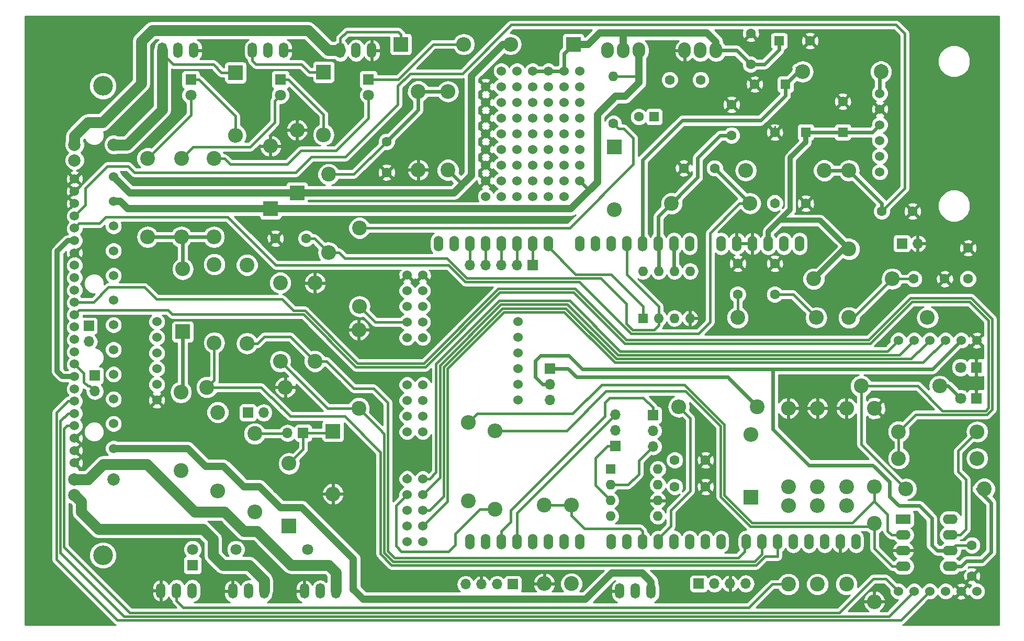
<source format=gtl>
G04 #@! TF.FileFunction,Copper,L1,Top,Signal*
%FSLAX46Y46*%
G04 Gerber Fmt 4.6, Leading zero omitted, Abs format (unit mm)*
G04 Created by KiCad (PCBNEW 4.0.6+dfsg1-1) date Fri Mar  9 00:23:43 2018*
%MOMM*%
%LPD*%
G01*
G04 APERTURE LIST*
%ADD10C,0.100000*%
%ADD11C,2.400000*%
%ADD12O,2.400000X2.400000*%
%ADD13C,1.600000*%
%ADD14R,2.400000X2.400000*%
%ADD15C,1.524000*%
%ADD16R,1.600000X1.600000*%
%ADD17O,1.600000X1.600000*%
%ADD18R,1.800000X1.800000*%
%ADD19C,1.800000*%
%ADD20O,1.501140X2.499360*%
%ADD21R,1.700000X1.700000*%
%ADD22O,1.700000X1.700000*%
%ADD23O,1.524000X2.540000*%
%ADD24R,2.400000X1.600000*%
%ADD25O,2.400000X1.600000*%
%ADD26O,2.032000X2.540000*%
%ADD27C,2.000000*%
%ADD28C,3.200000*%
%ADD29C,0.609600*%
%ADD30C,0.650000*%
%ADD31C,0.250000*%
%ADD32C,1.219200*%
%ADD33C,0.400000*%
%ADD34C,0.812800*%
%ADD35C,1.778000*%
%ADD36C,0.254000*%
G04 APERTURE END LIST*
D10*
D11*
X90900000Y-134300000D03*
D12*
X90900000Y-121600000D03*
D11*
X193900000Y-152700000D03*
D12*
X193900000Y-140000000D03*
D13*
X124200000Y-81000000D03*
X124200000Y-86000000D03*
D14*
X109700000Y-89300000D03*
D12*
X109700000Y-79140000D03*
D15*
X204000000Y-73205000D03*
X204000000Y-75745000D03*
X204000000Y-78285000D03*
X204000000Y-80825000D03*
X204000000Y-83365000D03*
X204000000Y-85905000D03*
D13*
X175000000Y-71000000D03*
X170000000Y-71000000D03*
D16*
X167500000Y-77000000D03*
D13*
X165000000Y-77000000D03*
X183100000Y-68500000D03*
X183100000Y-63500000D03*
D16*
X187700000Y-64700000D03*
D13*
X192700000Y-64700000D03*
D14*
X154410000Y-65250000D03*
D12*
X144250000Y-65250000D03*
D14*
X161000000Y-81840000D03*
D12*
X161000000Y-92000000D03*
D16*
X188750000Y-71750000D03*
D13*
X183750000Y-71750000D03*
D16*
X192000000Y-79500000D03*
D13*
X187000000Y-79500000D03*
D16*
X198000000Y-79500000D03*
D13*
X198000000Y-74500000D03*
D11*
X204200000Y-69700000D03*
D12*
X191500000Y-69700000D03*
D11*
X119800000Y-95000000D03*
D12*
X119800000Y-107700000D03*
D13*
X204300000Y-92300000D03*
X209300000Y-92300000D03*
X187000000Y-91000000D03*
X192000000Y-91000000D03*
X209500000Y-103250000D03*
X214500000Y-103250000D03*
X218250000Y-103250000D03*
X218250000Y-98250000D03*
X177260000Y-85310000D03*
X172260000Y-85310000D03*
X180000000Y-80000000D03*
X180000000Y-75000000D03*
X111200000Y-96700000D03*
X106200000Y-96700000D03*
X187000000Y-105750000D03*
X187000000Y-100750000D03*
X181000000Y-105750000D03*
X181000000Y-100750000D03*
D16*
X165670000Y-109620000D03*
D17*
X173290000Y-102000000D03*
X168210000Y-109620000D03*
X170750000Y-102000000D03*
X170750000Y-109620000D03*
X168210000Y-102000000D03*
X173290000Y-109620000D03*
X165670000Y-102000000D03*
D11*
X199000000Y-98400000D03*
D12*
X199000000Y-85700000D03*
D11*
X195000000Y-85700000D03*
D12*
X182300000Y-85700000D03*
D11*
X193300000Y-103250000D03*
D12*
X206000000Y-103250000D03*
D11*
X199000000Y-109500000D03*
D12*
X211700000Y-109500000D03*
D11*
X170300000Y-91020000D03*
D12*
X183000000Y-91020000D03*
D11*
X134100000Y-85600000D03*
D12*
X134100000Y-72900000D03*
D11*
X114800000Y-86300000D03*
D12*
X114800000Y-99000000D03*
D11*
X129300000Y-72900000D03*
D12*
X129300000Y-85600000D03*
D11*
X181000000Y-109500000D03*
D12*
X193700000Y-109500000D03*
D14*
X99750000Y-69840000D03*
D12*
X99750000Y-80000000D03*
D14*
X114000000Y-69750000D03*
D12*
X114000000Y-79910000D03*
D14*
X126500000Y-65250000D03*
D12*
X136660000Y-65250000D03*
D18*
X92500000Y-70960000D03*
D19*
X92500000Y-73500000D03*
D18*
X107000000Y-70960000D03*
D19*
X107000000Y-73500000D03*
D18*
X121250000Y-70960000D03*
D19*
X121250000Y-73500000D03*
D20*
X90460000Y-66250000D03*
X87920000Y-66250000D03*
X93000000Y-66250000D03*
X105000000Y-66250000D03*
X102460000Y-66250000D03*
X107540000Y-66250000D03*
X119250000Y-66250000D03*
X116710000Y-66250000D03*
X121790000Y-66250000D03*
D11*
X85500000Y-83750000D03*
D12*
X85500000Y-96450000D03*
D11*
X96300000Y-100900000D03*
D12*
X96300000Y-113600000D03*
D11*
X95100000Y-120800000D03*
D12*
X107800000Y-120800000D03*
D11*
X91000000Y-83750000D03*
D12*
X91000000Y-96450000D03*
D11*
X101600000Y-101000000D03*
D12*
X101600000Y-113700000D03*
D11*
X112600000Y-116600000D03*
D12*
X112600000Y-103900000D03*
D11*
X96250000Y-83750000D03*
D12*
X96250000Y-96450000D03*
D11*
X107000000Y-103900000D03*
D12*
X107000000Y-116600000D03*
D11*
X119700000Y-124200000D03*
D12*
X119700000Y-111500000D03*
D14*
X91200000Y-111800000D03*
D12*
X91200000Y-101640000D03*
D18*
X92800000Y-149600000D03*
D19*
X92800000Y-147060000D03*
D18*
X99800000Y-149600000D03*
D19*
X99800000Y-147060000D03*
D18*
X111400000Y-149600000D03*
D19*
X111400000Y-147060000D03*
D20*
X90210000Y-153750000D03*
X92750000Y-153750000D03*
X87670000Y-153750000D03*
X101840000Y-153800000D03*
X104380000Y-153800000D03*
X99300000Y-153800000D03*
X113440000Y-153800000D03*
X115980000Y-153800000D03*
X110900000Y-153800000D03*
D11*
X189200000Y-152700000D03*
D12*
X189200000Y-140000000D03*
D11*
X189200000Y-136900000D03*
D12*
X189200000Y-124200000D03*
D11*
X193900000Y-136900000D03*
D12*
X193900000Y-124200000D03*
D11*
X198600000Y-152700000D03*
D12*
X198600000Y-140000000D03*
D11*
X198600000Y-136900000D03*
D12*
X198600000Y-124200000D03*
D13*
X170800000Y-132600000D03*
X175800000Y-132600000D03*
X170800000Y-136900000D03*
X175800000Y-136900000D03*
D14*
X108400000Y-143300000D03*
D12*
X108400000Y-133140000D03*
D14*
X183110000Y-138640000D03*
D12*
X183110000Y-128480000D03*
D14*
X115500000Y-127900000D03*
D12*
X115500000Y-138060000D03*
D16*
X160440000Y-134040000D03*
D17*
X168060000Y-141660000D03*
X160440000Y-136580000D03*
X168060000Y-139120000D03*
X160440000Y-139120000D03*
X168060000Y-136580000D03*
X160440000Y-141660000D03*
X168060000Y-134040000D03*
D21*
X167300000Y-125320000D03*
D22*
X167300000Y-127860000D03*
X167300000Y-130400000D03*
D21*
X161200000Y-130300000D03*
D22*
X161200000Y-127760000D03*
X161200000Y-125220000D03*
D21*
X101760000Y-124900000D03*
D22*
X104300000Y-124900000D03*
D21*
X110700000Y-128200000D03*
D22*
X108160000Y-128200000D03*
D11*
X96850000Y-124850000D03*
D12*
X96850000Y-137550000D03*
D11*
X102850000Y-128300000D03*
D12*
X102850000Y-141000000D03*
D23*
X155440000Y-145800000D03*
X152900000Y-145800000D03*
X150360000Y-145800000D03*
X147820000Y-145800000D03*
X145280000Y-145800000D03*
X142740000Y-145800000D03*
X140200000Y-145800000D03*
X137660000Y-145800000D03*
X132580000Y-97540000D03*
X135120000Y-97540000D03*
X137660000Y-97540000D03*
X140200000Y-97540000D03*
X150360000Y-97540000D03*
X155440000Y-97540000D03*
X157980000Y-97540000D03*
X147820000Y-97540000D03*
X145280000Y-97540000D03*
X142740000Y-97540000D03*
X160520000Y-97540000D03*
X163060000Y-97540000D03*
X165600000Y-97540000D03*
X173220000Y-97540000D03*
X170680000Y-97540000D03*
X168140000Y-97540000D03*
X178300000Y-97540000D03*
X180840000Y-97540000D03*
X183380000Y-97540000D03*
X188460000Y-97540000D03*
X191000000Y-97540000D03*
X160520000Y-145800000D03*
X163060000Y-145800000D03*
X165600000Y-145800000D03*
X168140000Y-145800000D03*
X170680000Y-145800000D03*
X173220000Y-145800000D03*
X175760000Y-145800000D03*
X178300000Y-145800000D03*
X182364000Y-145800000D03*
X184904000Y-145800000D03*
X187444000Y-145800000D03*
X189984000Y-145800000D03*
X192524000Y-145800000D03*
X195064000Y-145800000D03*
X197604000Y-145800000D03*
X200144000Y-145800000D03*
X185920000Y-97540000D03*
D15*
X130040000Y-143260000D03*
X127500000Y-143260000D03*
X130040000Y-140720000D03*
X127500000Y-140720000D03*
X130040000Y-138180000D03*
X127500000Y-138180000D03*
X130040000Y-135640000D03*
X127500000Y-135640000D03*
X130040000Y-145800000D03*
X127500000Y-145800000D03*
X130040000Y-128020000D03*
X127500000Y-128020000D03*
X130040000Y-125480000D03*
X127500000Y-125480000D03*
X130040000Y-122940000D03*
X127500000Y-122940000D03*
X130040000Y-120400000D03*
X127500000Y-120400000D03*
X130040000Y-112780000D03*
X127500000Y-112780000D03*
X130040000Y-110240000D03*
X127500000Y-110240000D03*
X130040000Y-107700000D03*
X127500000Y-107700000D03*
X130040000Y-105160000D03*
X127500000Y-105160000D03*
X130040000Y-102620000D03*
X127500000Y-102620000D03*
X87000000Y-122880000D03*
X87000000Y-120340000D03*
X87000000Y-117800000D03*
X87000000Y-115260000D03*
X87000000Y-112720000D03*
X87000000Y-110180000D03*
X145420000Y-112720000D03*
X145420000Y-122880000D03*
X145420000Y-120340000D03*
X145420000Y-117800000D03*
X145420000Y-110180000D03*
X145420000Y-115260000D03*
D21*
X174680000Y-152600000D03*
D22*
X177220000Y-152600000D03*
X179760000Y-152600000D03*
X182300000Y-152600000D03*
D20*
X164460000Y-153800000D03*
X167000000Y-153800000D03*
X161920000Y-153800000D03*
D11*
X149700000Y-139900000D03*
D12*
X149700000Y-152600000D03*
D11*
X154100000Y-152600000D03*
D12*
X154100000Y-139900000D03*
D11*
X184170000Y-123960000D03*
D12*
X171470000Y-123960000D03*
D24*
X207760000Y-142160000D03*
D25*
X215380000Y-149780000D03*
X207760000Y-144700000D03*
X215380000Y-147240000D03*
X207760000Y-147240000D03*
X215380000Y-144700000D03*
X207760000Y-149780000D03*
X215380000Y-142160000D03*
D21*
X144600000Y-152700000D03*
D22*
X142060000Y-152700000D03*
X139520000Y-152700000D03*
X136980000Y-152700000D03*
D13*
X218890000Y-146360000D03*
X218890000Y-151360000D03*
D21*
X150600000Y-117790000D03*
D22*
X150600000Y-120330000D03*
X150600000Y-122870000D03*
D18*
X219600000Y-117590000D03*
D19*
X217060000Y-117590000D03*
D18*
X219600000Y-122590000D03*
D19*
X217060000Y-122590000D03*
D11*
X200970000Y-120590000D03*
D12*
X213670000Y-120590000D03*
D11*
X137410000Y-139230000D03*
D12*
X137410000Y-126530000D03*
D11*
X141730000Y-140520000D03*
D12*
X141730000Y-127820000D03*
D11*
X220900000Y-137260000D03*
D12*
X208200000Y-137260000D03*
D11*
X207040000Y-128000000D03*
D12*
X219740000Y-128000000D03*
D11*
X207040000Y-132300000D03*
D12*
X219740000Y-132300000D03*
D11*
X203100000Y-142800000D03*
D12*
X203100000Y-155500000D03*
D11*
X203100000Y-124200000D03*
D12*
X203100000Y-136900000D03*
D15*
X207000000Y-113200000D03*
X209540000Y-113200000D03*
X212080000Y-113200000D03*
X214620000Y-113200000D03*
X217160000Y-113200000D03*
X219700000Y-113200000D03*
X207000000Y-153840000D03*
X209540000Y-153840000D03*
X212080000Y-153840000D03*
X214620000Y-153840000D03*
X217160000Y-153840000D03*
X219700000Y-153840000D03*
D21*
X76000000Y-110860000D03*
D22*
X76000000Y-113400000D03*
D21*
X76990000Y-118900000D03*
D22*
X76990000Y-121440000D03*
D21*
X207570000Y-97510000D03*
D22*
X210110000Y-97510000D03*
D14*
X105400000Y-91900000D03*
D12*
X105400000Y-81740000D03*
D26*
X162500000Y-66250000D03*
X165040000Y-66250000D03*
X159960000Y-66250000D03*
X174960000Y-66250000D03*
X177500000Y-66250000D03*
X172420000Y-66250000D03*
D13*
X160900000Y-78100000D03*
D17*
X160900000Y-70480000D03*
D27*
X73700000Y-81500000D03*
X80000000Y-81500000D03*
D15*
X80000000Y-90700000D03*
X80000000Y-86700000D03*
X80000000Y-94700000D03*
X80000000Y-98700000D03*
X80000000Y-102700000D03*
X80000000Y-106700000D03*
X80000000Y-110700000D03*
X80000000Y-114700000D03*
X80000000Y-118700000D03*
X80000000Y-122700000D03*
X80000000Y-126700000D03*
D27*
X80000000Y-135700000D03*
D15*
X73700000Y-133040000D03*
D27*
X73700000Y-138240000D03*
X73700000Y-135700000D03*
D15*
X73700000Y-131040000D03*
X73700000Y-129040000D03*
X73700000Y-127040000D03*
X73700000Y-125040000D03*
X73700000Y-123040000D03*
X73700000Y-121040000D03*
X73700000Y-119040000D03*
X73700000Y-117040000D03*
X73700000Y-115040000D03*
X73700000Y-113040000D03*
X73700000Y-111040000D03*
X73700000Y-109040000D03*
X73700000Y-107040000D03*
X73700000Y-105040000D03*
X73700000Y-103040000D03*
X73700000Y-101040000D03*
X73700000Y-99040000D03*
X73700000Y-97040000D03*
X73700000Y-95040000D03*
X73700000Y-93040000D03*
X73700000Y-89040000D03*
X80000000Y-126700000D03*
X80000000Y-130700000D03*
X73700000Y-91040000D03*
X73700000Y-87040000D03*
D27*
X73700000Y-84040000D03*
D28*
X78300000Y-72000000D03*
X78300000Y-148000000D03*
D21*
X147800000Y-101000000D03*
D22*
X145260000Y-101000000D03*
X142720000Y-101000000D03*
X140180000Y-101000000D03*
X137640000Y-101000000D03*
D15*
X142750000Y-69577000D03*
X145290000Y-69577000D03*
X147830000Y-69577000D03*
X150370000Y-69577000D03*
X152910000Y-69577000D03*
X140210000Y-89897000D03*
X142750000Y-89897000D03*
X145290000Y-89897000D03*
X147830000Y-89897000D03*
X150370000Y-89897000D03*
X155450000Y-69577000D03*
X155450000Y-72117000D03*
X155450000Y-74657000D03*
X155450000Y-77197000D03*
X155450000Y-79737000D03*
X155450000Y-82277000D03*
X155450000Y-84817000D03*
X155450000Y-87357000D03*
X152910000Y-89897000D03*
X140210000Y-87357000D03*
X140210000Y-84817000D03*
X140210000Y-82277000D03*
X140210000Y-79737000D03*
X140210000Y-77197000D03*
X140210000Y-74657000D03*
X140210000Y-72117000D03*
X142750000Y-72117000D03*
X145290000Y-72117000D03*
X147830000Y-72117000D03*
X150370000Y-72117000D03*
X152910000Y-72117000D03*
X152910000Y-74657000D03*
X150370000Y-74657000D03*
X147830000Y-74657000D03*
X145290000Y-74657000D03*
X142750000Y-74657000D03*
X142750000Y-77197000D03*
X145290000Y-77197000D03*
X147830000Y-77197000D03*
X150370000Y-77197000D03*
X152910000Y-77197000D03*
X152910000Y-79737000D03*
X150370000Y-79737000D03*
X147830000Y-79737000D03*
X145290000Y-79737000D03*
X142750000Y-79737000D03*
X142750000Y-82277000D03*
X145290000Y-82277000D03*
X147830000Y-82277000D03*
X150370000Y-82277000D03*
X152910000Y-82277000D03*
X152910000Y-84817000D03*
X150370000Y-84817000D03*
X147830000Y-84817000D03*
X145290000Y-84817000D03*
X142750000Y-84817000D03*
X145290000Y-87357000D03*
X142750000Y-87357000D03*
X147830000Y-87357000D03*
X150370000Y-87357000D03*
X152910000Y-87357000D03*
D29*
X204000000Y-73205000D02*
X204000000Y-69900000D01*
X204000000Y-69900000D02*
X204200000Y-69700000D01*
X204200000Y-73005000D02*
X204000000Y-73205000D01*
D30*
X204000000Y-68950000D02*
X204200000Y-68750000D01*
D29*
X191500000Y-69700000D02*
X190800000Y-69700000D01*
X190800000Y-69700000D02*
X188750000Y-71750000D01*
X165600000Y-97540000D02*
X165600000Y-84000000D01*
X188750000Y-73550000D02*
X188750000Y-71750000D01*
X165600000Y-84000000D02*
X172000000Y-77600000D01*
X172000000Y-77600000D02*
X184700000Y-77600000D01*
X184700000Y-77600000D02*
X188750000Y-73550000D01*
X188750000Y-71750000D02*
X188750000Y-71500000D01*
D31*
X165600000Y-96020000D02*
X165600000Y-97540000D01*
X191500000Y-69000000D02*
X190450000Y-69000000D01*
X191300000Y-68800000D02*
X191500000Y-69000000D01*
X187000000Y-78500000D02*
X187000000Y-79500000D01*
X197500000Y-74000000D02*
X198000000Y-74500000D01*
D32*
X154000000Y-91900000D02*
X156980000Y-88920000D01*
X156980000Y-88920000D02*
X158300000Y-87600000D01*
D29*
X155450000Y-87357000D02*
X156211999Y-88118999D01*
X156211999Y-88118999D02*
X156211999Y-88151999D01*
X156211999Y-88151999D02*
X156980000Y-88920000D01*
D32*
X165040000Y-71460000D02*
X165040000Y-70500000D01*
X165040000Y-70500000D02*
X165040000Y-66250000D01*
D33*
X165020000Y-70480000D02*
X165040000Y-70500000D01*
X160900000Y-70480000D02*
X165020000Y-70480000D01*
D32*
X162800000Y-73700000D02*
X165040000Y-71460000D01*
X161200000Y-73700000D02*
X162800000Y-73700000D01*
X158300000Y-76600000D02*
X161200000Y-73700000D01*
X158300000Y-87600000D02*
X158300000Y-76600000D01*
X105400000Y-91900000D02*
X154000000Y-91900000D01*
D33*
X165000000Y-66544000D02*
X165000000Y-67900000D01*
X165040000Y-66250000D02*
X165040000Y-66504000D01*
X165040000Y-66504000D02*
X165000000Y-66544000D01*
D32*
X82277630Y-91900000D02*
X105400000Y-91900000D01*
X80000000Y-90700000D02*
X81077630Y-90700000D01*
X81077630Y-90700000D02*
X82277630Y-91900000D01*
D33*
X119800000Y-107700000D02*
X122340000Y-110240000D01*
X122340000Y-110240000D02*
X127500000Y-110240000D01*
X75449999Y-88550001D02*
X79000000Y-85000000D01*
X73700000Y-93040000D02*
X75449999Y-91290001D01*
X83400000Y-86000000D02*
X109500000Y-86000000D01*
X75449999Y-91290001D02*
X75449999Y-88550001D01*
X79000000Y-85000000D02*
X82400000Y-85000000D01*
X82400000Y-85000000D02*
X83400000Y-86000000D01*
X109500000Y-86000000D02*
X112000000Y-83500000D01*
X112000000Y-83500000D02*
X117500000Y-83500000D01*
X117500000Y-83500000D02*
X126000000Y-75000000D01*
X126000000Y-75000000D02*
X126000000Y-72000000D01*
X136460000Y-70000000D02*
X144360000Y-62100000D01*
X144360000Y-62100000D02*
X206600000Y-62100000D01*
X126000000Y-72000000D02*
X128000000Y-70000000D01*
X128000000Y-70000000D02*
X136460000Y-70000000D01*
X208000000Y-88600000D02*
X204300000Y-92300000D01*
X206600000Y-62100000D02*
X208000000Y-63500000D01*
X208000000Y-63500000D02*
X208000000Y-88600000D01*
D29*
X199000000Y-85700000D02*
X204300000Y-91000000D01*
X204300000Y-91000000D02*
X204300000Y-92300000D01*
X195000000Y-85700000D02*
X199000000Y-85700000D01*
X187000000Y-90400000D02*
X187000000Y-91000000D01*
X173290000Y-97610000D02*
X173220000Y-97540000D01*
D33*
X206000000Y-103250000D02*
X199750000Y-109500000D01*
X199750000Y-109500000D02*
X199000000Y-109500000D01*
X209500000Y-103250000D02*
X206000000Y-103250000D01*
X212000000Y-109500000D02*
X211700000Y-109500000D01*
D29*
X170680000Y-97540000D02*
X170680000Y-101930000D01*
X170680000Y-101930000D02*
X170750000Y-102000000D01*
D33*
X73700000Y-95040000D02*
X74461999Y-94278001D01*
X74461999Y-94278001D02*
X77721999Y-94278001D01*
X77721999Y-94278001D02*
X78750000Y-93250000D01*
X78750000Y-93250000D02*
X98500000Y-93250000D01*
X98500000Y-93250000D02*
X106250000Y-101000000D01*
X176500000Y-110250000D02*
X176500000Y-95822944D01*
X106250000Y-101000000D02*
X134191458Y-101000000D01*
X163751468Y-112100010D02*
X174649990Y-112100010D01*
X174649990Y-112100010D02*
X176500000Y-110250000D01*
X134191458Y-101000000D02*
X136891478Y-103700020D01*
X155351478Y-103700020D02*
X163751468Y-112100010D01*
X136891478Y-103700020D02*
X155351478Y-103700020D01*
X176500000Y-95822944D02*
X181302944Y-91020000D01*
X181302944Y-91020000D02*
X183000000Y-91020000D01*
D29*
X177260000Y-85310000D02*
X182970000Y-91020000D01*
X182970000Y-91020000D02*
X183000000Y-91020000D01*
X174520000Y-83660000D02*
X178180000Y-80000000D01*
X178180000Y-80000000D02*
X180000000Y-80000000D01*
X174520000Y-86770000D02*
X174520000Y-83660000D01*
X171499999Y-89790001D02*
X174520000Y-86770000D01*
X170300000Y-91020000D02*
X171499999Y-89820001D01*
X171499999Y-89820001D02*
X171499999Y-89790001D01*
X170300000Y-91020000D02*
X168140000Y-93180000D01*
X168140000Y-93180000D02*
X168140000Y-97540000D01*
X168210000Y-102000000D02*
X168210000Y-97610000D01*
X168210000Y-97610000D02*
X168140000Y-97540000D01*
D33*
X124200000Y-81000000D02*
X118900000Y-86300000D01*
X118900000Y-86300000D02*
X114800000Y-86300000D01*
D29*
X129300000Y-72900000D02*
X129300000Y-75900000D01*
X129300000Y-75900000D02*
X124200000Y-81000000D01*
X134100000Y-72900000D02*
X129300000Y-72900000D01*
D33*
X114800000Y-99000000D02*
X116497056Y-99000000D01*
X116497056Y-99000000D02*
X117405557Y-99908501D01*
X133948501Y-99908501D02*
X137140010Y-103100010D01*
X117405557Y-99908501D02*
X133948501Y-99908501D01*
X167461370Y-111500000D02*
X168210000Y-110751370D01*
X137140010Y-103100010D02*
X158850010Y-103100010D01*
X158850010Y-103100010D02*
X163000000Y-107250000D01*
X163000000Y-107250000D02*
X163000000Y-110500000D01*
X168210000Y-110751370D02*
X168210000Y-109620000D01*
X163000000Y-110500000D02*
X164000000Y-111500000D01*
X164000000Y-111500000D02*
X167461370Y-111500000D01*
X168210000Y-107710000D02*
X163060000Y-102560000D01*
X163060000Y-102560000D02*
X163060000Y-97540000D01*
X168210000Y-109620000D02*
X168210000Y-107710000D01*
X114800000Y-99000000D02*
X112500000Y-96700000D01*
X112500000Y-96700000D02*
X111200000Y-96700000D01*
X187000000Y-105750000D02*
X189950000Y-105750000D01*
X189950000Y-105750000D02*
X193700000Y-109500000D01*
X181000000Y-105750000D02*
X181000000Y-109500000D01*
X160500000Y-102500000D02*
X165670000Y-107670000D01*
X165670000Y-107670000D02*
X165670000Y-109620000D01*
X154812000Y-102500000D02*
X160500000Y-102500000D01*
X150360000Y-97540000D02*
X150360000Y-98048000D01*
X150360000Y-98048000D02*
X154812000Y-102500000D01*
D34*
X70900000Y-118200000D02*
X71740000Y-119040000D01*
X71740000Y-119040000D02*
X73700000Y-119040000D01*
X70900000Y-98762370D02*
X70900000Y-118200000D01*
X73700000Y-97040000D02*
X72622370Y-97040000D01*
X72622370Y-97040000D02*
X70900000Y-98762370D01*
D29*
X154900000Y-119170000D02*
X153520000Y-117790000D01*
X153520000Y-117790000D02*
X150600000Y-117790000D01*
X179380000Y-119170000D02*
X154900000Y-119170000D01*
X184170000Y-123960000D02*
X179380000Y-119170000D01*
D34*
X199000000Y-98400000D02*
X198150000Y-98400000D01*
X198150000Y-98400000D02*
X193300000Y-103250000D01*
X187750000Y-93750000D02*
X185920000Y-95580000D01*
X189500000Y-92000000D02*
X187750000Y-93750000D01*
X187750000Y-93750000D02*
X194350000Y-93750000D01*
X194350000Y-93750000D02*
X199000000Y-98400000D01*
X192000000Y-79500000D02*
X192000000Y-81112800D01*
X192000000Y-81112800D02*
X189500000Y-83612800D01*
X189500000Y-83612800D02*
X189500000Y-92000000D01*
X185920000Y-95580000D02*
X185920000Y-97540000D01*
D29*
X198000000Y-79500000D02*
X202785000Y-79500000D01*
X202785000Y-79500000D02*
X204000000Y-78285000D01*
X192000000Y-79500000D02*
X198000000Y-79500000D01*
X91200000Y-101640000D02*
X91200000Y-96650000D01*
X91200000Y-96650000D02*
X91000000Y-96450000D01*
X91000000Y-96450000D02*
X96250000Y-96450000D01*
X85500000Y-96450000D02*
X91000000Y-96450000D01*
D32*
X136600000Y-87800000D02*
X137900000Y-86500000D01*
X137900000Y-86500000D02*
X137900000Y-70350000D01*
X143000000Y-65250000D02*
X144250000Y-65250000D01*
X109700000Y-89300000D02*
X135100000Y-89300000D01*
X82600000Y-89300000D02*
X109700000Y-89300000D01*
D29*
X91000000Y-101440000D02*
X91200000Y-101640000D01*
D32*
X136600000Y-87800000D02*
X135100000Y-89300000D01*
D29*
X134100000Y-85600000D02*
X136300000Y-87800000D01*
X136300000Y-87800000D02*
X136600000Y-87800000D01*
D32*
X82600000Y-89300000D02*
X80000000Y-86700000D01*
X137900000Y-70350000D02*
X140710000Y-67540000D01*
X140710000Y-67540000D02*
X143000000Y-65250000D01*
D33*
X92500000Y-70960000D02*
X93800000Y-70960000D01*
X99750000Y-78962944D02*
X99750000Y-80660000D01*
X93800000Y-70960000D02*
X99750000Y-76910000D01*
X99750000Y-76910000D02*
X99750000Y-78962944D01*
X107000000Y-70960000D02*
X108300000Y-70960000D01*
X108300000Y-70960000D02*
X114000000Y-76660000D01*
X114000000Y-76660000D02*
X114000000Y-78962944D01*
X114000000Y-78962944D02*
X114000000Y-80660000D01*
X121250000Y-70960000D02*
X126050000Y-70960000D01*
X126050000Y-70960000D02*
X131760000Y-65250000D01*
X131760000Y-65250000D02*
X134962944Y-65250000D01*
X134962944Y-65250000D02*
X136660000Y-65250000D01*
X92500000Y-73500000D02*
X92500000Y-76750000D01*
X92500000Y-76750000D02*
X85500000Y-83750000D01*
X85500000Y-83250000D02*
X85500000Y-83750000D01*
X107000000Y-73500000D02*
X106100001Y-74399999D01*
X106100001Y-74399999D02*
X106100001Y-77899999D01*
X106100001Y-77899999D02*
X102100000Y-81900000D01*
X92850000Y-81900000D02*
X91000000Y-83750000D01*
X102100000Y-81900000D02*
X92850000Y-81900000D01*
X108100000Y-84700000D02*
X110299990Y-82500010D01*
X110299990Y-82500010D02*
X115999990Y-82500010D01*
X98897056Y-84700000D02*
X108100000Y-84700000D01*
X96250000Y-83750000D02*
X97947056Y-83750000D01*
X97947056Y-83750000D02*
X98897056Y-84700000D01*
X121250000Y-73500000D02*
X121250000Y-77250000D01*
X121250000Y-77250000D02*
X115999990Y-82500010D01*
D35*
X82250000Y-81500000D02*
X80000000Y-81500000D01*
X87920000Y-75830000D02*
X82250000Y-81500000D01*
X87920000Y-66250000D02*
X87920000Y-75830000D01*
D33*
X96150000Y-68500000D02*
X97490000Y-69840000D01*
X97490000Y-69840000D02*
X99750000Y-69840000D01*
X89670890Y-68500000D02*
X96150000Y-68500000D01*
X87920000Y-66749110D02*
X89670890Y-68500000D01*
X87920000Y-66250000D02*
X87920000Y-66749110D01*
X110400000Y-68500000D02*
X111650000Y-69750000D01*
X111650000Y-69750000D02*
X114000000Y-69750000D01*
X103060320Y-68500000D02*
X110400000Y-68500000D01*
X102460000Y-66250000D02*
X102460000Y-67899680D01*
X102460000Y-67899680D02*
X103060320Y-68500000D01*
D35*
X84500000Y-64750000D02*
X86270000Y-62980000D01*
X86270000Y-62980000D02*
X111470230Y-62980000D01*
X111470230Y-62980000D02*
X114740230Y-66250000D01*
X84500000Y-71600000D02*
X84500000Y-64750000D01*
X78189001Y-77910999D02*
X84500000Y-71600000D01*
X75847279Y-77910999D02*
X78189001Y-77910999D01*
X73700000Y-81500000D02*
X73700000Y-80058278D01*
X73700000Y-80058278D02*
X75847279Y-77910999D01*
X114740230Y-66250000D02*
X116710000Y-66250000D01*
D33*
X126500000Y-65250000D02*
X126500000Y-63650000D01*
X126500000Y-63650000D02*
X126100000Y-63250000D01*
X117750000Y-63250000D02*
X116710000Y-64290000D01*
X126100000Y-63250000D02*
X117750000Y-63250000D01*
X116710000Y-64290000D02*
X116710000Y-66250000D01*
X125251468Y-149000010D02*
X183749990Y-149000010D01*
X183749990Y-149000010D02*
X184904000Y-147846000D01*
X123799990Y-128319990D02*
X123799991Y-147548533D01*
X123799991Y-147548533D02*
X125251468Y-149000010D01*
X123000000Y-127500000D02*
X123000000Y-127520000D01*
X123000000Y-127520000D02*
X123799990Y-128319990D01*
X184904000Y-145800000D02*
X184904000Y-147846000D01*
X123000000Y-127500000D02*
X119700000Y-124200000D01*
X107000000Y-116600000D02*
X114600000Y-124200000D01*
X114600000Y-124200000D02*
X119700000Y-124200000D01*
X187444000Y-145800000D02*
X187444000Y-148156000D01*
X187444000Y-148156000D02*
X185442542Y-148156000D01*
X185442542Y-148156000D02*
X183998522Y-149600020D01*
X183998522Y-149600020D02*
X125002936Y-149600020D01*
X117400000Y-125500000D02*
X108600000Y-125500000D01*
X125002936Y-149600020D02*
X123190000Y-147787084D01*
X123190000Y-147787084D02*
X123190000Y-131290000D01*
X123190000Y-131290000D02*
X117400000Y-125500000D01*
X108600000Y-125500000D02*
X107000000Y-123900000D01*
X103900000Y-120800000D02*
X107000000Y-123900000D01*
X107000000Y-123900000D02*
X107200000Y-124100000D01*
X95100000Y-120800000D02*
X103900000Y-120800000D01*
X96300000Y-113600000D02*
X96299999Y-119600001D01*
X96299999Y-119600001D02*
X95100000Y-120800000D01*
X112600000Y-116600000D02*
X114468002Y-116600000D01*
X118900000Y-121000000D02*
X122100000Y-121000000D01*
X114468002Y-116600000D02*
X116968002Y-119100000D01*
X124400000Y-123300000D02*
X124400000Y-147300000D01*
X116968002Y-119100000D02*
X117000000Y-119100000D01*
X125500000Y-148400000D02*
X181100000Y-148400000D01*
X181100000Y-148400000D02*
X182100000Y-147400000D01*
X182100000Y-146064000D02*
X182364000Y-145800000D01*
X117000000Y-119100000D02*
X118900000Y-121000000D01*
X122100000Y-121000000D02*
X124400000Y-123300000D01*
X124400000Y-147300000D02*
X125500000Y-148400000D01*
X182100000Y-147400000D02*
X182100000Y-146064000D01*
X104397056Y-112600000D02*
X108600000Y-112600000D01*
X108600000Y-112600000D02*
X112600000Y-116600000D01*
X101600000Y-113700000D02*
X103297056Y-113700000D01*
X103297056Y-113700000D02*
X104397056Y-112600000D01*
D35*
X73700000Y-138240000D02*
X74760999Y-139300999D01*
X74760999Y-139300999D02*
X74760999Y-141002721D01*
X77558278Y-143800000D02*
X94500000Y-143800000D01*
X74760999Y-141002721D02*
X77558278Y-143800000D01*
X94500000Y-143800000D02*
X96100000Y-145400000D01*
X96100000Y-145400000D02*
X96100000Y-148000000D01*
X97680800Y-149580800D02*
X97680800Y-149600000D01*
X96100000Y-148000000D02*
X97680800Y-149580800D01*
X97680800Y-149600000D02*
X99800000Y-149600000D01*
X104380000Y-152060800D02*
X104380000Y-153800000D01*
X101919200Y-149600000D02*
X104380000Y-152060800D01*
X99800000Y-149600000D02*
X101919200Y-149600000D01*
X73700000Y-135700000D02*
X75900000Y-135700000D01*
X75900000Y-135700000D02*
X78300000Y-133300000D01*
X78300000Y-133300000D02*
X85400000Y-133300000D01*
X85400000Y-133300000D02*
X93100000Y-141000000D01*
X93100000Y-141000000D02*
X98000000Y-141000000D01*
X101100000Y-144100000D02*
X103222000Y-144100000D01*
X98000000Y-141000000D02*
X101100000Y-144100000D01*
X103222000Y-144100000D02*
X108722000Y-149600000D01*
X108722000Y-149600000D02*
X111400000Y-149600000D01*
X115980000Y-153800000D02*
X115980000Y-150772320D01*
X114807680Y-149600000D02*
X114078000Y-149600000D01*
X115980000Y-150772320D02*
X114807680Y-149600000D01*
X114078000Y-149600000D02*
X111400000Y-149600000D01*
D32*
X116000000Y-153820000D02*
X115980000Y-153800000D01*
D33*
X189200000Y-152700000D02*
X186570000Y-152700000D01*
X90210000Y-155360000D02*
X90210000Y-153750000D01*
X91290000Y-156440000D02*
X90210000Y-155360000D01*
X182830000Y-156440000D02*
X91290000Y-156440000D01*
X186570000Y-152700000D02*
X182830000Y-156440000D01*
X195064000Y-145800000D02*
X195064000Y-144936000D01*
X159480000Y-125470000D02*
X159480000Y-123320000D01*
X159480000Y-123320000D02*
X160300000Y-122500000D01*
X144250000Y-140700000D02*
X159480000Y-125470000D01*
X144250000Y-142620000D02*
X144250000Y-140700000D01*
X142740000Y-145800000D02*
X142740000Y-144130000D01*
X142740000Y-144130000D02*
X144250000Y-142620000D01*
X160300000Y-122500000D02*
X165730000Y-122500000D01*
X165730000Y-122500000D02*
X167300000Y-124070000D01*
X167300000Y-124070000D02*
X167300000Y-125320000D01*
X167300000Y-130400000D02*
X165000000Y-132700000D01*
X165000000Y-132700000D02*
X165000000Y-134850000D01*
X165000000Y-134850000D02*
X163270000Y-136580000D01*
X163270000Y-136580000D02*
X160440000Y-136580000D01*
X102850000Y-128300000D02*
X108060000Y-128300000D01*
X108060000Y-128300000D02*
X108160000Y-128200000D01*
D29*
X91200000Y-111800000D02*
X91200000Y-121300000D01*
X91200000Y-121300000D02*
X90900000Y-121600000D01*
D32*
X167000000Y-152300000D02*
X167000000Y-153800000D01*
X165600000Y-150900000D02*
X167000000Y-152300000D01*
X160600000Y-150900000D02*
X165600000Y-150900000D01*
X80000000Y-130700000D02*
X92000000Y-130700000D01*
X97800000Y-133600000D02*
X101100000Y-136900000D01*
X92000000Y-130700000D02*
X94900000Y-133600000D01*
X94900000Y-133600000D02*
X97800000Y-133600000D01*
X101100000Y-136900000D02*
X103600000Y-136900000D01*
X103600000Y-136900000D02*
X107000000Y-140300000D01*
X107000000Y-140300000D02*
X110500000Y-140300000D01*
X110500000Y-140300000D02*
X118800000Y-148600000D01*
X118800000Y-153600000D02*
X118900000Y-153600000D01*
X120400000Y-155100000D02*
X156400000Y-155100000D01*
X118800000Y-148600000D02*
X118800000Y-153600000D01*
X118900000Y-153600000D02*
X120400000Y-155100000D01*
X156400000Y-155100000D02*
X160600000Y-150900000D01*
D33*
X154100000Y-139900000D02*
X154100000Y-141597056D01*
X165170000Y-143700000D02*
X165600000Y-144130000D01*
X154100000Y-141597056D02*
X156202944Y-143700000D01*
X156202944Y-143700000D02*
X165170000Y-143700000D01*
X165600000Y-144130000D02*
X165600000Y-145800000D01*
X149700000Y-139900000D02*
X151397056Y-139900000D01*
X151397056Y-139900000D02*
X154100000Y-139900000D01*
X161200000Y-125220000D02*
X145280000Y-141140000D01*
X145280000Y-141140000D02*
X145280000Y-145800000D01*
X110700000Y-128200000D02*
X115200000Y-128200000D01*
X115200000Y-128200000D02*
X115500000Y-127900000D01*
X108400000Y-133140000D02*
X110700000Y-130840000D01*
X110700000Y-130840000D02*
X110700000Y-128200000D01*
X168140000Y-145800000D02*
X168140000Y-145292000D01*
X168140000Y-145292000D02*
X170200000Y-143232000D01*
X170200000Y-143232000D02*
X170200000Y-140700000D01*
X170200000Y-140700000D02*
X173300000Y-137600000D01*
X173300000Y-137600000D02*
X173300000Y-125790000D01*
X173300000Y-125790000D02*
X171470000Y-123960000D01*
D29*
X215380000Y-149780000D02*
X217189600Y-149780000D01*
X217189600Y-149780000D02*
X218029600Y-148940000D01*
X218029600Y-148940000D02*
X220520000Y-148940000D01*
X220520000Y-148940000D02*
X222000000Y-147460000D01*
X222000000Y-147460000D02*
X222000000Y-139500000D01*
X222000000Y-139500000D02*
X219760000Y-137260000D01*
D33*
X171870000Y-120360000D02*
X159000000Y-120360000D01*
X178790009Y-126811467D02*
X172338542Y-120360000D01*
X172338542Y-120360000D02*
X171870000Y-120360000D01*
X183278532Y-142729990D02*
X178790010Y-138241468D01*
X178790010Y-138241468D02*
X178790009Y-126811467D01*
X199530010Y-142729990D02*
X183278532Y-142729990D01*
X203100000Y-139250000D02*
X203010000Y-139250000D01*
X203010000Y-139250000D02*
X199530010Y-142729990D01*
X153320000Y-125070000D02*
X138870000Y-125070000D01*
X138870000Y-125070000D02*
X137410000Y-126530000D01*
X203100000Y-136900000D02*
X203100000Y-139250000D01*
X203100000Y-139250000D02*
X205240000Y-141390000D01*
X205240000Y-141390000D02*
X205240000Y-144070000D01*
X205240000Y-144070000D02*
X205870000Y-144700000D01*
X205870000Y-144700000D02*
X207760000Y-144700000D01*
X153580000Y-125070000D02*
X153320000Y-125070000D01*
X203100000Y-136900000D02*
X203100000Y-139040000D01*
X159000000Y-120360000D02*
X154290000Y-125070000D01*
X154290000Y-125070000D02*
X153320000Y-125070000D01*
X216630000Y-134460000D02*
X216630000Y-131110000D01*
X216630000Y-131110000D02*
X219740000Y-128000000D01*
X217920000Y-135750000D02*
X216630000Y-134460000D01*
X217920000Y-143760000D02*
X217920000Y-135750000D01*
X215380000Y-144700000D02*
X216980000Y-144700000D01*
X216980000Y-144700000D02*
X217920000Y-143760000D01*
X153320000Y-127840000D02*
X153300000Y-127820000D01*
X153300000Y-127820000D02*
X141730000Y-127820000D01*
X203100000Y-142800000D02*
X203100000Y-146900000D01*
X203100000Y-146900000D02*
X205980000Y-149780000D01*
X205980000Y-149780000D02*
X207760000Y-149780000D01*
X153320000Y-127840000D02*
X159710000Y-121450000D01*
X159710000Y-121450000D02*
X172580000Y-121450000D01*
X172580000Y-121450000D02*
X178190000Y-127060000D01*
X178190000Y-127060000D02*
X178190000Y-138490000D01*
X178190000Y-138490000D02*
X183030000Y-143330000D01*
X183030000Y-143330000D02*
X202570000Y-143330000D01*
X202570000Y-143330000D02*
X203100000Y-142800000D01*
D29*
X202880000Y-133400000D02*
X205560000Y-136080000D01*
X205560000Y-136080000D02*
X205560000Y-138480000D01*
X192520000Y-133400000D02*
X202880000Y-133400000D01*
X212520000Y-117840000D02*
X186730000Y-117840000D01*
X210380000Y-139980000D02*
X207060000Y-139980000D01*
X186730000Y-117840000D02*
X181860000Y-117840000D01*
X215380000Y-147240000D02*
X213260000Y-147240000D01*
X207060000Y-139980000D02*
X205560000Y-138480000D01*
X192520000Y-133400000D02*
X186690000Y-127570000D01*
X213260000Y-147240000D02*
X212390000Y-146370000D01*
X212390000Y-146370000D02*
X212390000Y-141990000D01*
X212390000Y-141990000D02*
X210380000Y-139980000D01*
X186690000Y-127570000D02*
X186690000Y-117880000D01*
X186690000Y-117880000D02*
X186730000Y-117840000D01*
X217160000Y-113200000D02*
X212520000Y-117840000D01*
X150600000Y-120330000D02*
X149397919Y-120330000D01*
X149397919Y-120330000D02*
X148220000Y-119152081D01*
X148220000Y-119152081D02*
X148220000Y-116500000D01*
X148220000Y-116500000D02*
X149070000Y-115650000D01*
X149070000Y-115650000D02*
X153640000Y-115650000D01*
X153640000Y-115650000D02*
X155830000Y-117840000D01*
X155830000Y-117840000D02*
X181860000Y-117840000D01*
D33*
X214980000Y-147240000D02*
X215380000Y-147240000D01*
X218890000Y-146360000D02*
X216260000Y-146360000D01*
X216260000Y-146360000D02*
X215380000Y-147240000D01*
X218810000Y-146280000D02*
X218890000Y-146360000D01*
D29*
X213670000Y-120590000D02*
X215060000Y-120590000D01*
X215060000Y-120590000D02*
X217060000Y-122590000D01*
D33*
X210130000Y-120590000D02*
X214160000Y-124620000D01*
X200970000Y-120590000D02*
X210130000Y-120590000D01*
X221580000Y-124150000D02*
X221580000Y-110000000D01*
X162710000Y-113680000D02*
X154460000Y-105430000D01*
X214160000Y-124620000D02*
X221110000Y-124620000D01*
X221110000Y-124620000D02*
X221580000Y-124150000D01*
X142520000Y-105430000D02*
X130450000Y-117500000D01*
X221580000Y-110000000D02*
X218530000Y-106950000D01*
X218530000Y-106950000D02*
X209180000Y-106950000D01*
X110720000Y-109000000D02*
X89530000Y-109000000D01*
X154460000Y-105430000D02*
X142520000Y-105430000D01*
X209180000Y-106950000D02*
X202450000Y-113680000D01*
X202450000Y-113680000D02*
X162710000Y-113680000D01*
X119220000Y-117500000D02*
X110720000Y-109000000D01*
X130450000Y-117500000D02*
X119220000Y-117500000D01*
X89530000Y-109000000D02*
X88808001Y-108278001D01*
X88808001Y-108278001D02*
X74461999Y-108278001D01*
X74461999Y-108278001D02*
X73700000Y-109040000D01*
X200980000Y-122297056D02*
X200980000Y-130040000D01*
X200980000Y-130040000D02*
X208200000Y-137260000D01*
X200970000Y-120590000D02*
X200970000Y-122287056D01*
X200970000Y-122287056D02*
X200980000Y-122297056D01*
X218778532Y-106349990D02*
X222180010Y-109751468D01*
X222180010Y-109751468D02*
X222180010Y-124398532D01*
X222180010Y-124398532D02*
X221358533Y-125220009D01*
X207040000Y-128000000D02*
X209819990Y-125220010D01*
X76770000Y-107040000D02*
X73700000Y-107040000D01*
X202201468Y-113079990D02*
X162958532Y-113079990D01*
X209819990Y-125220010D02*
X221358533Y-125220009D01*
X119468532Y-116899990D02*
X110968532Y-108399990D01*
X154708532Y-104829990D02*
X142271468Y-104829990D01*
X208931467Y-106349991D02*
X202201468Y-113079990D01*
X86920000Y-106540000D02*
X84990000Y-104610000D01*
X79200000Y-104610000D02*
X76770000Y-107040000D01*
X162958532Y-113079990D02*
X154708532Y-104829990D01*
X84990000Y-104610000D02*
X79200000Y-104610000D01*
X218778532Y-106349990D02*
X208931467Y-106349991D01*
X142271468Y-104829990D02*
X130201468Y-116899990D01*
X130201468Y-116899990D02*
X119468532Y-116899990D01*
X110968532Y-108399990D02*
X110968532Y-108388532D01*
X109120530Y-108388532D02*
X107271998Y-106540000D01*
X110968532Y-108388532D02*
X109120530Y-108388532D01*
X107271998Y-106540000D02*
X86920000Y-106540000D01*
X207040000Y-132300000D02*
X207040000Y-130602944D01*
X207040000Y-130602944D02*
X207040000Y-128000000D01*
X158000000Y-132250000D02*
X158000000Y-136680000D01*
X158000000Y-136680000D02*
X160440000Y-139120000D01*
X159950000Y-130300000D02*
X158000000Y-132250000D01*
X161200000Y-130300000D02*
X159950000Y-130300000D01*
X127500000Y-135640000D02*
X127500000Y-134990000D01*
X141730000Y-140520000D02*
X139280000Y-140520000D01*
X139280000Y-140520000D02*
X135300000Y-144500000D01*
X125700000Y-146500000D02*
X125700000Y-139980000D01*
X135300000Y-144500000D02*
X135300000Y-146300000D01*
X135300000Y-146300000D02*
X134200000Y-147400000D01*
X134200000Y-147400000D02*
X126600000Y-147400000D01*
X126600000Y-147400000D02*
X125700000Y-146500000D01*
X125700000Y-139980000D02*
X127500000Y-138180000D01*
X207000000Y-153840000D02*
X204960000Y-151800000D01*
X202960000Y-151800000D02*
X197460000Y-157300000D01*
X204960000Y-151800000D02*
X202960000Y-151800000D01*
X197460000Y-157300000D02*
X82600000Y-157300000D01*
X82600000Y-157300000D02*
X71990000Y-146690000D01*
X71990000Y-146690000D02*
X71990000Y-127530000D01*
X71990000Y-127530000D02*
X72480000Y-127040000D01*
X72480000Y-127040000D02*
X73700000Y-127040000D01*
X73700000Y-125040000D02*
X72622370Y-125040000D01*
X72622370Y-125040000D02*
X71389990Y-126272380D01*
X71389990Y-126272380D02*
X71389991Y-147589991D01*
X71389991Y-147589991D02*
X81700009Y-157900009D01*
X81700009Y-157900009D02*
X205479991Y-157900009D01*
X205479991Y-157900009D02*
X209540000Y-153840000D01*
X73700000Y-125040000D02*
X73310000Y-125040000D01*
X73700000Y-123040000D02*
X72622370Y-123040000D01*
X72622370Y-123040000D02*
X70789982Y-124872388D01*
X70789982Y-124872388D02*
X70789982Y-148689982D01*
X211318001Y-154601999D02*
X212080000Y-153840000D01*
X70789982Y-148689982D02*
X80600019Y-158500019D01*
X80600019Y-158500019D02*
X207419981Y-158500019D01*
X207419981Y-158500019D02*
X211318001Y-154601999D01*
X130040000Y-135640000D02*
X131117630Y-135640000D01*
X131117630Y-135640000D02*
X132200000Y-134557630D01*
X153800000Y-106800000D02*
X162000000Y-115000000D01*
X132200000Y-134557630D02*
X132200000Y-117000000D01*
X132200000Y-117000000D02*
X142400000Y-106800000D01*
X142400000Y-106800000D02*
X153800000Y-106800000D01*
X162000000Y-115000000D02*
X205200000Y-115000000D01*
X205200000Y-115000000D02*
X207000000Y-113200000D01*
X142648532Y-107400010D02*
X132800010Y-117248532D01*
X132800010Y-117248532D02*
X132800010Y-135419990D01*
X132800010Y-135419990D02*
X130801999Y-137418001D01*
X130801999Y-137418001D02*
X130040000Y-138180000D01*
X153400010Y-107400010D02*
X142648532Y-107400010D01*
X209540000Y-113200000D02*
X207139990Y-115600010D01*
X207139990Y-115600010D02*
X161600010Y-115600010D01*
X161600010Y-115600010D02*
X153400010Y-107400010D01*
X142897064Y-108000020D02*
X153151478Y-108000020D01*
X153151478Y-108000020D02*
X161351478Y-116200020D01*
X161351478Y-116200020D02*
X209079980Y-116200020D01*
X209079980Y-116200020D02*
X211318001Y-113961999D01*
X211318001Y-113961999D02*
X212080000Y-113200000D01*
X133400020Y-117497064D02*
X142897064Y-108000020D01*
X130040000Y-140720000D02*
X131117630Y-140720000D01*
X131117630Y-140720000D02*
X133400020Y-138437610D01*
X133400020Y-138437610D02*
X133400020Y-117497064D01*
X134000030Y-117745596D02*
X134000030Y-139299970D01*
X134000030Y-139299970D02*
X130040000Y-143260000D01*
X143145596Y-108600030D02*
X134000030Y-117745596D01*
X152902946Y-108600030D02*
X143145596Y-108600030D01*
X214620000Y-113200000D02*
X211019971Y-116800029D01*
X211019971Y-116800029D02*
X161102945Y-116800029D01*
X161102945Y-116800029D02*
X152902946Y-108600030D01*
X75180000Y-119940000D02*
X75180000Y-118520000D01*
X75180000Y-118520000D02*
X73700000Y-117040000D01*
X75830001Y-120590001D02*
X75180000Y-119940000D01*
X76990000Y-121440000D02*
X76140001Y-120590001D01*
X76140001Y-120590001D02*
X75830001Y-120590001D01*
X160900000Y-78100000D02*
X161699999Y-78899999D01*
X161699999Y-78899999D02*
X162599999Y-78899999D01*
X162599999Y-78899999D02*
X164100000Y-80400000D01*
X119800000Y-95000000D02*
X153800000Y-95000000D01*
X153800000Y-95000000D02*
X164100000Y-84700000D01*
X164100000Y-84700000D02*
X164100000Y-80400000D01*
X137660000Y-97540000D02*
X137660000Y-100980000D01*
X137660000Y-100980000D02*
X137640000Y-101000000D01*
X140180000Y-101000000D02*
X140180000Y-97560000D01*
X140180000Y-97560000D02*
X140200000Y-97540000D01*
X142740000Y-97540000D02*
X142740000Y-100980000D01*
X142740000Y-100980000D02*
X142720000Y-101000000D01*
X145260000Y-101000000D02*
X145260000Y-97560000D01*
X145260000Y-97560000D02*
X145280000Y-97540000D01*
X147820000Y-97540000D02*
X147820000Y-100980000D01*
X147820000Y-100980000D02*
X147800000Y-101000000D01*
X75820000Y-111040000D02*
X76000000Y-110860000D01*
X75640000Y-113040000D02*
X76000000Y-113400000D01*
D32*
X176040000Y-63420000D02*
X162590000Y-63420000D01*
X162500000Y-66250000D02*
X162500000Y-63510000D01*
X162590000Y-63420000D02*
X158659200Y-63420000D01*
X162500000Y-63510000D02*
X162590000Y-63420000D01*
X158659200Y-63420000D02*
X156829200Y-65250000D01*
X156829200Y-65250000D02*
X154410000Y-65250000D01*
X177500000Y-64880000D02*
X176040000Y-63420000D01*
X177500000Y-66250000D02*
X177500000Y-64880000D01*
D29*
X152910000Y-69577000D02*
X152910000Y-66750000D01*
X152910000Y-66750000D02*
X154410000Y-65250000D01*
X150370000Y-69577000D02*
X152910000Y-69577000D01*
X147830000Y-69577000D02*
X150370000Y-69577000D01*
X187700000Y-64700000D02*
X187700000Y-66109600D01*
X187700000Y-66109600D02*
X185309600Y-68500000D01*
X185309600Y-68500000D02*
X184231370Y-68500000D01*
X184231370Y-68500000D02*
X183100000Y-68500000D01*
X177500000Y-66250000D02*
X180850000Y-66250000D01*
X180850000Y-66250000D02*
X183100000Y-68500000D01*
D32*
X154410000Y-65250000D02*
X154500000Y-65250000D01*
D36*
G36*
X223290000Y-159290000D02*
X207646306Y-159290000D01*
X207739522Y-159271458D01*
X208010415Y-159090453D01*
X211864056Y-155236812D01*
X212356661Y-155237242D01*
X212870303Y-155025010D01*
X213263629Y-154632370D01*
X213349949Y-154424488D01*
X213434990Y-154630303D01*
X213827630Y-155023629D01*
X214340900Y-155236757D01*
X214896661Y-155237242D01*
X215410303Y-155025010D01*
X215615457Y-154820213D01*
X216359392Y-154820213D01*
X216428857Y-155062397D01*
X216952302Y-155249144D01*
X217507368Y-155221362D01*
X217891143Y-155062397D01*
X217960608Y-154820213D01*
X217160000Y-154019605D01*
X216359392Y-154820213D01*
X215615457Y-154820213D01*
X215803629Y-154632370D01*
X215883395Y-154440273D01*
X215937603Y-154571143D01*
X216179787Y-154640608D01*
X216980395Y-153840000D01*
X217339605Y-153840000D01*
X218140213Y-154640608D01*
X218382397Y-154571143D01*
X218432509Y-154430682D01*
X218514990Y-154630303D01*
X218907630Y-155023629D01*
X219420900Y-155236757D01*
X219976661Y-155237242D01*
X220490303Y-155025010D01*
X220883629Y-154632370D01*
X221096757Y-154119100D01*
X221097242Y-153563339D01*
X220885010Y-153049697D01*
X220492370Y-152656371D01*
X219979100Y-152443243D01*
X219695473Y-152442995D01*
X219718139Y-152367745D01*
X218890000Y-151539605D01*
X218061861Y-152367745D01*
X218135995Y-152613864D01*
X218673223Y-152806965D01*
X218761681Y-152802748D01*
X218516371Y-153047630D01*
X218436605Y-153239727D01*
X218382397Y-153108857D01*
X218140213Y-153039392D01*
X217339605Y-153840000D01*
X216980395Y-153840000D01*
X216179787Y-153039392D01*
X215937603Y-153108857D01*
X215887491Y-153249318D01*
X215805010Y-153049697D01*
X215615432Y-152859787D01*
X216359392Y-152859787D01*
X217160000Y-153660395D01*
X217960608Y-152859787D01*
X217891143Y-152617603D01*
X217367698Y-152430856D01*
X216812632Y-152458638D01*
X216428857Y-152617603D01*
X216359392Y-152859787D01*
X215615432Y-152859787D01*
X215412370Y-152656371D01*
X214899100Y-152443243D01*
X214343339Y-152442758D01*
X213829697Y-152654990D01*
X213436371Y-153047630D01*
X213350051Y-153255512D01*
X213265010Y-153049697D01*
X212872370Y-152656371D01*
X212359100Y-152443243D01*
X211803339Y-152442758D01*
X211289697Y-152654990D01*
X210896371Y-153047630D01*
X210810051Y-153255512D01*
X210725010Y-153049697D01*
X210332370Y-152656371D01*
X209819100Y-152443243D01*
X209263339Y-152442758D01*
X208749697Y-152654990D01*
X208356371Y-153047630D01*
X208270051Y-153255512D01*
X208185010Y-153049697D01*
X207792370Y-152656371D01*
X207279100Y-152443243D01*
X206783679Y-152442811D01*
X205550434Y-151209566D01*
X205515026Y-151185907D01*
X205279541Y-151028561D01*
X204960000Y-150965000D01*
X202960000Y-150965000D01*
X202640460Y-151028560D01*
X202369566Y-151209566D01*
X200379403Y-153199729D01*
X200434681Y-153066605D01*
X200435318Y-152336597D01*
X200156545Y-151661914D01*
X199640801Y-151145270D01*
X198966605Y-150865319D01*
X198236597Y-150864682D01*
X197561914Y-151143455D01*
X197045270Y-151659199D01*
X196765319Y-152333395D01*
X196764682Y-153063403D01*
X197043455Y-153738086D01*
X197559199Y-154254730D01*
X198233395Y-154534681D01*
X198963403Y-154535318D01*
X199100434Y-154478698D01*
X197114132Y-156465000D01*
X183985868Y-156465000D01*
X186915868Y-153535000D01*
X187559542Y-153535000D01*
X187643455Y-153738086D01*
X188159199Y-154254730D01*
X188833395Y-154534681D01*
X189563403Y-154535318D01*
X190238086Y-154256545D01*
X190754730Y-153740801D01*
X191034681Y-153066605D01*
X191034683Y-153063403D01*
X192064682Y-153063403D01*
X192343455Y-153738086D01*
X192859199Y-154254730D01*
X193533395Y-154534681D01*
X194263403Y-154535318D01*
X194938086Y-154256545D01*
X195454730Y-153740801D01*
X195734681Y-153066605D01*
X195735318Y-152336597D01*
X195456545Y-151661914D01*
X194940801Y-151145270D01*
X194266605Y-150865319D01*
X193536597Y-150864682D01*
X192861914Y-151143455D01*
X192345270Y-151659199D01*
X192065319Y-152333395D01*
X192064682Y-153063403D01*
X191034683Y-153063403D01*
X191035318Y-152336597D01*
X190756545Y-151661914D01*
X190240801Y-151145270D01*
X189566605Y-150865319D01*
X188836597Y-150864682D01*
X188161914Y-151143455D01*
X187645270Y-151659199D01*
X187559814Y-151865000D01*
X186570000Y-151865000D01*
X186250460Y-151928560D01*
X185979566Y-152109566D01*
X182484132Y-155605000D01*
X167546897Y-155605000D01*
X167979746Y-155315779D01*
X168280100Y-154866268D01*
X168385570Y-154336033D01*
X168385570Y-153263967D01*
X168280100Y-152733732D01*
X168244600Y-152680603D01*
X168244600Y-152300000D01*
X168149860Y-151823712D01*
X168100608Y-151750000D01*
X173182560Y-151750000D01*
X173182560Y-153450000D01*
X173226838Y-153685317D01*
X173365910Y-153901441D01*
X173578110Y-154046431D01*
X173830000Y-154097440D01*
X175530000Y-154097440D01*
X175765317Y-154053162D01*
X175981441Y-153914090D01*
X176126431Y-153701890D01*
X176140086Y-153634459D01*
X176169946Y-153679147D01*
X176651715Y-154001054D01*
X177220000Y-154114093D01*
X177788285Y-154001054D01*
X178270054Y-153679147D01*
X178497702Y-153338447D01*
X178564817Y-153481358D01*
X178993076Y-153871645D01*
X179403110Y-154041476D01*
X179633000Y-153920155D01*
X179633000Y-152727000D01*
X179613000Y-152727000D01*
X179613000Y-152473000D01*
X179633000Y-152473000D01*
X179633000Y-151279845D01*
X179887000Y-151279845D01*
X179887000Y-152473000D01*
X179907000Y-152473000D01*
X179907000Y-152727000D01*
X179887000Y-152727000D01*
X179887000Y-153920155D01*
X180116890Y-154041476D01*
X180526924Y-153871645D01*
X180955183Y-153481358D01*
X181022298Y-153338447D01*
X181249946Y-153679147D01*
X181731715Y-154001054D01*
X182300000Y-154114093D01*
X182868285Y-154001054D01*
X183350054Y-153679147D01*
X183671961Y-153197378D01*
X183785000Y-152629093D01*
X183785000Y-152570907D01*
X183671961Y-152002622D01*
X183350054Y-151520853D01*
X182868285Y-151198946D01*
X182300000Y-151085907D01*
X181731715Y-151198946D01*
X181249946Y-151520853D01*
X181022298Y-151861553D01*
X180955183Y-151718642D01*
X180526924Y-151328355D01*
X180116890Y-151158524D01*
X179887000Y-151279845D01*
X179633000Y-151279845D01*
X179403110Y-151158524D01*
X178993076Y-151328355D01*
X178564817Y-151718642D01*
X178497702Y-151861553D01*
X178270054Y-151520853D01*
X177788285Y-151198946D01*
X177220000Y-151085907D01*
X176651715Y-151198946D01*
X176169946Y-151520853D01*
X176142150Y-151562452D01*
X176133162Y-151514683D01*
X175994090Y-151298559D01*
X175781890Y-151153569D01*
X175530000Y-151102560D01*
X173830000Y-151102560D01*
X173594683Y-151146838D01*
X173378559Y-151285910D01*
X173233569Y-151498110D01*
X173182560Y-151750000D01*
X168100608Y-151750000D01*
X167880065Y-151419935D01*
X166895150Y-150435020D01*
X183998522Y-150435020D01*
X184318063Y-150371459D01*
X184588956Y-150190454D01*
X185788410Y-148991000D01*
X187444000Y-148991000D01*
X187763541Y-148927439D01*
X188034434Y-148746434D01*
X188215439Y-148475541D01*
X188279000Y-148156000D01*
X188279000Y-147435266D01*
X188431828Y-147333149D01*
X188714000Y-146910850D01*
X188996172Y-147333149D01*
X189449391Y-147635981D01*
X189984000Y-147742321D01*
X190518609Y-147635981D01*
X190971828Y-147333149D01*
X191254000Y-146910850D01*
X191536172Y-147333149D01*
X191989391Y-147635981D01*
X192524000Y-147742321D01*
X193058609Y-147635981D01*
X193511828Y-147333149D01*
X193794000Y-146910850D01*
X194076172Y-147333149D01*
X194529391Y-147635981D01*
X195064000Y-147742321D01*
X195598609Y-147635981D01*
X196051828Y-147333149D01*
X196343330Y-146896887D01*
X196361941Y-146959941D01*
X196705974Y-147385630D01*
X197186723Y-147647260D01*
X197260930Y-147662220D01*
X197477000Y-147539720D01*
X197477000Y-145927000D01*
X197457000Y-145927000D01*
X197457000Y-145673000D01*
X197477000Y-145673000D01*
X197477000Y-145653000D01*
X197731000Y-145653000D01*
X197731000Y-145673000D01*
X197751000Y-145673000D01*
X197751000Y-145927000D01*
X197731000Y-145927000D01*
X197731000Y-147539720D01*
X197947070Y-147662220D01*
X198021277Y-147647260D01*
X198502026Y-147385630D01*
X198846059Y-146959941D01*
X198864670Y-146896887D01*
X199156172Y-147333149D01*
X199609391Y-147635981D01*
X200144000Y-147742321D01*
X200678609Y-147635981D01*
X201131828Y-147333149D01*
X201434660Y-146879930D01*
X201541000Y-146345321D01*
X201541000Y-145254679D01*
X201434660Y-144720070D01*
X201131828Y-144266851D01*
X200979398Y-144165000D01*
X201869800Y-144165000D01*
X202059199Y-144354730D01*
X202265000Y-144440186D01*
X202265000Y-146900000D01*
X202328561Y-147219541D01*
X202426870Y-147366670D01*
X202509566Y-147490434D01*
X205389566Y-150370434D01*
X205660459Y-150551439D01*
X205980000Y-150615000D01*
X206189281Y-150615000D01*
X206309352Y-150794698D01*
X206774899Y-151105767D01*
X207324050Y-151215000D01*
X208195950Y-151215000D01*
X208745101Y-151105767D01*
X209210648Y-150794698D01*
X209521717Y-150329151D01*
X209630950Y-149780000D01*
X209521717Y-149230849D01*
X209210648Y-148765302D01*
X208832293Y-148512493D01*
X209264500Y-148164896D01*
X209534367Y-147671819D01*
X209551904Y-147589039D01*
X209429915Y-147367000D01*
X207887000Y-147367000D01*
X207887000Y-147387000D01*
X207633000Y-147387000D01*
X207633000Y-147367000D01*
X206090085Y-147367000D01*
X205968096Y-147589039D01*
X205985633Y-147671819D01*
X206255500Y-148164896D01*
X206687707Y-148512493D01*
X206309352Y-148765302D01*
X206243990Y-148863122D01*
X203935000Y-146554132D01*
X203935000Y-144440458D01*
X204138086Y-144356545D01*
X204408335Y-144086767D01*
X204468561Y-144389541D01*
X204619201Y-144614990D01*
X204649566Y-144660434D01*
X205279566Y-145290434D01*
X205550460Y-145471440D01*
X205870000Y-145535000D01*
X206189281Y-145535000D01*
X206309352Y-145714698D01*
X206687707Y-145967507D01*
X206255500Y-146315104D01*
X205985633Y-146808181D01*
X205968096Y-146890961D01*
X206090085Y-147113000D01*
X207633000Y-147113000D01*
X207633000Y-147093000D01*
X207887000Y-147093000D01*
X207887000Y-147113000D01*
X209429915Y-147113000D01*
X209551904Y-146890961D01*
X209534367Y-146808181D01*
X209264500Y-146315104D01*
X208832293Y-145967507D01*
X209210648Y-145714698D01*
X209521717Y-145249151D01*
X209630950Y-144700000D01*
X209521717Y-144150849D01*
X209210648Y-143685302D01*
X209064650Y-143587749D01*
X209195317Y-143563162D01*
X209411441Y-143424090D01*
X209556431Y-143211890D01*
X209607440Y-142960000D01*
X209607440Y-141360000D01*
X209563162Y-141124683D01*
X209431323Y-140919800D01*
X209990722Y-140919800D01*
X211450200Y-142379278D01*
X211450200Y-146370000D01*
X211521738Y-146729646D01*
X211725461Y-147034539D01*
X212595461Y-147904539D01*
X212900354Y-148108262D01*
X213260000Y-148179800D01*
X213879307Y-148179800D01*
X213929352Y-148254698D01*
X214311438Y-148510000D01*
X213929352Y-148765302D01*
X213618283Y-149230849D01*
X213509050Y-149780000D01*
X213618283Y-150329151D01*
X213929352Y-150794698D01*
X214394899Y-151105767D01*
X214944050Y-151215000D01*
X215815950Y-151215000D01*
X216365101Y-151105767D01*
X216830648Y-150794698D01*
X216880693Y-150719800D01*
X217189600Y-150719800D01*
X217549246Y-150648262D01*
X217818646Y-150468254D01*
X217882253Y-150531861D01*
X217636136Y-150605995D01*
X217443035Y-151143223D01*
X217470222Y-151713454D01*
X217636136Y-152114005D01*
X217882255Y-152188139D01*
X218710395Y-151360000D01*
X219069605Y-151360000D01*
X219897745Y-152188139D01*
X220143864Y-152114005D01*
X220336965Y-151576777D01*
X220309778Y-151006546D01*
X220143864Y-150605995D01*
X219897745Y-150531861D01*
X219069605Y-151360000D01*
X218710395Y-151360000D01*
X218696252Y-151345858D01*
X218875858Y-151166252D01*
X218890000Y-151180395D01*
X219718139Y-150352255D01*
X219644005Y-150106136D01*
X219106777Y-149913035D01*
X218536546Y-149940222D01*
X218232527Y-150066151D01*
X218418878Y-149879800D01*
X220520000Y-149879800D01*
X220879646Y-149808262D01*
X221184539Y-149604539D01*
X222664539Y-148124539D01*
X222868262Y-147819646D01*
X222939800Y-147460000D01*
X222939800Y-139500000D01*
X222868262Y-139140354D01*
X222664539Y-138835461D01*
X222292163Y-138463085D01*
X222454730Y-138300801D01*
X222734681Y-137626605D01*
X222735318Y-136896597D01*
X222456545Y-136221914D01*
X221940801Y-135705270D01*
X221266605Y-135425319D01*
X220536597Y-135424682D01*
X219861914Y-135703455D01*
X219345270Y-136219199D01*
X219224963Y-136508931D01*
X219095461Y-136595461D01*
X218891738Y-136900354D01*
X218820200Y-137260000D01*
X218891738Y-137619646D01*
X219095461Y-137924539D01*
X219255049Y-138084127D01*
X219343455Y-138298086D01*
X219859199Y-138814730D01*
X220075446Y-138904524D01*
X221060200Y-139889278D01*
X221060200Y-147070722D01*
X220130722Y-148000200D01*
X218029600Y-148000200D01*
X217669954Y-148071738D01*
X217365061Y-148275461D01*
X216848501Y-148792021D01*
X216830648Y-148765302D01*
X216448562Y-148510000D01*
X216830648Y-148254698D01*
X217141717Y-147789151D01*
X217250950Y-147240000D01*
X217241999Y-147195000D01*
X217695917Y-147195000D01*
X218076077Y-147575824D01*
X218603309Y-147794750D01*
X219174187Y-147795248D01*
X219701800Y-147577243D01*
X220105824Y-147173923D01*
X220324750Y-146646691D01*
X220325248Y-146075813D01*
X220107243Y-145548200D01*
X219703923Y-145144176D01*
X219176691Y-144925250D01*
X218605813Y-144924752D01*
X218078200Y-145142757D01*
X217695290Y-145525000D01*
X217030273Y-145525000D01*
X217299541Y-145471439D01*
X217570434Y-145290434D01*
X218510434Y-144350434D01*
X218691440Y-144079540D01*
X218755000Y-143760000D01*
X218755000Y-135750000D01*
X218691439Y-135430459D01*
X218598550Y-135291441D01*
X218510434Y-135159565D01*
X217465000Y-134114132D01*
X217465000Y-132300000D01*
X217869050Y-132300000D01*
X218008731Y-133002224D01*
X218406509Y-133597541D01*
X219001826Y-133995319D01*
X219704050Y-134135000D01*
X219775950Y-134135000D01*
X220478174Y-133995319D01*
X221073491Y-133597541D01*
X221471269Y-133002224D01*
X221610950Y-132300000D01*
X221471269Y-131597776D01*
X221073491Y-131002459D01*
X220478174Y-130604681D01*
X219775950Y-130465000D01*
X219704050Y-130465000D01*
X219001826Y-130604681D01*
X218406509Y-131002459D01*
X218008731Y-131597776D01*
X217869050Y-132300000D01*
X217465000Y-132300000D01*
X217465000Y-131455868D01*
X219188431Y-129732437D01*
X219704050Y-129835000D01*
X219775950Y-129835000D01*
X220478174Y-129695319D01*
X221073491Y-129297541D01*
X221471269Y-128702224D01*
X221610950Y-128000000D01*
X221471269Y-127297776D01*
X221073491Y-126702459D01*
X220478174Y-126304681D01*
X219775950Y-126165000D01*
X219704050Y-126165000D01*
X219001826Y-126304681D01*
X218406509Y-126702459D01*
X218008731Y-127297776D01*
X217869050Y-128000000D01*
X217983542Y-128575590D01*
X216039566Y-130519566D01*
X215858561Y-130790459D01*
X215795000Y-131110000D01*
X215795000Y-134460000D01*
X215858561Y-134779541D01*
X215949072Y-134915000D01*
X216039566Y-135050434D01*
X217085000Y-136095869D01*
X217085000Y-141525966D01*
X216830648Y-141145302D01*
X216365101Y-140834233D01*
X215815950Y-140725000D01*
X214944050Y-140725000D01*
X214394899Y-140834233D01*
X213929352Y-141145302D01*
X213618283Y-141610849D01*
X213509050Y-142160000D01*
X213618283Y-142709151D01*
X213929352Y-143174698D01*
X214311438Y-143430000D01*
X213929352Y-143685302D01*
X213618283Y-144150849D01*
X213509050Y-144700000D01*
X213618283Y-145249151D01*
X213929352Y-145714698D01*
X214311438Y-145970000D01*
X213929352Y-146225302D01*
X213879307Y-146300200D01*
X213649278Y-146300200D01*
X213329800Y-145980722D01*
X213329800Y-141990000D01*
X213258262Y-141630354D01*
X213054539Y-141325461D01*
X211044539Y-139315461D01*
X210739646Y-139111738D01*
X210380000Y-139040200D01*
X208511448Y-139040200D01*
X208938174Y-138955319D01*
X209533491Y-138557541D01*
X209931269Y-137962224D01*
X210070950Y-137260000D01*
X209931269Y-136557776D01*
X209533491Y-135962459D01*
X208938174Y-135564681D01*
X208235950Y-135425000D01*
X208164050Y-135425000D01*
X207648431Y-135527563D01*
X201815000Y-129694132D01*
X201815000Y-125557404D01*
X201868602Y-125611006D01*
X201982431Y-125497177D01*
X202105565Y-125784788D01*
X202787734Y-126044707D01*
X203517443Y-126023786D01*
X204094435Y-125784788D01*
X204217570Y-125497175D01*
X203100000Y-124379605D01*
X203085858Y-124393748D01*
X202906253Y-124214143D01*
X202920395Y-124200000D01*
X203279605Y-124200000D01*
X204397175Y-125317570D01*
X204684788Y-125194435D01*
X204944707Y-124512266D01*
X204923786Y-123782557D01*
X204684788Y-123205565D01*
X204397175Y-123082430D01*
X203279605Y-124200000D01*
X202920395Y-124200000D01*
X202906253Y-124185858D01*
X203085858Y-124006253D01*
X203100000Y-124020395D01*
X204217570Y-122902825D01*
X204094435Y-122615212D01*
X203412266Y-122355293D01*
X202682557Y-122376214D01*
X202105565Y-122615212D01*
X201982431Y-122902823D01*
X201868602Y-122788994D01*
X201815000Y-122842596D01*
X201815000Y-122297056D01*
X201805000Y-122246783D01*
X201805000Y-122230458D01*
X202008086Y-122146545D01*
X202524730Y-121630801D01*
X202610186Y-121425000D01*
X209784132Y-121425000D01*
X212744142Y-124385010D01*
X209819990Y-124385010D01*
X209500450Y-124448570D01*
X209229556Y-124629576D01*
X207609545Y-126249587D01*
X207406605Y-126165319D01*
X206676597Y-126164682D01*
X206001914Y-126443455D01*
X205485270Y-126959199D01*
X205205319Y-127633395D01*
X205204682Y-128363403D01*
X205483455Y-129038086D01*
X205999199Y-129554730D01*
X206205000Y-129640186D01*
X206205000Y-130659542D01*
X206001914Y-130743455D01*
X205485270Y-131259199D01*
X205205319Y-131933395D01*
X205204682Y-132663403D01*
X205483455Y-133338086D01*
X205999199Y-133854730D01*
X206673395Y-134134681D01*
X207403403Y-134135318D01*
X208078086Y-133856545D01*
X208594730Y-133340801D01*
X208874681Y-132666605D01*
X208875318Y-131936597D01*
X208596545Y-131261914D01*
X208080801Y-130745270D01*
X207875000Y-130659814D01*
X207875000Y-129640458D01*
X208078086Y-129556545D01*
X208594730Y-129040801D01*
X208874681Y-128366605D01*
X208875318Y-127636597D01*
X208790221Y-127430647D01*
X210165858Y-126055010D01*
X221358533Y-126055009D01*
X221678074Y-125991448D01*
X221948967Y-125810443D01*
X222770444Y-124988966D01*
X222829576Y-124900469D01*
X222951449Y-124718073D01*
X223015010Y-124398532D01*
X223015010Y-109751468D01*
X222951449Y-109431927D01*
X222770444Y-109161034D01*
X219368966Y-105759556D01*
X219354664Y-105750000D01*
X219098073Y-105578551D01*
X218778532Y-105514990D01*
X208931467Y-105514991D01*
X208611926Y-105578552D01*
X208356023Y-105749541D01*
X208341033Y-105759557D01*
X201855600Y-112244990D01*
X175685878Y-112244990D01*
X177090434Y-110840434D01*
X177143577Y-110760900D01*
X177271439Y-110569541D01*
X177335000Y-110250000D01*
X177335000Y-109863403D01*
X179164682Y-109863403D01*
X179443455Y-110538086D01*
X179959199Y-111054730D01*
X180633395Y-111334681D01*
X181363403Y-111335318D01*
X182038086Y-111056545D01*
X182554730Y-110540801D01*
X182834681Y-109866605D01*
X182835318Y-109136597D01*
X182556545Y-108461914D01*
X182040801Y-107945270D01*
X181835000Y-107859814D01*
X181835000Y-106944083D01*
X182215824Y-106563923D01*
X182434750Y-106036691D01*
X182434752Y-106034187D01*
X185564752Y-106034187D01*
X185782757Y-106561800D01*
X186186077Y-106965824D01*
X186713309Y-107184750D01*
X187284187Y-107185248D01*
X187811800Y-106967243D01*
X188194710Y-106585000D01*
X189604132Y-106585000D01*
X191943542Y-108924410D01*
X191829050Y-109500000D01*
X191968731Y-110202224D01*
X192366509Y-110797541D01*
X192961826Y-111195319D01*
X193664050Y-111335000D01*
X193735950Y-111335000D01*
X194438174Y-111195319D01*
X195033491Y-110797541D01*
X195431269Y-110202224D01*
X195498664Y-109863403D01*
X197164682Y-109863403D01*
X197443455Y-110538086D01*
X197959199Y-111054730D01*
X198633395Y-111334681D01*
X199363403Y-111335318D01*
X200038086Y-111056545D01*
X200554730Y-110540801D01*
X200834681Y-109866605D01*
X200834917Y-109595951D01*
X205448431Y-104982437D01*
X205964050Y-105085000D01*
X206035950Y-105085000D01*
X206738174Y-104945319D01*
X207333491Y-104547541D01*
X207642551Y-104085000D01*
X208305917Y-104085000D01*
X208686077Y-104465824D01*
X209213309Y-104684750D01*
X209784187Y-104685248D01*
X210311800Y-104467243D01*
X210521663Y-104257745D01*
X213671861Y-104257745D01*
X213745995Y-104503864D01*
X214283223Y-104696965D01*
X214853454Y-104669778D01*
X215254005Y-104503864D01*
X215328139Y-104257745D01*
X214500000Y-103429605D01*
X213671861Y-104257745D01*
X210521663Y-104257745D01*
X210715824Y-104063923D01*
X210934750Y-103536691D01*
X210935189Y-103033223D01*
X213053035Y-103033223D01*
X213080222Y-103603454D01*
X213246136Y-104004005D01*
X213492255Y-104078139D01*
X214320395Y-103250000D01*
X214679605Y-103250000D01*
X215507745Y-104078139D01*
X215753864Y-104004005D01*
X215922735Y-103534187D01*
X216814752Y-103534187D01*
X217032757Y-104061800D01*
X217436077Y-104465824D01*
X217963309Y-104684750D01*
X218534187Y-104685248D01*
X219061800Y-104467243D01*
X219465824Y-104063923D01*
X219684750Y-103536691D01*
X219685248Y-102965813D01*
X219467243Y-102438200D01*
X219063923Y-102034176D01*
X218536691Y-101815250D01*
X217965813Y-101814752D01*
X217438200Y-102032757D01*
X217034176Y-102436077D01*
X216815250Y-102963309D01*
X216814752Y-103534187D01*
X215922735Y-103534187D01*
X215946965Y-103466777D01*
X215919778Y-102896546D01*
X215753864Y-102495995D01*
X215507745Y-102421861D01*
X214679605Y-103250000D01*
X214320395Y-103250000D01*
X213492255Y-102421861D01*
X213246136Y-102495995D01*
X213053035Y-103033223D01*
X210935189Y-103033223D01*
X210935248Y-102965813D01*
X210717243Y-102438200D01*
X210521640Y-102242255D01*
X213671861Y-102242255D01*
X214500000Y-103070395D01*
X215328139Y-102242255D01*
X215254005Y-101996136D01*
X214716777Y-101803035D01*
X214146546Y-101830222D01*
X213745995Y-101996136D01*
X213671861Y-102242255D01*
X210521640Y-102242255D01*
X210313923Y-102034176D01*
X209786691Y-101815250D01*
X209215813Y-101814752D01*
X208688200Y-102032757D01*
X208305290Y-102415000D01*
X207642551Y-102415000D01*
X207333491Y-101952459D01*
X206738174Y-101554681D01*
X206035950Y-101415000D01*
X205964050Y-101415000D01*
X205261826Y-101554681D01*
X204666509Y-101952459D01*
X204268731Y-102547776D01*
X204129050Y-103250000D01*
X204243542Y-103825590D01*
X200082295Y-107986837D01*
X200040801Y-107945270D01*
X199366605Y-107665319D01*
X198636597Y-107664682D01*
X197961914Y-107943455D01*
X197445270Y-108459199D01*
X197165319Y-109133395D01*
X197164682Y-109863403D01*
X195498664Y-109863403D01*
X195570950Y-109500000D01*
X195431269Y-108797776D01*
X195033491Y-108202459D01*
X194438174Y-107804681D01*
X193735950Y-107665000D01*
X193664050Y-107665000D01*
X193148431Y-107767563D01*
X190540434Y-105159566D01*
X190525414Y-105149530D01*
X190269541Y-104978561D01*
X189950000Y-104915000D01*
X188194083Y-104915000D01*
X187813923Y-104534176D01*
X187286691Y-104315250D01*
X186715813Y-104314752D01*
X186188200Y-104532757D01*
X185784176Y-104936077D01*
X185565250Y-105463309D01*
X185564752Y-106034187D01*
X182434752Y-106034187D01*
X182435248Y-105465813D01*
X182217243Y-104938200D01*
X181813923Y-104534176D01*
X181286691Y-104315250D01*
X180715813Y-104314752D01*
X180188200Y-104532757D01*
X179784176Y-104936077D01*
X179565250Y-105463309D01*
X179564752Y-106034187D01*
X179782757Y-106561800D01*
X180165000Y-106944710D01*
X180165000Y-107859542D01*
X179961914Y-107943455D01*
X179445270Y-108459199D01*
X179165319Y-109133395D01*
X179164682Y-109863403D01*
X177335000Y-109863403D01*
X177335000Y-101757745D01*
X180171861Y-101757745D01*
X180245995Y-102003864D01*
X180783223Y-102196965D01*
X181353454Y-102169778D01*
X181754005Y-102003864D01*
X181828139Y-101757745D01*
X186171861Y-101757745D01*
X186245995Y-102003864D01*
X186783223Y-102196965D01*
X187353454Y-102169778D01*
X187754005Y-102003864D01*
X187828139Y-101757745D01*
X187000000Y-100929605D01*
X186171861Y-101757745D01*
X181828139Y-101757745D01*
X181000000Y-100929605D01*
X180171861Y-101757745D01*
X177335000Y-101757745D01*
X177335000Y-100533223D01*
X179553035Y-100533223D01*
X179580222Y-101103454D01*
X179746136Y-101504005D01*
X179992255Y-101578139D01*
X180820395Y-100750000D01*
X181179605Y-100750000D01*
X182007745Y-101578139D01*
X182253864Y-101504005D01*
X182446965Y-100966777D01*
X182426295Y-100533223D01*
X185553035Y-100533223D01*
X185580222Y-101103454D01*
X185746136Y-101504005D01*
X185992255Y-101578139D01*
X186820395Y-100750000D01*
X187179605Y-100750000D01*
X188007745Y-101578139D01*
X188253864Y-101504005D01*
X188446965Y-100966777D01*
X188419778Y-100396546D01*
X188253864Y-99995995D01*
X188007745Y-99921861D01*
X187179605Y-100750000D01*
X186820395Y-100750000D01*
X185992255Y-99921861D01*
X185746136Y-99995995D01*
X185553035Y-100533223D01*
X182426295Y-100533223D01*
X182419778Y-100396546D01*
X182253864Y-99995995D01*
X182007745Y-99921861D01*
X181179605Y-100750000D01*
X180820395Y-100750000D01*
X179992255Y-99921861D01*
X179746136Y-99995995D01*
X179553035Y-100533223D01*
X177335000Y-100533223D01*
X177335000Y-99088402D01*
X177765391Y-99375981D01*
X178300000Y-99482321D01*
X178834609Y-99375981D01*
X179287828Y-99073149D01*
X179579330Y-98636887D01*
X179597941Y-98699941D01*
X179941974Y-99125630D01*
X180422723Y-99387260D01*
X180480651Y-99398938D01*
X180245995Y-99496136D01*
X180171861Y-99742255D01*
X181000000Y-100570395D01*
X181828139Y-99742255D01*
X186171861Y-99742255D01*
X187000000Y-100570395D01*
X187828139Y-99742255D01*
X187754005Y-99496136D01*
X187216777Y-99303035D01*
X186646546Y-99330222D01*
X186245995Y-99496136D01*
X186171861Y-99742255D01*
X181828139Y-99742255D01*
X181754005Y-99496136D01*
X181334373Y-99345304D01*
X181738026Y-99125630D01*
X182082059Y-98699941D01*
X182110000Y-98605277D01*
X182137941Y-98699941D01*
X182481974Y-99125630D01*
X182962723Y-99387260D01*
X183036930Y-99402220D01*
X183253000Y-99279720D01*
X183253000Y-97667000D01*
X180967000Y-97667000D01*
X180967000Y-97687000D01*
X180713000Y-97687000D01*
X180713000Y-97667000D01*
X180693000Y-97667000D01*
X180693000Y-97413000D01*
X180713000Y-97413000D01*
X180713000Y-95800280D01*
X180967000Y-95800280D01*
X180967000Y-97413000D01*
X183253000Y-97413000D01*
X183253000Y-95800280D01*
X183507000Y-95800280D01*
X183507000Y-97413000D01*
X183527000Y-97413000D01*
X183527000Y-97667000D01*
X183507000Y-97667000D01*
X183507000Y-99279720D01*
X183723070Y-99402220D01*
X183797277Y-99387260D01*
X184278026Y-99125630D01*
X184622059Y-98699941D01*
X184640670Y-98636887D01*
X184932172Y-99073149D01*
X185385391Y-99375981D01*
X185920000Y-99482321D01*
X186454609Y-99375981D01*
X186907828Y-99073149D01*
X187190000Y-98650850D01*
X187472172Y-99073149D01*
X187925391Y-99375981D01*
X188460000Y-99482321D01*
X188994609Y-99375981D01*
X189447828Y-99073149D01*
X189730000Y-98650850D01*
X190012172Y-99073149D01*
X190465391Y-99375981D01*
X191000000Y-99482321D01*
X191534609Y-99375981D01*
X191987828Y-99073149D01*
X192290660Y-98619930D01*
X192397000Y-98085321D01*
X192397000Y-96994679D01*
X192290660Y-96460070D01*
X191987828Y-96006851D01*
X191534609Y-95704019D01*
X191000000Y-95597679D01*
X190465391Y-95704019D01*
X190012172Y-96006851D01*
X189730000Y-96429150D01*
X189447828Y-96006851D01*
X188994609Y-95704019D01*
X188460000Y-95597679D01*
X187925391Y-95704019D01*
X187472172Y-96006851D01*
X187190000Y-96429150D01*
X186961400Y-96087027D01*
X186961400Y-96011362D01*
X188181362Y-94791400D01*
X193918638Y-94791400D01*
X197102238Y-97975000D01*
X193661923Y-101415315D01*
X192936597Y-101414682D01*
X192261914Y-101693455D01*
X191745270Y-102209199D01*
X191465319Y-102883395D01*
X191464682Y-103613403D01*
X191743455Y-104288086D01*
X192259199Y-104804730D01*
X192933395Y-105084681D01*
X193663403Y-105085318D01*
X194338086Y-104806545D01*
X194854730Y-104290801D01*
X195134681Y-103616605D01*
X195135317Y-102887445D01*
X198036100Y-99986662D01*
X198633395Y-100234681D01*
X199363403Y-100235318D01*
X200038086Y-99956545D01*
X200554730Y-99440801D01*
X200630741Y-99257745D01*
X217421861Y-99257745D01*
X217495995Y-99503864D01*
X218033223Y-99696965D01*
X218603454Y-99669778D01*
X219004005Y-99503864D01*
X219078139Y-99257745D01*
X218250000Y-98429605D01*
X217421861Y-99257745D01*
X200630741Y-99257745D01*
X200834681Y-98766605D01*
X200835318Y-98036597D01*
X200556545Y-97361914D01*
X200040801Y-96845270D01*
X199594622Y-96660000D01*
X206072560Y-96660000D01*
X206072560Y-98360000D01*
X206116838Y-98595317D01*
X206255910Y-98811441D01*
X206468110Y-98956431D01*
X206720000Y-99007440D01*
X208420000Y-99007440D01*
X208655317Y-98963162D01*
X208871441Y-98824090D01*
X209016431Y-98611890D01*
X209038301Y-98503893D01*
X209343076Y-98781645D01*
X209753110Y-98951476D01*
X209983000Y-98830155D01*
X209983000Y-97637000D01*
X210237000Y-97637000D01*
X210237000Y-98830155D01*
X210466890Y-98951476D01*
X210876924Y-98781645D01*
X211305183Y-98391358D01*
X211473372Y-98033223D01*
X216803035Y-98033223D01*
X216830222Y-98603454D01*
X216996136Y-99004005D01*
X217242255Y-99078139D01*
X218070395Y-98250000D01*
X218429605Y-98250000D01*
X219257745Y-99078139D01*
X219503864Y-99004005D01*
X219696965Y-98466777D01*
X219669778Y-97896546D01*
X219503864Y-97495995D01*
X219257745Y-97421861D01*
X218429605Y-98250000D01*
X218070395Y-98250000D01*
X217242255Y-97421861D01*
X216996136Y-97495995D01*
X216803035Y-98033223D01*
X211473372Y-98033223D01*
X211551486Y-97866892D01*
X211430819Y-97637000D01*
X210237000Y-97637000D01*
X209983000Y-97637000D01*
X209963000Y-97637000D01*
X209963000Y-97383000D01*
X209983000Y-97383000D01*
X209983000Y-96189845D01*
X210237000Y-96189845D01*
X210237000Y-97383000D01*
X211430819Y-97383000D01*
X211504694Y-97242255D01*
X217421861Y-97242255D01*
X218250000Y-98070395D01*
X219078139Y-97242255D01*
X219004005Y-96996136D01*
X218466777Y-96803035D01*
X217896546Y-96830222D01*
X217495995Y-96996136D01*
X217421861Y-97242255D01*
X211504694Y-97242255D01*
X211551486Y-97153108D01*
X211305183Y-96628642D01*
X210876924Y-96238355D01*
X210466890Y-96068524D01*
X210237000Y-96189845D01*
X209983000Y-96189845D01*
X209753110Y-96068524D01*
X209343076Y-96238355D01*
X209040063Y-96514501D01*
X209023162Y-96424683D01*
X208884090Y-96208559D01*
X208671890Y-96063569D01*
X208420000Y-96012560D01*
X206720000Y-96012560D01*
X206484683Y-96056838D01*
X206268559Y-96195910D01*
X206123569Y-96408110D01*
X206072560Y-96660000D01*
X199594622Y-96660000D01*
X199366605Y-96565319D01*
X198637445Y-96564683D01*
X195086381Y-93013619D01*
X194748527Y-92787872D01*
X194350000Y-92708600D01*
X190254944Y-92708600D01*
X190462129Y-92398526D01*
X190539859Y-92007745D01*
X191171861Y-92007745D01*
X191245995Y-92253864D01*
X191783223Y-92446965D01*
X192353454Y-92419778D01*
X192754005Y-92253864D01*
X192828139Y-92007745D01*
X192000000Y-91179605D01*
X191171861Y-92007745D01*
X190539859Y-92007745D01*
X190541400Y-92000000D01*
X190541400Y-90783223D01*
X190553035Y-90783223D01*
X190580222Y-91353454D01*
X190746136Y-91754005D01*
X190992255Y-91828139D01*
X191820395Y-91000000D01*
X192179605Y-91000000D01*
X193007745Y-91828139D01*
X193253864Y-91754005D01*
X193446965Y-91216777D01*
X193419778Y-90646546D01*
X193253864Y-90245995D01*
X193007745Y-90171861D01*
X192179605Y-91000000D01*
X191820395Y-91000000D01*
X190992255Y-90171861D01*
X190746136Y-90245995D01*
X190553035Y-90783223D01*
X190541400Y-90783223D01*
X190541400Y-89992255D01*
X191171861Y-89992255D01*
X192000000Y-90820395D01*
X192828139Y-89992255D01*
X192754005Y-89746136D01*
X192216777Y-89553035D01*
X191646546Y-89580222D01*
X191245995Y-89746136D01*
X191171861Y-89992255D01*
X190541400Y-89992255D01*
X190541400Y-84044162D01*
X192736381Y-81849181D01*
X192761358Y-81811800D01*
X192962128Y-81511327D01*
X193041400Y-81112800D01*
X193041400Y-80899248D01*
X193251441Y-80764090D01*
X193396431Y-80551890D01*
X193419130Y-80439800D01*
X196578865Y-80439800D01*
X196596838Y-80535317D01*
X196735910Y-80751441D01*
X196948110Y-80896431D01*
X197200000Y-80947440D01*
X198800000Y-80947440D01*
X199035317Y-80903162D01*
X199251441Y-80764090D01*
X199396431Y-80551890D01*
X199419130Y-80439800D01*
X202647300Y-80439800D01*
X202603243Y-80545900D01*
X202602758Y-81101661D01*
X202814990Y-81615303D01*
X203207630Y-82008629D01*
X203415512Y-82094949D01*
X203209697Y-82179990D01*
X202816371Y-82572630D01*
X202603243Y-83085900D01*
X202602758Y-83641661D01*
X202814990Y-84155303D01*
X203207630Y-84548629D01*
X203415512Y-84634949D01*
X203209697Y-84719990D01*
X202816371Y-85112630D01*
X202603243Y-85625900D01*
X202602758Y-86181661D01*
X202814990Y-86695303D01*
X203207630Y-87088629D01*
X203720900Y-87301757D01*
X204276661Y-87302242D01*
X204790303Y-87090010D01*
X205183629Y-86697370D01*
X205396757Y-86184100D01*
X205397242Y-85628339D01*
X205185010Y-85114697D01*
X204792370Y-84721371D01*
X204584488Y-84635051D01*
X204790303Y-84550010D01*
X205183629Y-84157370D01*
X205396757Y-83644100D01*
X205397242Y-83088339D01*
X205185010Y-82574697D01*
X204792370Y-82181371D01*
X204584488Y-82095051D01*
X204790303Y-82010010D01*
X205183629Y-81617370D01*
X205396757Y-81104100D01*
X205397242Y-80548339D01*
X205185010Y-80034697D01*
X204792370Y-79641371D01*
X204584488Y-79555051D01*
X204790303Y-79470010D01*
X205183629Y-79077370D01*
X205396757Y-78564100D01*
X205397242Y-78008339D01*
X205185010Y-77494697D01*
X204792370Y-77101371D01*
X204600273Y-77021605D01*
X204731143Y-76967397D01*
X204800608Y-76725213D01*
X204000000Y-75924605D01*
X203199392Y-76725213D01*
X203268857Y-76967397D01*
X203409318Y-77017509D01*
X203209697Y-77099990D01*
X202816371Y-77492630D01*
X202603243Y-78005900D01*
X202602940Y-78352982D01*
X202395722Y-78560200D01*
X199421135Y-78560200D01*
X199403162Y-78464683D01*
X199264090Y-78248559D01*
X199051890Y-78103569D01*
X198800000Y-78052560D01*
X197200000Y-78052560D01*
X196964683Y-78096838D01*
X196748559Y-78235910D01*
X196603569Y-78448110D01*
X196580870Y-78560200D01*
X193421135Y-78560200D01*
X193403162Y-78464683D01*
X193264090Y-78248559D01*
X193051890Y-78103569D01*
X192800000Y-78052560D01*
X191200000Y-78052560D01*
X190964683Y-78096838D01*
X190748559Y-78235910D01*
X190603569Y-78448110D01*
X190552560Y-78700000D01*
X190552560Y-80300000D01*
X190596838Y-80535317D01*
X190735910Y-80751441D01*
X190826619Y-80813419D01*
X188763619Y-82876419D01*
X188537872Y-83214273D01*
X188458600Y-83612800D01*
X188458600Y-91568638D01*
X188217606Y-91809632D01*
X188434750Y-91286691D01*
X188435248Y-90715813D01*
X188217243Y-90188200D01*
X187813923Y-89784176D01*
X187611900Y-89700289D01*
X187359646Y-89531738D01*
X187000000Y-89460200D01*
X186640354Y-89531738D01*
X186388605Y-89699952D01*
X186188200Y-89782757D01*
X185784176Y-90186077D01*
X185565250Y-90713309D01*
X185564752Y-91284187D01*
X185782757Y-91811800D01*
X186186077Y-92215824D01*
X186713309Y-92434750D01*
X187284187Y-92435248D01*
X187808724Y-92218514D01*
X185183619Y-94843619D01*
X184957872Y-95181473D01*
X184878600Y-95580000D01*
X184878600Y-96087027D01*
X184640670Y-96443113D01*
X184622059Y-96380059D01*
X184278026Y-95954370D01*
X183797277Y-95692740D01*
X183723070Y-95677780D01*
X183507000Y-95800280D01*
X183253000Y-95800280D01*
X183036930Y-95677780D01*
X182962723Y-95692740D01*
X182481974Y-95954370D01*
X182137941Y-96380059D01*
X182110000Y-96474723D01*
X182082059Y-96380059D01*
X181738026Y-95954370D01*
X181257277Y-95692740D01*
X181183070Y-95677780D01*
X180967000Y-95800280D01*
X180713000Y-95800280D01*
X180496930Y-95677780D01*
X180422723Y-95692740D01*
X179941974Y-95954370D01*
X179597941Y-96380059D01*
X179579330Y-96443113D01*
X179287828Y-96006851D01*
X178834609Y-95704019D01*
X178300000Y-95597679D01*
X177808335Y-95695477D01*
X181474153Y-92029659D01*
X181666509Y-92317541D01*
X182261826Y-92715319D01*
X182964050Y-92855000D01*
X183035950Y-92855000D01*
X183738174Y-92715319D01*
X184333491Y-92317541D01*
X184731269Y-91722224D01*
X184870950Y-91020000D01*
X184731269Y-90317776D01*
X184333491Y-89722459D01*
X183738174Y-89324681D01*
X183035950Y-89185000D01*
X182964050Y-89185000D01*
X182547029Y-89267951D01*
X178979078Y-85700000D01*
X180429050Y-85700000D01*
X180568731Y-86402224D01*
X180966509Y-86997541D01*
X181561826Y-87395319D01*
X182264050Y-87535000D01*
X182335950Y-87535000D01*
X183038174Y-87395319D01*
X183633491Y-86997541D01*
X184031269Y-86402224D01*
X184170950Y-85700000D01*
X184031269Y-84997776D01*
X183633491Y-84402459D01*
X183038174Y-84004681D01*
X182335950Y-83865000D01*
X182264050Y-83865000D01*
X181561826Y-84004681D01*
X180966509Y-84402459D01*
X180568731Y-84997776D01*
X180429050Y-85700000D01*
X178979078Y-85700000D01*
X178694908Y-85415830D01*
X178695248Y-85025813D01*
X178477243Y-84498200D01*
X178073923Y-84094176D01*
X177546691Y-83875250D01*
X176975813Y-83874752D01*
X176448200Y-84092757D01*
X176044176Y-84496077D01*
X175825250Y-85023309D01*
X175824752Y-85594187D01*
X176042757Y-86121800D01*
X176446077Y-86525824D01*
X176973309Y-86744750D01*
X177366015Y-86745093D01*
X180915113Y-90294191D01*
X180712510Y-90429566D01*
X175909566Y-95232510D01*
X175728561Y-95503403D01*
X175665000Y-95822944D01*
X175665000Y-109904132D01*
X174304122Y-111265010D01*
X168851746Y-111265010D01*
X168981440Y-111070910D01*
X169037771Y-110787712D01*
X169224698Y-110662811D01*
X169480000Y-110280725D01*
X169735302Y-110662811D01*
X170200849Y-110973880D01*
X170750000Y-111083113D01*
X171299151Y-110973880D01*
X171764698Y-110662811D01*
X172034986Y-110258297D01*
X172137611Y-110475134D01*
X172552577Y-110851041D01*
X172940961Y-111011904D01*
X173163000Y-110889915D01*
X173163000Y-109747000D01*
X173417000Y-109747000D01*
X173417000Y-110889915D01*
X173639039Y-111011904D01*
X174027423Y-110851041D01*
X174442389Y-110475134D01*
X174681914Y-109969041D01*
X174560629Y-109747000D01*
X173417000Y-109747000D01*
X173163000Y-109747000D01*
X173143000Y-109747000D01*
X173143000Y-109493000D01*
X173163000Y-109493000D01*
X173163000Y-108350085D01*
X173417000Y-108350085D01*
X173417000Y-109493000D01*
X174560629Y-109493000D01*
X174681914Y-109270959D01*
X174442389Y-108764866D01*
X174027423Y-108388959D01*
X173639039Y-108228096D01*
X173417000Y-108350085D01*
X173163000Y-108350085D01*
X172940961Y-108228096D01*
X172552577Y-108388959D01*
X172137611Y-108764866D01*
X172034986Y-108981703D01*
X171764698Y-108577189D01*
X171299151Y-108266120D01*
X170750000Y-108156887D01*
X170200849Y-108266120D01*
X169735302Y-108577189D01*
X169480000Y-108959275D01*
X169224698Y-108577189D01*
X169045000Y-108457118D01*
X169045000Y-107710000D01*
X168981439Y-107390459D01*
X168800434Y-107119566D01*
X164861368Y-103180500D01*
X165120849Y-103353880D01*
X165670000Y-103463113D01*
X166219151Y-103353880D01*
X166684698Y-103042811D01*
X166940000Y-102660725D01*
X167195302Y-103042811D01*
X167660849Y-103353880D01*
X168210000Y-103463113D01*
X168759151Y-103353880D01*
X169224698Y-103042811D01*
X169480000Y-102660725D01*
X169735302Y-103042811D01*
X170200849Y-103353880D01*
X170750000Y-103463113D01*
X171299151Y-103353880D01*
X171764698Y-103042811D01*
X172020000Y-102660725D01*
X172275302Y-103042811D01*
X172740849Y-103353880D01*
X173290000Y-103463113D01*
X173839151Y-103353880D01*
X174304698Y-103042811D01*
X174615767Y-102577264D01*
X174725000Y-102028113D01*
X174725000Y-101971887D01*
X174615767Y-101422736D01*
X174304698Y-100957189D01*
X173839151Y-100646120D01*
X173290000Y-100536887D01*
X172740849Y-100646120D01*
X172275302Y-100957189D01*
X172020000Y-101339275D01*
X171764698Y-100957189D01*
X171619800Y-100860371D01*
X171619800Y-99105240D01*
X171667828Y-99073149D01*
X171950000Y-98650850D01*
X172232172Y-99073149D01*
X172685391Y-99375981D01*
X173220000Y-99482321D01*
X173754609Y-99375981D01*
X174207828Y-99073149D01*
X174510660Y-98619930D01*
X174617000Y-98085321D01*
X174617000Y-96994679D01*
X174510660Y-96460070D01*
X174207828Y-96006851D01*
X173754609Y-95704019D01*
X173220000Y-95597679D01*
X172685391Y-95704019D01*
X172232172Y-96006851D01*
X171950000Y-96429150D01*
X171667828Y-96006851D01*
X171214609Y-95704019D01*
X170680000Y-95597679D01*
X170145391Y-95704019D01*
X169692172Y-96006851D01*
X169410000Y-96429150D01*
X169127828Y-96006851D01*
X169079800Y-95974760D01*
X169079800Y-93569278D01*
X169835180Y-92813898D01*
X169933395Y-92854681D01*
X170663403Y-92855318D01*
X171338086Y-92576545D01*
X171854730Y-92060801D01*
X172134681Y-91386605D01*
X172135318Y-90656597D01*
X172093555Y-90555523D01*
X172164538Y-90484540D01*
X172224948Y-90394130D01*
X175184539Y-87434539D01*
X175388262Y-87129646D01*
X175459800Y-86770000D01*
X175459800Y-84049278D01*
X178569278Y-80939800D01*
X178910534Y-80939800D01*
X179186077Y-81215824D01*
X179713309Y-81434750D01*
X180284187Y-81435248D01*
X180811800Y-81217243D01*
X181215824Y-80813923D01*
X181342960Y-80507745D01*
X186171861Y-80507745D01*
X186245995Y-80753864D01*
X186783223Y-80946965D01*
X187353454Y-80919778D01*
X187754005Y-80753864D01*
X187828139Y-80507745D01*
X187000000Y-79679605D01*
X186171861Y-80507745D01*
X181342960Y-80507745D01*
X181434750Y-80286691D01*
X181435248Y-79715813D01*
X181256506Y-79283223D01*
X185553035Y-79283223D01*
X185580222Y-79853454D01*
X185746136Y-80254005D01*
X185992255Y-80328139D01*
X186820395Y-79500000D01*
X187179605Y-79500000D01*
X188007745Y-80328139D01*
X188253864Y-80254005D01*
X188446965Y-79716777D01*
X188419778Y-79146546D01*
X188253864Y-78745995D01*
X188007745Y-78671861D01*
X187179605Y-79500000D01*
X186820395Y-79500000D01*
X185992255Y-78671861D01*
X185746136Y-78745995D01*
X185553035Y-79283223D01*
X181256506Y-79283223D01*
X181217243Y-79188200D01*
X180813923Y-78784176D01*
X180286691Y-78565250D01*
X179715813Y-78564752D01*
X179188200Y-78782757D01*
X178910273Y-79060200D01*
X178180000Y-79060200D01*
X177820354Y-79131738D01*
X177515461Y-79335461D01*
X173855461Y-82995461D01*
X173651738Y-83300354D01*
X173580200Y-83660000D01*
X173580200Y-84716144D01*
X173513864Y-84555995D01*
X173267745Y-84481861D01*
X172439605Y-85310000D01*
X173267745Y-86138139D01*
X173513864Y-86064005D01*
X173580200Y-85879451D01*
X173580200Y-86380722D01*
X170835460Y-89125462D01*
X170775050Y-89215872D01*
X170764820Y-89226102D01*
X170666605Y-89185319D01*
X169936597Y-89184682D01*
X169261914Y-89463455D01*
X168745270Y-89979199D01*
X168465319Y-90653395D01*
X168464682Y-91383403D01*
X168506445Y-91484477D01*
X167475461Y-92515461D01*
X167271738Y-92820354D01*
X167200200Y-93180000D01*
X167200200Y-95974760D01*
X167152172Y-96006851D01*
X166870000Y-96429150D01*
X166587828Y-96006851D01*
X166539800Y-95974760D01*
X166539800Y-86317745D01*
X171431861Y-86317745D01*
X171505995Y-86563864D01*
X172043223Y-86756965D01*
X172613454Y-86729778D01*
X173014005Y-86563864D01*
X173088139Y-86317745D01*
X172260000Y-85489605D01*
X171431861Y-86317745D01*
X166539800Y-86317745D01*
X166539800Y-85093223D01*
X170813035Y-85093223D01*
X170840222Y-85663454D01*
X171006136Y-86064005D01*
X171252255Y-86138139D01*
X172080395Y-85310000D01*
X171252255Y-84481861D01*
X171006136Y-84555995D01*
X170813035Y-85093223D01*
X166539800Y-85093223D01*
X166539800Y-84389278D01*
X166626823Y-84302255D01*
X171431861Y-84302255D01*
X172260000Y-85130395D01*
X173088139Y-84302255D01*
X173014005Y-84056136D01*
X172476777Y-83863035D01*
X171906546Y-83890222D01*
X171505995Y-84056136D01*
X171431861Y-84302255D01*
X166626823Y-84302255D01*
X172389278Y-78539800D01*
X184700000Y-78539800D01*
X184939024Y-78492255D01*
X186171861Y-78492255D01*
X187000000Y-79320395D01*
X187828139Y-78492255D01*
X187754005Y-78246136D01*
X187216777Y-78053035D01*
X186646546Y-78080222D01*
X186245995Y-78246136D01*
X186171861Y-78492255D01*
X184939024Y-78492255D01*
X185059646Y-78468262D01*
X185364539Y-78264539D01*
X188121333Y-75507745D01*
X197171861Y-75507745D01*
X197245995Y-75753864D01*
X197783223Y-75946965D01*
X198353454Y-75919778D01*
X198754005Y-75753864D01*
X198819236Y-75537302D01*
X202590856Y-75537302D01*
X202618638Y-76092368D01*
X202777603Y-76476143D01*
X203019787Y-76545608D01*
X203820395Y-75745000D01*
X204179605Y-75745000D01*
X204980213Y-76545608D01*
X205222397Y-76476143D01*
X205409144Y-75952698D01*
X205381362Y-75397632D01*
X205222397Y-75013857D01*
X204980213Y-74944392D01*
X204179605Y-75745000D01*
X203820395Y-75745000D01*
X203019787Y-74944392D01*
X202777603Y-75013857D01*
X202590856Y-75537302D01*
X198819236Y-75537302D01*
X198828139Y-75507745D01*
X198000000Y-74679605D01*
X197171861Y-75507745D01*
X188121333Y-75507745D01*
X189345855Y-74283223D01*
X196553035Y-74283223D01*
X196580222Y-74853454D01*
X196746136Y-75254005D01*
X196992255Y-75328139D01*
X197820395Y-74500000D01*
X198179605Y-74500000D01*
X199007745Y-75328139D01*
X199253864Y-75254005D01*
X199446965Y-74716777D01*
X199419778Y-74146546D01*
X199253864Y-73745995D01*
X199007745Y-73671861D01*
X198179605Y-74500000D01*
X197820395Y-74500000D01*
X196992255Y-73671861D01*
X196746136Y-73745995D01*
X196553035Y-74283223D01*
X189345855Y-74283223D01*
X189414539Y-74214539D01*
X189618262Y-73909646D01*
X189689800Y-73550000D01*
X189689800Y-73492255D01*
X197171861Y-73492255D01*
X198000000Y-74320395D01*
X198828139Y-73492255D01*
X198754005Y-73246136D01*
X198216777Y-73053035D01*
X197646546Y-73080222D01*
X197245995Y-73246136D01*
X197171861Y-73492255D01*
X189689800Y-73492255D01*
X189689800Y-73171135D01*
X189785317Y-73153162D01*
X190001441Y-73014090D01*
X190146431Y-72801890D01*
X190197440Y-72550000D01*
X190197440Y-71631638D01*
X190565164Y-71263914D01*
X190761826Y-71395319D01*
X191464050Y-71535000D01*
X191535950Y-71535000D01*
X192238174Y-71395319D01*
X192833491Y-70997541D01*
X193231269Y-70402224D01*
X193298664Y-70063403D01*
X202364682Y-70063403D01*
X202643455Y-70738086D01*
X203060200Y-71155558D01*
X203060200Y-72169226D01*
X202816371Y-72412630D01*
X202603243Y-72925900D01*
X202602758Y-73481661D01*
X202814990Y-73995303D01*
X203207630Y-74388629D01*
X203399727Y-74468395D01*
X203268857Y-74522603D01*
X203199392Y-74764787D01*
X204000000Y-75565395D01*
X204800608Y-74764787D01*
X204731143Y-74522603D01*
X204590682Y-74472491D01*
X204790303Y-74390010D01*
X205183629Y-73997370D01*
X205396757Y-73484100D01*
X205397242Y-72928339D01*
X205185010Y-72414697D01*
X204939800Y-72169059D01*
X204939800Y-71379794D01*
X205238086Y-71256545D01*
X205754730Y-70740801D01*
X206034681Y-70066605D01*
X206035318Y-69336597D01*
X205756545Y-68661914D01*
X205240801Y-68145270D01*
X204577510Y-67869847D01*
X204567376Y-67863076D01*
X204200000Y-67789999D01*
X203832624Y-67863076D01*
X203819888Y-67871586D01*
X203161914Y-68143455D01*
X202645270Y-68659199D01*
X202365319Y-69333395D01*
X202364682Y-70063403D01*
X193298664Y-70063403D01*
X193370950Y-69700000D01*
X193231269Y-68997776D01*
X192833491Y-68402459D01*
X192238174Y-68004681D01*
X191535950Y-67865000D01*
X191464050Y-67865000D01*
X190761826Y-68004681D01*
X190392541Y-68251429D01*
X190159161Y-68297852D01*
X189912599Y-68462599D01*
X189747852Y-68709161D01*
X189690000Y-69000000D01*
X189729144Y-69196791D01*
X189668314Y-69502608D01*
X188868362Y-70302560D01*
X187950000Y-70302560D01*
X187714683Y-70346838D01*
X187498559Y-70485910D01*
X187353569Y-70698110D01*
X187302560Y-70950000D01*
X187302560Y-72550000D01*
X187346838Y-72785317D01*
X187485910Y-73001441D01*
X187698110Y-73146431D01*
X187803208Y-73167714D01*
X184310722Y-76660200D01*
X172000000Y-76660200D01*
X171640354Y-76731738D01*
X171335461Y-76935461D01*
X164935461Y-83335461D01*
X164935000Y-83336151D01*
X164935000Y-80400000D01*
X164915109Y-80300000D01*
X164871440Y-80080460D01*
X164690434Y-79809566D01*
X163190433Y-78309565D01*
X163153669Y-78285000D01*
X162919540Y-78128560D01*
X162599999Y-78064999D01*
X162335031Y-78064999D01*
X162335248Y-77815813D01*
X162117243Y-77288200D01*
X162113237Y-77284187D01*
X163564752Y-77284187D01*
X163782757Y-77811800D01*
X164186077Y-78215824D01*
X164713309Y-78434750D01*
X165284187Y-78435248D01*
X165811800Y-78217243D01*
X166080583Y-77948928D01*
X166096838Y-78035317D01*
X166235910Y-78251441D01*
X166448110Y-78396431D01*
X166700000Y-78447440D01*
X168300000Y-78447440D01*
X168535317Y-78403162D01*
X168751441Y-78264090D01*
X168896431Y-78051890D01*
X168947440Y-77800000D01*
X168947440Y-76200000D01*
X168911265Y-76007745D01*
X179171861Y-76007745D01*
X179245995Y-76253864D01*
X179783223Y-76446965D01*
X180353454Y-76419778D01*
X180754005Y-76253864D01*
X180828139Y-76007745D01*
X180000000Y-75179605D01*
X179171861Y-76007745D01*
X168911265Y-76007745D01*
X168903162Y-75964683D01*
X168764090Y-75748559D01*
X168551890Y-75603569D01*
X168300000Y-75552560D01*
X166700000Y-75552560D01*
X166464683Y-75596838D01*
X166248559Y-75735910D01*
X166103569Y-75948110D01*
X166082320Y-76053041D01*
X165813923Y-75784176D01*
X165286691Y-75565250D01*
X164715813Y-75564752D01*
X164188200Y-75782757D01*
X163784176Y-76186077D01*
X163565250Y-76713309D01*
X163564752Y-77284187D01*
X162113237Y-77284187D01*
X161713923Y-76884176D01*
X161186691Y-76665250D01*
X160615813Y-76664752D01*
X160088200Y-76882757D01*
X159684176Y-77286077D01*
X159544600Y-77622213D01*
X159544600Y-77115530D01*
X161715530Y-74944600D01*
X162800000Y-74944600D01*
X163276288Y-74849860D01*
X163376017Y-74783223D01*
X178553035Y-74783223D01*
X178580222Y-75353454D01*
X178746136Y-75754005D01*
X178992255Y-75828139D01*
X179820395Y-75000000D01*
X180179605Y-75000000D01*
X181007745Y-75828139D01*
X181253864Y-75754005D01*
X181446965Y-75216777D01*
X181419778Y-74646546D01*
X181253864Y-74245995D01*
X181007745Y-74171861D01*
X180179605Y-75000000D01*
X179820395Y-75000000D01*
X178992255Y-74171861D01*
X178746136Y-74245995D01*
X178553035Y-74783223D01*
X163376017Y-74783223D01*
X163680065Y-74580065D01*
X164267875Y-73992255D01*
X179171861Y-73992255D01*
X180000000Y-74820395D01*
X180828139Y-73992255D01*
X180754005Y-73746136D01*
X180216777Y-73553035D01*
X179646546Y-73580222D01*
X179245995Y-73746136D01*
X179171861Y-73992255D01*
X164267875Y-73992255D01*
X165502385Y-72757745D01*
X182921861Y-72757745D01*
X182995995Y-73003864D01*
X183533223Y-73196965D01*
X184103454Y-73169778D01*
X184504005Y-73003864D01*
X184578139Y-72757745D01*
X183750000Y-71929605D01*
X182921861Y-72757745D01*
X165502385Y-72757745D01*
X165920065Y-72340065D01*
X166189860Y-71936288D01*
X166284600Y-71460000D01*
X166284600Y-71284187D01*
X168564752Y-71284187D01*
X168782757Y-71811800D01*
X169186077Y-72215824D01*
X169713309Y-72434750D01*
X170284187Y-72435248D01*
X170811800Y-72217243D01*
X171215824Y-71813923D01*
X171434750Y-71286691D01*
X171434752Y-71284187D01*
X173564752Y-71284187D01*
X173782757Y-71811800D01*
X174186077Y-72215824D01*
X174713309Y-72434750D01*
X175284187Y-72435248D01*
X175811800Y-72217243D01*
X176215824Y-71813923D01*
X176332380Y-71533223D01*
X182303035Y-71533223D01*
X182330222Y-72103454D01*
X182496136Y-72504005D01*
X182742255Y-72578139D01*
X183570395Y-71750000D01*
X183929605Y-71750000D01*
X184757745Y-72578139D01*
X185003864Y-72504005D01*
X185196965Y-71966777D01*
X185169778Y-71396546D01*
X185003864Y-70995995D01*
X184757745Y-70921861D01*
X183929605Y-71750000D01*
X183570395Y-71750000D01*
X182742255Y-70921861D01*
X182496136Y-70995995D01*
X182303035Y-71533223D01*
X176332380Y-71533223D01*
X176434750Y-71286691D01*
X176435224Y-70742255D01*
X182921861Y-70742255D01*
X183750000Y-71570395D01*
X184578139Y-70742255D01*
X184504005Y-70496136D01*
X183966777Y-70303035D01*
X183396546Y-70330222D01*
X182995995Y-70496136D01*
X182921861Y-70742255D01*
X176435224Y-70742255D01*
X176435248Y-70715813D01*
X176217243Y-70188200D01*
X175813923Y-69784176D01*
X175286691Y-69565250D01*
X174715813Y-69564752D01*
X174188200Y-69782757D01*
X173784176Y-70186077D01*
X173565250Y-70713309D01*
X173564752Y-71284187D01*
X171434752Y-71284187D01*
X171435248Y-70715813D01*
X171217243Y-70188200D01*
X170813923Y-69784176D01*
X170286691Y-69565250D01*
X169715813Y-69564752D01*
X169188200Y-69782757D01*
X168784176Y-70186077D01*
X168565250Y-70713309D01*
X168564752Y-71284187D01*
X166284600Y-71284187D01*
X166284600Y-67593265D01*
X166565325Y-67173131D01*
X166691000Y-66541321D01*
X166691000Y-66377000D01*
X170769000Y-66377000D01*
X170769000Y-66631000D01*
X170943276Y-67253143D01*
X171342370Y-67761236D01*
X171905523Y-68077926D01*
X172037056Y-68109975D01*
X172293000Y-67990836D01*
X172293000Y-66377000D01*
X170769000Y-66377000D01*
X166691000Y-66377000D01*
X166691000Y-65958679D01*
X166565325Y-65326869D01*
X166207433Y-64791246D01*
X166017894Y-64664600D01*
X171474252Y-64664600D01*
X171342370Y-64738764D01*
X170943276Y-65246857D01*
X170769000Y-65869000D01*
X170769000Y-66123000D01*
X172293000Y-66123000D01*
X172293000Y-66103000D01*
X172547000Y-66103000D01*
X172547000Y-66123000D01*
X172567000Y-66123000D01*
X172567000Y-66377000D01*
X172547000Y-66377000D01*
X172547000Y-67990836D01*
X172802944Y-68109975D01*
X172934477Y-68077926D01*
X173497630Y-67761236D01*
X173675946Y-67534219D01*
X173792567Y-67708754D01*
X174328190Y-68066646D01*
X174960000Y-68192321D01*
X175591810Y-68066646D01*
X176127433Y-67708754D01*
X176230000Y-67555252D01*
X176332567Y-67708754D01*
X176868190Y-68066646D01*
X177500000Y-68192321D01*
X178131810Y-68066646D01*
X178667433Y-67708754D01*
X179014187Y-67189800D01*
X180460722Y-67189800D01*
X181665092Y-68394170D01*
X181664752Y-68784187D01*
X181882757Y-69311800D01*
X182286077Y-69715824D01*
X182813309Y-69934750D01*
X183384187Y-69935248D01*
X183911800Y-69717243D01*
X184189727Y-69439800D01*
X185309600Y-69439800D01*
X185669246Y-69368262D01*
X185974139Y-69164539D01*
X188364539Y-66774139D01*
X188568262Y-66469246D01*
X188637416Y-66121583D01*
X188735317Y-66103162D01*
X188951441Y-65964090D01*
X189096431Y-65751890D01*
X189105370Y-65707745D01*
X191871861Y-65707745D01*
X191945995Y-65953864D01*
X192483223Y-66146965D01*
X193053454Y-66119778D01*
X193454005Y-65953864D01*
X193528139Y-65707745D01*
X192700000Y-64879605D01*
X191871861Y-65707745D01*
X189105370Y-65707745D01*
X189147440Y-65500000D01*
X189147440Y-64483223D01*
X191253035Y-64483223D01*
X191280222Y-65053454D01*
X191446136Y-65454005D01*
X191692255Y-65528139D01*
X192520395Y-64700000D01*
X192879605Y-64700000D01*
X193707745Y-65528139D01*
X193953864Y-65454005D01*
X194146965Y-64916777D01*
X194119778Y-64346546D01*
X193953864Y-63945995D01*
X193707745Y-63871861D01*
X192879605Y-64700000D01*
X192520395Y-64700000D01*
X191692255Y-63871861D01*
X191446136Y-63945995D01*
X191253035Y-64483223D01*
X189147440Y-64483223D01*
X189147440Y-63900000D01*
X189108351Y-63692255D01*
X191871861Y-63692255D01*
X192700000Y-64520395D01*
X193528139Y-63692255D01*
X193454005Y-63446136D01*
X192916777Y-63253035D01*
X192346546Y-63280222D01*
X191945995Y-63446136D01*
X191871861Y-63692255D01*
X189108351Y-63692255D01*
X189103162Y-63664683D01*
X188964090Y-63448559D01*
X188751890Y-63303569D01*
X188500000Y-63252560D01*
X186900000Y-63252560D01*
X186664683Y-63296838D01*
X186448559Y-63435910D01*
X186303569Y-63648110D01*
X186252560Y-63900000D01*
X186252560Y-65500000D01*
X186296838Y-65735317D01*
X186435910Y-65951441D01*
X186491261Y-65989261D01*
X184920322Y-67560200D01*
X184189466Y-67560200D01*
X183913923Y-67284176D01*
X183386691Y-67065250D01*
X182993985Y-67064907D01*
X181514539Y-65585461D01*
X181209646Y-65381738D01*
X180850000Y-65310200D01*
X179014187Y-65310200D01*
X178744600Y-64906735D01*
X178744600Y-64880000D01*
X178670554Y-64507745D01*
X182271861Y-64507745D01*
X182345995Y-64753864D01*
X182883223Y-64946965D01*
X183453454Y-64919778D01*
X183854005Y-64753864D01*
X183928139Y-64507745D01*
X183100000Y-63679605D01*
X182271861Y-64507745D01*
X178670554Y-64507745D01*
X178649860Y-64403712D01*
X178380065Y-63999935D01*
X177315130Y-62935000D01*
X181778200Y-62935000D01*
X181653035Y-63283223D01*
X181680222Y-63853454D01*
X181846136Y-64254005D01*
X182092255Y-64328139D01*
X182920395Y-63500000D01*
X182906252Y-63485858D01*
X183085858Y-63306253D01*
X183100000Y-63320395D01*
X183114143Y-63306253D01*
X183293748Y-63485858D01*
X183279605Y-63500000D01*
X184107745Y-64328139D01*
X184353864Y-64254005D01*
X184546965Y-63716777D01*
X184519778Y-63146546D01*
X184432153Y-62935000D01*
X206254132Y-62935000D01*
X207165000Y-63845868D01*
X207165000Y-88254132D01*
X205012257Y-90406875D01*
X204964539Y-90335461D01*
X200757027Y-86127949D01*
X200835000Y-85735950D01*
X200835000Y-85664050D01*
X200695319Y-84961826D01*
X200297541Y-84366509D01*
X199702224Y-83968731D01*
X199000000Y-83829050D01*
X198297776Y-83968731D01*
X197702459Y-84366509D01*
X197439403Y-84760200D01*
X196597156Y-84760200D01*
X196556545Y-84661914D01*
X196040801Y-84145270D01*
X195366605Y-83865319D01*
X194636597Y-83864682D01*
X193961914Y-84143455D01*
X193445270Y-84659199D01*
X193165319Y-85333395D01*
X193164682Y-86063403D01*
X193443455Y-86738086D01*
X193959199Y-87254730D01*
X194633395Y-87534681D01*
X195363403Y-87535318D01*
X196038086Y-87256545D01*
X196554730Y-86740801D01*
X196596669Y-86639800D01*
X197439403Y-86639800D01*
X197702459Y-87033491D01*
X198297776Y-87431269D01*
X199000000Y-87570950D01*
X199451970Y-87481048D01*
X203270750Y-91299828D01*
X203084176Y-91486077D01*
X202865250Y-92013309D01*
X202864752Y-92584187D01*
X203082757Y-93111800D01*
X203486077Y-93515824D01*
X204013309Y-93734750D01*
X204584187Y-93735248D01*
X205111800Y-93517243D01*
X205321663Y-93307745D01*
X208471861Y-93307745D01*
X208545995Y-93553864D01*
X209083223Y-93746965D01*
X209653454Y-93719778D01*
X210054005Y-93553864D01*
X210128139Y-93307745D01*
X209300000Y-92479605D01*
X208471861Y-93307745D01*
X205321663Y-93307745D01*
X205515824Y-93113923D01*
X205734750Y-92586691D01*
X205735189Y-92083223D01*
X207853035Y-92083223D01*
X207880222Y-92653454D01*
X208046136Y-93054005D01*
X208292255Y-93128139D01*
X209120395Y-92300000D01*
X209479605Y-92300000D01*
X210307745Y-93128139D01*
X210553864Y-93054005D01*
X210746965Y-92516777D01*
X210719778Y-91946546D01*
X210713685Y-91931834D01*
X213364543Y-91931834D01*
X213764853Y-92900658D01*
X214505443Y-93642542D01*
X215473567Y-94044542D01*
X216521834Y-94045457D01*
X217490658Y-93645147D01*
X218232542Y-92904557D01*
X218634542Y-91936433D01*
X218635457Y-90888166D01*
X218235147Y-89919342D01*
X217494557Y-89177458D01*
X216526433Y-88775458D01*
X215478166Y-88774543D01*
X214509342Y-89174853D01*
X213767458Y-89915443D01*
X213365458Y-90883567D01*
X213364543Y-91931834D01*
X210713685Y-91931834D01*
X210553864Y-91545995D01*
X210307745Y-91471861D01*
X209479605Y-92300000D01*
X209120395Y-92300000D01*
X208292255Y-91471861D01*
X208046136Y-91545995D01*
X207853035Y-92083223D01*
X205735189Y-92083223D01*
X205735222Y-92045646D01*
X206488613Y-91292255D01*
X208471861Y-91292255D01*
X209300000Y-92120395D01*
X210128139Y-91292255D01*
X210054005Y-91046136D01*
X209516777Y-90853035D01*
X208946546Y-90880222D01*
X208545995Y-91046136D01*
X208471861Y-91292255D01*
X206488613Y-91292255D01*
X208590434Y-89190434D01*
X208600845Y-89174853D01*
X208771439Y-88919541D01*
X208835000Y-88600000D01*
X208835000Y-68521834D01*
X213364543Y-68521834D01*
X213764853Y-69490658D01*
X214505443Y-70232542D01*
X215473567Y-70634542D01*
X216521834Y-70635457D01*
X217490658Y-70235147D01*
X218232542Y-69494557D01*
X218634542Y-68526433D01*
X218635457Y-67478166D01*
X218235147Y-66509342D01*
X217494557Y-65767458D01*
X216526433Y-65365458D01*
X215478166Y-65364543D01*
X214509342Y-65764853D01*
X213767458Y-66505443D01*
X213365458Y-67473567D01*
X213364543Y-68521834D01*
X208835000Y-68521834D01*
X208835000Y-63500000D01*
X208771439Y-63180459D01*
X208590434Y-62909566D01*
X207190434Y-61509566D01*
X207110267Y-61456000D01*
X206919541Y-61328561D01*
X206600000Y-61265000D01*
X144360000Y-61265000D01*
X144040459Y-61328561D01*
X143849733Y-61456000D01*
X143769566Y-61509566D01*
X136114132Y-69165000D01*
X129025868Y-69165000D01*
X132105868Y-66085000D01*
X135017449Y-66085000D01*
X135326509Y-66547541D01*
X135921826Y-66945319D01*
X136624050Y-67085000D01*
X136695950Y-67085000D01*
X137398174Y-66945319D01*
X137993491Y-66547541D01*
X138391269Y-65952224D01*
X138530950Y-65250000D01*
X138391269Y-64547776D01*
X137993491Y-63952459D01*
X137398174Y-63554681D01*
X136695950Y-63415000D01*
X136624050Y-63415000D01*
X135921826Y-63554681D01*
X135326509Y-63952459D01*
X135017449Y-64415000D01*
X131760000Y-64415000D01*
X131440459Y-64478561D01*
X131280472Y-64585461D01*
X131169566Y-64659566D01*
X125704132Y-70125000D01*
X122797440Y-70125000D01*
X122797440Y-70060000D01*
X122753162Y-69824683D01*
X122614090Y-69608559D01*
X122401890Y-69463569D01*
X122150000Y-69412560D01*
X120350000Y-69412560D01*
X120114683Y-69456838D01*
X119898559Y-69595910D01*
X119753569Y-69808110D01*
X119702560Y-70060000D01*
X119702560Y-71860000D01*
X119746838Y-72095317D01*
X119885910Y-72311441D01*
X120098110Y-72456431D01*
X120118534Y-72460567D01*
X119949449Y-72629357D01*
X119715267Y-73193330D01*
X119714735Y-73803991D01*
X119947932Y-74368371D01*
X120379357Y-74800551D01*
X120415000Y-74815351D01*
X120415000Y-76904132D01*
X115654122Y-81665010D01*
X114582870Y-81665010D01*
X114702224Y-81641269D01*
X115297541Y-81243491D01*
X115695319Y-80648174D01*
X115835000Y-79945950D01*
X115835000Y-79874050D01*
X115695319Y-79171826D01*
X115297541Y-78576509D01*
X114835000Y-78267449D01*
X114835000Y-76660000D01*
X114771439Y-76340459D01*
X114590434Y-76069566D01*
X108890434Y-70369566D01*
X108846835Y-70340434D01*
X108619541Y-70188561D01*
X108547440Y-70174219D01*
X108547440Y-70060000D01*
X108503162Y-69824683D01*
X108364090Y-69608559D01*
X108151890Y-69463569D01*
X107900000Y-69412560D01*
X106100000Y-69412560D01*
X105864683Y-69456838D01*
X105648559Y-69595910D01*
X105503569Y-69808110D01*
X105452560Y-70060000D01*
X105452560Y-71860000D01*
X105496838Y-72095317D01*
X105635910Y-72311441D01*
X105848110Y-72456431D01*
X105868534Y-72460567D01*
X105699449Y-72629357D01*
X105465267Y-73193330D01*
X105464735Y-73803991D01*
X105483288Y-73848894D01*
X105328562Y-74080458D01*
X105265001Y-74399999D01*
X105265001Y-77554131D01*
X101754132Y-81065000D01*
X101226941Y-81065000D01*
X101445319Y-80738174D01*
X101585000Y-80035950D01*
X101585000Y-79964050D01*
X101445319Y-79261826D01*
X101047541Y-78666509D01*
X100585000Y-78357449D01*
X100585000Y-76910000D01*
X100569757Y-76833368D01*
X100521440Y-76590460D01*
X100340434Y-76319566D01*
X94390434Y-70369566D01*
X94346835Y-70340434D01*
X94119541Y-70188561D01*
X94047440Y-70174219D01*
X94047440Y-70060000D01*
X94003162Y-69824683D01*
X93864090Y-69608559D01*
X93651890Y-69463569D01*
X93400000Y-69412560D01*
X91600000Y-69412560D01*
X91364683Y-69456838D01*
X91148559Y-69595910D01*
X91003569Y-69808110D01*
X90952560Y-70060000D01*
X90952560Y-71860000D01*
X90996838Y-72095317D01*
X91135910Y-72311441D01*
X91348110Y-72456431D01*
X91368534Y-72460567D01*
X91199449Y-72629357D01*
X90965267Y-73193330D01*
X90964735Y-73803991D01*
X91197932Y-74368371D01*
X91629357Y-74800551D01*
X91665000Y-74815351D01*
X91665000Y-76404132D01*
X86069545Y-81999587D01*
X85866605Y-81915319D01*
X85136597Y-81914682D01*
X84461914Y-82193455D01*
X83945270Y-82709199D01*
X83665319Y-83383395D01*
X83664682Y-84113403D01*
X83943455Y-84788086D01*
X84319712Y-85165000D01*
X83745868Y-85165000D01*
X82990434Y-84409566D01*
X82946872Y-84380459D01*
X82719541Y-84228561D01*
X82400000Y-84165000D01*
X79000000Y-84165000D01*
X78680460Y-84228560D01*
X78409566Y-84409566D01*
X74859565Y-87959567D01*
X74678560Y-88230460D01*
X74675932Y-88243673D01*
X73879605Y-89040000D01*
X73893748Y-89054143D01*
X73714143Y-89233748D01*
X73700000Y-89219605D01*
X73196150Y-89723455D01*
X72968857Y-89817603D01*
X72915308Y-90004297D01*
X72899392Y-90020213D01*
X72905067Y-90040000D01*
X72899392Y-90059787D01*
X72915308Y-90075703D01*
X72968857Y-90262397D01*
X73175850Y-90336245D01*
X73700000Y-90860395D01*
X73714143Y-90846253D01*
X73893748Y-91025858D01*
X73879605Y-91040000D01*
X73893748Y-91054143D01*
X73714143Y-91233748D01*
X73700000Y-91219605D01*
X73173698Y-91745907D01*
X72909697Y-91854990D01*
X72516371Y-92247630D01*
X72303243Y-92760900D01*
X72302758Y-93316661D01*
X72514990Y-93830303D01*
X72724342Y-94040021D01*
X72516371Y-94247630D01*
X72303243Y-94760900D01*
X72302758Y-95316661D01*
X72514990Y-95830303D01*
X72682993Y-95998600D01*
X72622370Y-95998600D01*
X72223843Y-96077872D01*
X71885989Y-96303619D01*
X70163619Y-98025989D01*
X69937872Y-98363843D01*
X69858600Y-98762370D01*
X69858600Y-118200000D01*
X69937872Y-118598527D01*
X70085722Y-118819800D01*
X70163619Y-118936381D01*
X71003619Y-119776381D01*
X71341473Y-120002128D01*
X71740000Y-120081400D01*
X72682891Y-120081400D01*
X72516371Y-120247630D01*
X72303243Y-120760900D01*
X72302758Y-121316661D01*
X72514990Y-121830303D01*
X72724342Y-122040021D01*
X72543325Y-122220723D01*
X72302829Y-122268561D01*
X72069179Y-122424681D01*
X72031936Y-122449566D01*
X70199548Y-124281954D01*
X70018543Y-124552847D01*
X69954982Y-124872388D01*
X69954982Y-148689982D01*
X70018543Y-149009523D01*
X70089329Y-149115461D01*
X70199548Y-149280416D01*
X80009585Y-159090453D01*
X80280478Y-159271458D01*
X80373694Y-159290000D01*
X65710000Y-159290000D01*
X65710000Y-90832302D01*
X72290856Y-90832302D01*
X72318638Y-91387368D01*
X72477603Y-91771143D01*
X72719787Y-91840608D01*
X73520395Y-91040000D01*
X72719787Y-90239392D01*
X72477603Y-90308857D01*
X72290856Y-90832302D01*
X65710000Y-90832302D01*
X65710000Y-88832302D01*
X72290856Y-88832302D01*
X72318638Y-89387368D01*
X72477603Y-89771143D01*
X72719787Y-89840608D01*
X73520395Y-89040000D01*
X72719787Y-88239392D01*
X72477603Y-88308857D01*
X72290856Y-88832302D01*
X65710000Y-88832302D01*
X65710000Y-88020213D01*
X72899392Y-88020213D01*
X72905067Y-88040000D01*
X72899392Y-88059787D01*
X72915308Y-88075703D01*
X72968857Y-88262397D01*
X73175850Y-88336245D01*
X73700000Y-88860395D01*
X74203850Y-88356545D01*
X74431143Y-88262397D01*
X74484692Y-88075703D01*
X74500608Y-88059787D01*
X74494933Y-88040000D01*
X74500608Y-88020213D01*
X74484692Y-88004297D01*
X74431143Y-87817603D01*
X74224150Y-87743755D01*
X73700000Y-87219605D01*
X73196150Y-87723455D01*
X72968857Y-87817603D01*
X72915308Y-88004297D01*
X72899392Y-88020213D01*
X65710000Y-88020213D01*
X65710000Y-86832302D01*
X72290856Y-86832302D01*
X72318638Y-87387368D01*
X72477603Y-87771143D01*
X72719787Y-87840608D01*
X73520395Y-87040000D01*
X73879605Y-87040000D01*
X74680213Y-87840608D01*
X74922397Y-87771143D01*
X75109144Y-87247698D01*
X75081362Y-86692632D01*
X74922397Y-86308857D01*
X74680213Y-86239392D01*
X73879605Y-87040000D01*
X73520395Y-87040000D01*
X72719787Y-86239392D01*
X72477603Y-86308857D01*
X72290856Y-86832302D01*
X65710000Y-86832302D01*
X65710000Y-81823795D01*
X72064716Y-81823795D01*
X72313106Y-82424943D01*
X72657759Y-82770199D01*
X72314722Y-83112637D01*
X72065284Y-83713352D01*
X72064716Y-84363795D01*
X72313106Y-84964943D01*
X72772637Y-85425278D01*
X73343621Y-85662371D01*
X72968857Y-85817603D01*
X72899392Y-86059787D01*
X73700000Y-86860395D01*
X74500608Y-86059787D01*
X74431143Y-85817603D01*
X74027703Y-85673669D01*
X74624943Y-85426894D01*
X75085278Y-84967363D01*
X75334716Y-84366648D01*
X75335284Y-83716205D01*
X75086894Y-83115057D01*
X74742241Y-82769801D01*
X75085278Y-82427363D01*
X75334716Y-81826648D01*
X75335284Y-81176205D01*
X75224000Y-80906878D01*
X75224000Y-80689540D01*
X75324368Y-80589172D01*
X75463106Y-80924943D01*
X75922637Y-81385278D01*
X76523352Y-81634716D01*
X77173795Y-81635284D01*
X77774943Y-81386894D01*
X78235278Y-80927363D01*
X78484716Y-80326648D01*
X78485284Y-79676205D01*
X78370687Y-79398859D01*
X78772211Y-79318991D01*
X79266632Y-78988630D01*
X85577628Y-72677633D01*
X85577631Y-72677631D01*
X85907992Y-72183210D01*
X86024000Y-71600000D01*
X86024000Y-65381262D01*
X86901262Y-64504000D01*
X87284804Y-64504000D01*
X86940254Y-64734221D01*
X86639900Y-65183732D01*
X86557296Y-65599012D01*
X86512008Y-65666790D01*
X86396000Y-66250000D01*
X86396000Y-75198738D01*
X81618738Y-79976000D01*
X80593282Y-79976000D01*
X80326648Y-79865284D01*
X79676205Y-79864716D01*
X79075057Y-80113106D01*
X78614722Y-80572637D01*
X78365284Y-81173352D01*
X78364716Y-81823795D01*
X78613106Y-82424943D01*
X79072637Y-82885278D01*
X79673352Y-83134716D01*
X80323795Y-83135284D01*
X80593122Y-83024000D01*
X82250000Y-83024000D01*
X82833210Y-82907992D01*
X83327631Y-82577631D01*
X88997631Y-76907631D01*
X89327993Y-76413209D01*
X89444000Y-75830000D01*
X89444000Y-69289869D01*
X89670890Y-69335000D01*
X95804132Y-69335000D01*
X96899566Y-70430434D01*
X97170459Y-70611439D01*
X97490000Y-70675000D01*
X97902560Y-70675000D01*
X97902560Y-71040000D01*
X97946838Y-71275317D01*
X98085910Y-71491441D01*
X98298110Y-71636431D01*
X98550000Y-71687440D01*
X100950000Y-71687440D01*
X101185317Y-71643162D01*
X101401441Y-71504090D01*
X101546431Y-71291890D01*
X101597440Y-71040000D01*
X101597440Y-68640000D01*
X101553162Y-68404683D01*
X101414090Y-68188559D01*
X101201890Y-68043569D01*
X100950000Y-67992560D01*
X98550000Y-67992560D01*
X98314683Y-68036838D01*
X98098559Y-68175910D01*
X97953569Y-68388110D01*
X97902560Y-68640000D01*
X97902560Y-69005000D01*
X97835868Y-69005000D01*
X96740434Y-67909566D01*
X96725639Y-67899680D01*
X96469541Y-67728561D01*
X96150000Y-67665000D01*
X94014316Y-67665000D01*
X94231499Y-67396677D01*
X94385570Y-66876110D01*
X94385570Y-66377000D01*
X93127000Y-66377000D01*
X93127000Y-66397000D01*
X92873000Y-66397000D01*
X92873000Y-66377000D01*
X92853000Y-66377000D01*
X92853000Y-66123000D01*
X92873000Y-66123000D01*
X92873000Y-66103000D01*
X93127000Y-66103000D01*
X93127000Y-66123000D01*
X94385570Y-66123000D01*
X94385570Y-65623890D01*
X94231499Y-65103323D01*
X93889944Y-64681342D01*
X93563497Y-64504000D01*
X101824804Y-64504000D01*
X101480254Y-64734221D01*
X101179900Y-65183732D01*
X101074430Y-65713967D01*
X101074430Y-66786033D01*
X101179900Y-67316268D01*
X101480254Y-67765779D01*
X101625000Y-67862495D01*
X101625000Y-67899680D01*
X101688561Y-68219221D01*
X101810997Y-68402459D01*
X101869566Y-68490114D01*
X102469886Y-69090434D01*
X102740780Y-69271440D01*
X103060320Y-69335000D01*
X110054132Y-69335000D01*
X111059566Y-70340434D01*
X111330459Y-70521439D01*
X111650000Y-70585000D01*
X112152560Y-70585000D01*
X112152560Y-70950000D01*
X112196838Y-71185317D01*
X112335910Y-71401441D01*
X112548110Y-71546431D01*
X112800000Y-71597440D01*
X115200000Y-71597440D01*
X115435317Y-71553162D01*
X115651441Y-71414090D01*
X115796431Y-71201890D01*
X115847440Y-70950000D01*
X115847440Y-68550000D01*
X115803162Y-68314683D01*
X115664090Y-68098559D01*
X115451890Y-67953569D01*
X115200000Y-67902560D01*
X112800000Y-67902560D01*
X112564683Y-67946838D01*
X112348559Y-68085910D01*
X112203569Y-68298110D01*
X112152560Y-68550000D01*
X112152560Y-68915000D01*
X111995868Y-68915000D01*
X110990434Y-67909566D01*
X110975639Y-67899680D01*
X110719541Y-67728561D01*
X110400000Y-67665000D01*
X108554316Y-67665000D01*
X108771499Y-67396677D01*
X108925570Y-66876110D01*
X108925570Y-66377000D01*
X107667000Y-66377000D01*
X107667000Y-66397000D01*
X107413000Y-66397000D01*
X107413000Y-66377000D01*
X107393000Y-66377000D01*
X107393000Y-66123000D01*
X107413000Y-66123000D01*
X107413000Y-66103000D01*
X107667000Y-66103000D01*
X107667000Y-66123000D01*
X108925570Y-66123000D01*
X108925570Y-65623890D01*
X108771499Y-65103323D01*
X108429944Y-64681342D01*
X108103497Y-64504000D01*
X110838968Y-64504000D01*
X113662597Y-67327628D01*
X113662599Y-67327631D01*
X114157020Y-67657992D01*
X114740230Y-67774000D01*
X115742558Y-67774000D01*
X116179765Y-68066133D01*
X116710000Y-68171603D01*
X117240235Y-68066133D01*
X117689746Y-67765779D01*
X117980000Y-67331384D01*
X118270254Y-67765779D01*
X118719765Y-68066133D01*
X119250000Y-68171603D01*
X119780235Y-68066133D01*
X120229746Y-67765779D01*
X120530100Y-67316268D01*
X120531950Y-67306968D01*
X120558501Y-67396677D01*
X120900056Y-67818658D01*
X121377097Y-68077810D01*
X121448725Y-68091993D01*
X121663000Y-67969339D01*
X121663000Y-66377000D01*
X121917000Y-66377000D01*
X121917000Y-67969339D01*
X122131275Y-68091993D01*
X122202903Y-68077810D01*
X122679944Y-67818658D01*
X123021499Y-67396677D01*
X123175570Y-66876110D01*
X123175570Y-66377000D01*
X121917000Y-66377000D01*
X121663000Y-66377000D01*
X121643000Y-66377000D01*
X121643000Y-66123000D01*
X121663000Y-66123000D01*
X121663000Y-64530661D01*
X121917000Y-64530661D01*
X121917000Y-66123000D01*
X123175570Y-66123000D01*
X123175570Y-65623890D01*
X123021499Y-65103323D01*
X122679944Y-64681342D01*
X122202903Y-64422190D01*
X122131275Y-64408007D01*
X121917000Y-64530661D01*
X121663000Y-64530661D01*
X121448725Y-64408007D01*
X121377097Y-64422190D01*
X120900056Y-64681342D01*
X120558501Y-65103323D01*
X120531950Y-65193032D01*
X120530100Y-65183732D01*
X120229746Y-64734221D01*
X119780235Y-64433867D01*
X119250000Y-64328397D01*
X118719765Y-64433867D01*
X118270254Y-64734221D01*
X117980000Y-65168616D01*
X117689746Y-64734221D01*
X117545000Y-64637505D01*
X117545000Y-64635868D01*
X118095868Y-64085000D01*
X124652560Y-64085000D01*
X124652560Y-66450000D01*
X124696838Y-66685317D01*
X124835910Y-66901441D01*
X125048110Y-67046431D01*
X125300000Y-67097440D01*
X127700000Y-67097440D01*
X127935317Y-67053162D01*
X128151441Y-66914090D01*
X128296431Y-66701890D01*
X128347440Y-66450000D01*
X128347440Y-64050000D01*
X128303162Y-63814683D01*
X128164090Y-63598559D01*
X127951890Y-63453569D01*
X127700000Y-63402560D01*
X127285781Y-63402560D01*
X127271439Y-63330459D01*
X127090434Y-63059566D01*
X126690434Y-62659566D01*
X126646088Y-62629935D01*
X126419541Y-62478561D01*
X126100000Y-62415000D01*
X117750000Y-62415000D01*
X117430459Y-62478561D01*
X117203912Y-62629935D01*
X117159566Y-62659566D01*
X116119566Y-63699566D01*
X115938561Y-63970459D01*
X115875000Y-64290000D01*
X115875000Y-64637505D01*
X115742558Y-64726000D01*
X115371491Y-64726000D01*
X112547861Y-61902369D01*
X112365409Y-61780459D01*
X112053440Y-61572008D01*
X111470230Y-61456000D01*
X86270000Y-61456000D01*
X85686790Y-61572008D01*
X85374821Y-61780459D01*
X85192369Y-61902369D01*
X83422369Y-63672369D01*
X83092008Y-64166790D01*
X82976000Y-64750000D01*
X82976000Y-70968739D01*
X77557739Y-76386999D01*
X75847279Y-76386999D01*
X75264069Y-76503007D01*
X74894417Y-76750000D01*
X74769648Y-76833368D01*
X72622369Y-78980647D01*
X72292008Y-79475068D01*
X72176000Y-80058278D01*
X72176000Y-80906718D01*
X72065284Y-81173352D01*
X72064716Y-81823795D01*
X65710000Y-81823795D01*
X65710000Y-72442619D01*
X76064613Y-72442619D01*
X76404155Y-73264372D01*
X77032321Y-73893636D01*
X77853481Y-74234611D01*
X78742619Y-74235387D01*
X79564372Y-73895845D01*
X80193636Y-73267679D01*
X80534611Y-72446519D01*
X80535387Y-71557381D01*
X80195845Y-70735628D01*
X79567679Y-70106364D01*
X78746519Y-69765389D01*
X77857381Y-69764613D01*
X77035628Y-70104155D01*
X76406364Y-70732321D01*
X76065389Y-71553481D01*
X76064613Y-72442619D01*
X65710000Y-72442619D01*
X65710000Y-60710000D01*
X223290000Y-60710000D01*
X223290000Y-159290000D01*
X223290000Y-159290000D01*
G37*
X223290000Y-159290000D02*
X207646306Y-159290000D01*
X207739522Y-159271458D01*
X208010415Y-159090453D01*
X211864056Y-155236812D01*
X212356661Y-155237242D01*
X212870303Y-155025010D01*
X213263629Y-154632370D01*
X213349949Y-154424488D01*
X213434990Y-154630303D01*
X213827630Y-155023629D01*
X214340900Y-155236757D01*
X214896661Y-155237242D01*
X215410303Y-155025010D01*
X215615457Y-154820213D01*
X216359392Y-154820213D01*
X216428857Y-155062397D01*
X216952302Y-155249144D01*
X217507368Y-155221362D01*
X217891143Y-155062397D01*
X217960608Y-154820213D01*
X217160000Y-154019605D01*
X216359392Y-154820213D01*
X215615457Y-154820213D01*
X215803629Y-154632370D01*
X215883395Y-154440273D01*
X215937603Y-154571143D01*
X216179787Y-154640608D01*
X216980395Y-153840000D01*
X217339605Y-153840000D01*
X218140213Y-154640608D01*
X218382397Y-154571143D01*
X218432509Y-154430682D01*
X218514990Y-154630303D01*
X218907630Y-155023629D01*
X219420900Y-155236757D01*
X219976661Y-155237242D01*
X220490303Y-155025010D01*
X220883629Y-154632370D01*
X221096757Y-154119100D01*
X221097242Y-153563339D01*
X220885010Y-153049697D01*
X220492370Y-152656371D01*
X219979100Y-152443243D01*
X219695473Y-152442995D01*
X219718139Y-152367745D01*
X218890000Y-151539605D01*
X218061861Y-152367745D01*
X218135995Y-152613864D01*
X218673223Y-152806965D01*
X218761681Y-152802748D01*
X218516371Y-153047630D01*
X218436605Y-153239727D01*
X218382397Y-153108857D01*
X218140213Y-153039392D01*
X217339605Y-153840000D01*
X216980395Y-153840000D01*
X216179787Y-153039392D01*
X215937603Y-153108857D01*
X215887491Y-153249318D01*
X215805010Y-153049697D01*
X215615432Y-152859787D01*
X216359392Y-152859787D01*
X217160000Y-153660395D01*
X217960608Y-152859787D01*
X217891143Y-152617603D01*
X217367698Y-152430856D01*
X216812632Y-152458638D01*
X216428857Y-152617603D01*
X216359392Y-152859787D01*
X215615432Y-152859787D01*
X215412370Y-152656371D01*
X214899100Y-152443243D01*
X214343339Y-152442758D01*
X213829697Y-152654990D01*
X213436371Y-153047630D01*
X213350051Y-153255512D01*
X213265010Y-153049697D01*
X212872370Y-152656371D01*
X212359100Y-152443243D01*
X211803339Y-152442758D01*
X211289697Y-152654990D01*
X210896371Y-153047630D01*
X210810051Y-153255512D01*
X210725010Y-153049697D01*
X210332370Y-152656371D01*
X209819100Y-152443243D01*
X209263339Y-152442758D01*
X208749697Y-152654990D01*
X208356371Y-153047630D01*
X208270051Y-153255512D01*
X208185010Y-153049697D01*
X207792370Y-152656371D01*
X207279100Y-152443243D01*
X206783679Y-152442811D01*
X205550434Y-151209566D01*
X205515026Y-151185907D01*
X205279541Y-151028561D01*
X204960000Y-150965000D01*
X202960000Y-150965000D01*
X202640460Y-151028560D01*
X202369566Y-151209566D01*
X200379403Y-153199729D01*
X200434681Y-153066605D01*
X200435318Y-152336597D01*
X200156545Y-151661914D01*
X199640801Y-151145270D01*
X198966605Y-150865319D01*
X198236597Y-150864682D01*
X197561914Y-151143455D01*
X197045270Y-151659199D01*
X196765319Y-152333395D01*
X196764682Y-153063403D01*
X197043455Y-153738086D01*
X197559199Y-154254730D01*
X198233395Y-154534681D01*
X198963403Y-154535318D01*
X199100434Y-154478698D01*
X197114132Y-156465000D01*
X183985868Y-156465000D01*
X186915868Y-153535000D01*
X187559542Y-153535000D01*
X187643455Y-153738086D01*
X188159199Y-154254730D01*
X188833395Y-154534681D01*
X189563403Y-154535318D01*
X190238086Y-154256545D01*
X190754730Y-153740801D01*
X191034681Y-153066605D01*
X191034683Y-153063403D01*
X192064682Y-153063403D01*
X192343455Y-153738086D01*
X192859199Y-154254730D01*
X193533395Y-154534681D01*
X194263403Y-154535318D01*
X194938086Y-154256545D01*
X195454730Y-153740801D01*
X195734681Y-153066605D01*
X195735318Y-152336597D01*
X195456545Y-151661914D01*
X194940801Y-151145270D01*
X194266605Y-150865319D01*
X193536597Y-150864682D01*
X192861914Y-151143455D01*
X192345270Y-151659199D01*
X192065319Y-152333395D01*
X192064682Y-153063403D01*
X191034683Y-153063403D01*
X191035318Y-152336597D01*
X190756545Y-151661914D01*
X190240801Y-151145270D01*
X189566605Y-150865319D01*
X188836597Y-150864682D01*
X188161914Y-151143455D01*
X187645270Y-151659199D01*
X187559814Y-151865000D01*
X186570000Y-151865000D01*
X186250460Y-151928560D01*
X185979566Y-152109566D01*
X182484132Y-155605000D01*
X167546897Y-155605000D01*
X167979746Y-155315779D01*
X168280100Y-154866268D01*
X168385570Y-154336033D01*
X168385570Y-153263967D01*
X168280100Y-152733732D01*
X168244600Y-152680603D01*
X168244600Y-152300000D01*
X168149860Y-151823712D01*
X168100608Y-151750000D01*
X173182560Y-151750000D01*
X173182560Y-153450000D01*
X173226838Y-153685317D01*
X173365910Y-153901441D01*
X173578110Y-154046431D01*
X173830000Y-154097440D01*
X175530000Y-154097440D01*
X175765317Y-154053162D01*
X175981441Y-153914090D01*
X176126431Y-153701890D01*
X176140086Y-153634459D01*
X176169946Y-153679147D01*
X176651715Y-154001054D01*
X177220000Y-154114093D01*
X177788285Y-154001054D01*
X178270054Y-153679147D01*
X178497702Y-153338447D01*
X178564817Y-153481358D01*
X178993076Y-153871645D01*
X179403110Y-154041476D01*
X179633000Y-153920155D01*
X179633000Y-152727000D01*
X179613000Y-152727000D01*
X179613000Y-152473000D01*
X179633000Y-152473000D01*
X179633000Y-151279845D01*
X179887000Y-151279845D01*
X179887000Y-152473000D01*
X179907000Y-152473000D01*
X179907000Y-152727000D01*
X179887000Y-152727000D01*
X179887000Y-153920155D01*
X180116890Y-154041476D01*
X180526924Y-153871645D01*
X180955183Y-153481358D01*
X181022298Y-153338447D01*
X181249946Y-153679147D01*
X181731715Y-154001054D01*
X182300000Y-154114093D01*
X182868285Y-154001054D01*
X183350054Y-153679147D01*
X183671961Y-153197378D01*
X183785000Y-152629093D01*
X183785000Y-152570907D01*
X183671961Y-152002622D01*
X183350054Y-151520853D01*
X182868285Y-151198946D01*
X182300000Y-151085907D01*
X181731715Y-151198946D01*
X181249946Y-151520853D01*
X181022298Y-151861553D01*
X180955183Y-151718642D01*
X180526924Y-151328355D01*
X180116890Y-151158524D01*
X179887000Y-151279845D01*
X179633000Y-151279845D01*
X179403110Y-151158524D01*
X178993076Y-151328355D01*
X178564817Y-151718642D01*
X178497702Y-151861553D01*
X178270054Y-151520853D01*
X177788285Y-151198946D01*
X177220000Y-151085907D01*
X176651715Y-151198946D01*
X176169946Y-151520853D01*
X176142150Y-151562452D01*
X176133162Y-151514683D01*
X175994090Y-151298559D01*
X175781890Y-151153569D01*
X175530000Y-151102560D01*
X173830000Y-151102560D01*
X173594683Y-151146838D01*
X173378559Y-151285910D01*
X173233569Y-151498110D01*
X173182560Y-151750000D01*
X168100608Y-151750000D01*
X167880065Y-151419935D01*
X166895150Y-150435020D01*
X183998522Y-150435020D01*
X184318063Y-150371459D01*
X184588956Y-150190454D01*
X185788410Y-148991000D01*
X187444000Y-148991000D01*
X187763541Y-148927439D01*
X188034434Y-148746434D01*
X188215439Y-148475541D01*
X188279000Y-148156000D01*
X188279000Y-147435266D01*
X188431828Y-147333149D01*
X188714000Y-146910850D01*
X188996172Y-147333149D01*
X189449391Y-147635981D01*
X189984000Y-147742321D01*
X190518609Y-147635981D01*
X190971828Y-147333149D01*
X191254000Y-146910850D01*
X191536172Y-147333149D01*
X191989391Y-147635981D01*
X192524000Y-147742321D01*
X193058609Y-147635981D01*
X193511828Y-147333149D01*
X193794000Y-146910850D01*
X194076172Y-147333149D01*
X194529391Y-147635981D01*
X195064000Y-147742321D01*
X195598609Y-147635981D01*
X196051828Y-147333149D01*
X196343330Y-146896887D01*
X196361941Y-146959941D01*
X196705974Y-147385630D01*
X197186723Y-147647260D01*
X197260930Y-147662220D01*
X197477000Y-147539720D01*
X197477000Y-145927000D01*
X197457000Y-145927000D01*
X197457000Y-145673000D01*
X197477000Y-145673000D01*
X197477000Y-145653000D01*
X197731000Y-145653000D01*
X197731000Y-145673000D01*
X197751000Y-145673000D01*
X197751000Y-145927000D01*
X197731000Y-145927000D01*
X197731000Y-147539720D01*
X197947070Y-147662220D01*
X198021277Y-147647260D01*
X198502026Y-147385630D01*
X198846059Y-146959941D01*
X198864670Y-146896887D01*
X199156172Y-147333149D01*
X199609391Y-147635981D01*
X200144000Y-147742321D01*
X200678609Y-147635981D01*
X201131828Y-147333149D01*
X201434660Y-146879930D01*
X201541000Y-146345321D01*
X201541000Y-145254679D01*
X201434660Y-144720070D01*
X201131828Y-144266851D01*
X200979398Y-144165000D01*
X201869800Y-144165000D01*
X202059199Y-144354730D01*
X202265000Y-144440186D01*
X202265000Y-146900000D01*
X202328561Y-147219541D01*
X202426870Y-147366670D01*
X202509566Y-147490434D01*
X205389566Y-150370434D01*
X205660459Y-150551439D01*
X205980000Y-150615000D01*
X206189281Y-150615000D01*
X206309352Y-150794698D01*
X206774899Y-151105767D01*
X207324050Y-151215000D01*
X208195950Y-151215000D01*
X208745101Y-151105767D01*
X209210648Y-150794698D01*
X209521717Y-150329151D01*
X209630950Y-149780000D01*
X209521717Y-149230849D01*
X209210648Y-148765302D01*
X208832293Y-148512493D01*
X209264500Y-148164896D01*
X209534367Y-147671819D01*
X209551904Y-147589039D01*
X209429915Y-147367000D01*
X207887000Y-147367000D01*
X207887000Y-147387000D01*
X207633000Y-147387000D01*
X207633000Y-147367000D01*
X206090085Y-147367000D01*
X205968096Y-147589039D01*
X205985633Y-147671819D01*
X206255500Y-148164896D01*
X206687707Y-148512493D01*
X206309352Y-148765302D01*
X206243990Y-148863122D01*
X203935000Y-146554132D01*
X203935000Y-144440458D01*
X204138086Y-144356545D01*
X204408335Y-144086767D01*
X204468561Y-144389541D01*
X204619201Y-144614990D01*
X204649566Y-144660434D01*
X205279566Y-145290434D01*
X205550460Y-145471440D01*
X205870000Y-145535000D01*
X206189281Y-145535000D01*
X206309352Y-145714698D01*
X206687707Y-145967507D01*
X206255500Y-146315104D01*
X205985633Y-146808181D01*
X205968096Y-146890961D01*
X206090085Y-147113000D01*
X207633000Y-147113000D01*
X207633000Y-147093000D01*
X207887000Y-147093000D01*
X207887000Y-147113000D01*
X209429915Y-147113000D01*
X209551904Y-146890961D01*
X209534367Y-146808181D01*
X209264500Y-146315104D01*
X208832293Y-145967507D01*
X209210648Y-145714698D01*
X209521717Y-145249151D01*
X209630950Y-144700000D01*
X209521717Y-144150849D01*
X209210648Y-143685302D01*
X209064650Y-143587749D01*
X209195317Y-143563162D01*
X209411441Y-143424090D01*
X209556431Y-143211890D01*
X209607440Y-142960000D01*
X209607440Y-141360000D01*
X209563162Y-141124683D01*
X209431323Y-140919800D01*
X209990722Y-140919800D01*
X211450200Y-142379278D01*
X211450200Y-146370000D01*
X211521738Y-146729646D01*
X211725461Y-147034539D01*
X212595461Y-147904539D01*
X212900354Y-148108262D01*
X213260000Y-148179800D01*
X213879307Y-148179800D01*
X213929352Y-148254698D01*
X214311438Y-148510000D01*
X213929352Y-148765302D01*
X213618283Y-149230849D01*
X213509050Y-149780000D01*
X213618283Y-150329151D01*
X213929352Y-150794698D01*
X214394899Y-151105767D01*
X214944050Y-151215000D01*
X215815950Y-151215000D01*
X216365101Y-151105767D01*
X216830648Y-150794698D01*
X216880693Y-150719800D01*
X217189600Y-150719800D01*
X217549246Y-150648262D01*
X217818646Y-150468254D01*
X217882253Y-150531861D01*
X217636136Y-150605995D01*
X217443035Y-151143223D01*
X217470222Y-151713454D01*
X217636136Y-152114005D01*
X217882255Y-152188139D01*
X218710395Y-151360000D01*
X219069605Y-151360000D01*
X219897745Y-152188139D01*
X220143864Y-152114005D01*
X220336965Y-151576777D01*
X220309778Y-151006546D01*
X220143864Y-150605995D01*
X219897745Y-150531861D01*
X219069605Y-151360000D01*
X218710395Y-151360000D01*
X218696252Y-151345858D01*
X218875858Y-151166252D01*
X218890000Y-151180395D01*
X219718139Y-150352255D01*
X219644005Y-150106136D01*
X219106777Y-149913035D01*
X218536546Y-149940222D01*
X218232527Y-150066151D01*
X218418878Y-149879800D01*
X220520000Y-149879800D01*
X220879646Y-149808262D01*
X221184539Y-149604539D01*
X222664539Y-148124539D01*
X222868262Y-147819646D01*
X222939800Y-147460000D01*
X222939800Y-139500000D01*
X222868262Y-139140354D01*
X222664539Y-138835461D01*
X222292163Y-138463085D01*
X222454730Y-138300801D01*
X222734681Y-137626605D01*
X222735318Y-136896597D01*
X222456545Y-136221914D01*
X221940801Y-135705270D01*
X221266605Y-135425319D01*
X220536597Y-135424682D01*
X219861914Y-135703455D01*
X219345270Y-136219199D01*
X219224963Y-136508931D01*
X219095461Y-136595461D01*
X218891738Y-136900354D01*
X218820200Y-137260000D01*
X218891738Y-137619646D01*
X219095461Y-137924539D01*
X219255049Y-138084127D01*
X219343455Y-138298086D01*
X219859199Y-138814730D01*
X220075446Y-138904524D01*
X221060200Y-139889278D01*
X221060200Y-147070722D01*
X220130722Y-148000200D01*
X218029600Y-148000200D01*
X217669954Y-148071738D01*
X217365061Y-148275461D01*
X216848501Y-148792021D01*
X216830648Y-148765302D01*
X216448562Y-148510000D01*
X216830648Y-148254698D01*
X217141717Y-147789151D01*
X217250950Y-147240000D01*
X217241999Y-147195000D01*
X217695917Y-147195000D01*
X218076077Y-147575824D01*
X218603309Y-147794750D01*
X219174187Y-147795248D01*
X219701800Y-147577243D01*
X220105824Y-147173923D01*
X220324750Y-146646691D01*
X220325248Y-146075813D01*
X220107243Y-145548200D01*
X219703923Y-145144176D01*
X219176691Y-144925250D01*
X218605813Y-144924752D01*
X218078200Y-145142757D01*
X217695290Y-145525000D01*
X217030273Y-145525000D01*
X217299541Y-145471439D01*
X217570434Y-145290434D01*
X218510434Y-144350434D01*
X218691440Y-144079540D01*
X218755000Y-143760000D01*
X218755000Y-135750000D01*
X218691439Y-135430459D01*
X218598550Y-135291441D01*
X218510434Y-135159565D01*
X217465000Y-134114132D01*
X217465000Y-132300000D01*
X217869050Y-132300000D01*
X218008731Y-133002224D01*
X218406509Y-133597541D01*
X219001826Y-133995319D01*
X219704050Y-134135000D01*
X219775950Y-134135000D01*
X220478174Y-133995319D01*
X221073491Y-133597541D01*
X221471269Y-133002224D01*
X221610950Y-132300000D01*
X221471269Y-131597776D01*
X221073491Y-131002459D01*
X220478174Y-130604681D01*
X219775950Y-130465000D01*
X219704050Y-130465000D01*
X219001826Y-130604681D01*
X218406509Y-131002459D01*
X218008731Y-131597776D01*
X217869050Y-132300000D01*
X217465000Y-132300000D01*
X217465000Y-131455868D01*
X219188431Y-129732437D01*
X219704050Y-129835000D01*
X219775950Y-129835000D01*
X220478174Y-129695319D01*
X221073491Y-129297541D01*
X221471269Y-128702224D01*
X221610950Y-128000000D01*
X221471269Y-127297776D01*
X221073491Y-126702459D01*
X220478174Y-126304681D01*
X219775950Y-126165000D01*
X219704050Y-126165000D01*
X219001826Y-126304681D01*
X218406509Y-126702459D01*
X218008731Y-127297776D01*
X217869050Y-128000000D01*
X217983542Y-128575590D01*
X216039566Y-130519566D01*
X215858561Y-130790459D01*
X215795000Y-131110000D01*
X215795000Y-134460000D01*
X215858561Y-134779541D01*
X215949072Y-134915000D01*
X216039566Y-135050434D01*
X217085000Y-136095869D01*
X217085000Y-141525966D01*
X216830648Y-141145302D01*
X216365101Y-140834233D01*
X215815950Y-140725000D01*
X214944050Y-140725000D01*
X214394899Y-140834233D01*
X213929352Y-141145302D01*
X213618283Y-141610849D01*
X213509050Y-142160000D01*
X213618283Y-142709151D01*
X213929352Y-143174698D01*
X214311438Y-143430000D01*
X213929352Y-143685302D01*
X213618283Y-144150849D01*
X213509050Y-144700000D01*
X213618283Y-145249151D01*
X213929352Y-145714698D01*
X214311438Y-145970000D01*
X213929352Y-146225302D01*
X213879307Y-146300200D01*
X213649278Y-146300200D01*
X213329800Y-145980722D01*
X213329800Y-141990000D01*
X213258262Y-141630354D01*
X213054539Y-141325461D01*
X211044539Y-139315461D01*
X210739646Y-139111738D01*
X210380000Y-139040200D01*
X208511448Y-139040200D01*
X208938174Y-138955319D01*
X209533491Y-138557541D01*
X209931269Y-137962224D01*
X210070950Y-137260000D01*
X209931269Y-136557776D01*
X209533491Y-135962459D01*
X208938174Y-135564681D01*
X208235950Y-135425000D01*
X208164050Y-135425000D01*
X207648431Y-135527563D01*
X201815000Y-129694132D01*
X201815000Y-125557404D01*
X201868602Y-125611006D01*
X201982431Y-125497177D01*
X202105565Y-125784788D01*
X202787734Y-126044707D01*
X203517443Y-126023786D01*
X204094435Y-125784788D01*
X204217570Y-125497175D01*
X203100000Y-124379605D01*
X203085858Y-124393748D01*
X202906253Y-124214143D01*
X202920395Y-124200000D01*
X203279605Y-124200000D01*
X204397175Y-125317570D01*
X204684788Y-125194435D01*
X204944707Y-124512266D01*
X204923786Y-123782557D01*
X204684788Y-123205565D01*
X204397175Y-123082430D01*
X203279605Y-124200000D01*
X202920395Y-124200000D01*
X202906253Y-124185858D01*
X203085858Y-124006253D01*
X203100000Y-124020395D01*
X204217570Y-122902825D01*
X204094435Y-122615212D01*
X203412266Y-122355293D01*
X202682557Y-122376214D01*
X202105565Y-122615212D01*
X201982431Y-122902823D01*
X201868602Y-122788994D01*
X201815000Y-122842596D01*
X201815000Y-122297056D01*
X201805000Y-122246783D01*
X201805000Y-122230458D01*
X202008086Y-122146545D01*
X202524730Y-121630801D01*
X202610186Y-121425000D01*
X209784132Y-121425000D01*
X212744142Y-124385010D01*
X209819990Y-124385010D01*
X209500450Y-124448570D01*
X209229556Y-124629576D01*
X207609545Y-126249587D01*
X207406605Y-126165319D01*
X206676597Y-126164682D01*
X206001914Y-126443455D01*
X205485270Y-126959199D01*
X205205319Y-127633395D01*
X205204682Y-128363403D01*
X205483455Y-129038086D01*
X205999199Y-129554730D01*
X206205000Y-129640186D01*
X206205000Y-130659542D01*
X206001914Y-130743455D01*
X205485270Y-131259199D01*
X205205319Y-131933395D01*
X205204682Y-132663403D01*
X205483455Y-133338086D01*
X205999199Y-133854730D01*
X206673395Y-134134681D01*
X207403403Y-134135318D01*
X208078086Y-133856545D01*
X208594730Y-133340801D01*
X208874681Y-132666605D01*
X208875318Y-131936597D01*
X208596545Y-131261914D01*
X208080801Y-130745270D01*
X207875000Y-130659814D01*
X207875000Y-129640458D01*
X208078086Y-129556545D01*
X208594730Y-129040801D01*
X208874681Y-128366605D01*
X208875318Y-127636597D01*
X208790221Y-127430647D01*
X210165858Y-126055010D01*
X221358533Y-126055009D01*
X221678074Y-125991448D01*
X221948967Y-125810443D01*
X222770444Y-124988966D01*
X222829576Y-124900469D01*
X222951449Y-124718073D01*
X223015010Y-124398532D01*
X223015010Y-109751468D01*
X222951449Y-109431927D01*
X222770444Y-109161034D01*
X219368966Y-105759556D01*
X219354664Y-105750000D01*
X219098073Y-105578551D01*
X218778532Y-105514990D01*
X208931467Y-105514991D01*
X208611926Y-105578552D01*
X208356023Y-105749541D01*
X208341033Y-105759557D01*
X201855600Y-112244990D01*
X175685878Y-112244990D01*
X177090434Y-110840434D01*
X177143577Y-110760900D01*
X177271439Y-110569541D01*
X177335000Y-110250000D01*
X177335000Y-109863403D01*
X179164682Y-109863403D01*
X179443455Y-110538086D01*
X179959199Y-111054730D01*
X180633395Y-111334681D01*
X181363403Y-111335318D01*
X182038086Y-111056545D01*
X182554730Y-110540801D01*
X182834681Y-109866605D01*
X182835318Y-109136597D01*
X182556545Y-108461914D01*
X182040801Y-107945270D01*
X181835000Y-107859814D01*
X181835000Y-106944083D01*
X182215824Y-106563923D01*
X182434750Y-106036691D01*
X182434752Y-106034187D01*
X185564752Y-106034187D01*
X185782757Y-106561800D01*
X186186077Y-106965824D01*
X186713309Y-107184750D01*
X187284187Y-107185248D01*
X187811800Y-106967243D01*
X188194710Y-106585000D01*
X189604132Y-106585000D01*
X191943542Y-108924410D01*
X191829050Y-109500000D01*
X191968731Y-110202224D01*
X192366509Y-110797541D01*
X192961826Y-111195319D01*
X193664050Y-111335000D01*
X193735950Y-111335000D01*
X194438174Y-111195319D01*
X195033491Y-110797541D01*
X195431269Y-110202224D01*
X195498664Y-109863403D01*
X197164682Y-109863403D01*
X197443455Y-110538086D01*
X197959199Y-111054730D01*
X198633395Y-111334681D01*
X199363403Y-111335318D01*
X200038086Y-111056545D01*
X200554730Y-110540801D01*
X200834681Y-109866605D01*
X200834917Y-109595951D01*
X205448431Y-104982437D01*
X205964050Y-105085000D01*
X206035950Y-105085000D01*
X206738174Y-104945319D01*
X207333491Y-104547541D01*
X207642551Y-104085000D01*
X208305917Y-104085000D01*
X208686077Y-104465824D01*
X209213309Y-104684750D01*
X209784187Y-104685248D01*
X210311800Y-104467243D01*
X210521663Y-104257745D01*
X213671861Y-104257745D01*
X213745995Y-104503864D01*
X214283223Y-104696965D01*
X214853454Y-104669778D01*
X215254005Y-104503864D01*
X215328139Y-104257745D01*
X214500000Y-103429605D01*
X213671861Y-104257745D01*
X210521663Y-104257745D01*
X210715824Y-104063923D01*
X210934750Y-103536691D01*
X210935189Y-103033223D01*
X213053035Y-103033223D01*
X213080222Y-103603454D01*
X213246136Y-104004005D01*
X213492255Y-104078139D01*
X214320395Y-103250000D01*
X214679605Y-103250000D01*
X215507745Y-104078139D01*
X215753864Y-104004005D01*
X215922735Y-103534187D01*
X216814752Y-103534187D01*
X217032757Y-104061800D01*
X217436077Y-104465824D01*
X217963309Y-104684750D01*
X218534187Y-104685248D01*
X219061800Y-104467243D01*
X219465824Y-104063923D01*
X219684750Y-103536691D01*
X219685248Y-102965813D01*
X219467243Y-102438200D01*
X219063923Y-102034176D01*
X218536691Y-101815250D01*
X217965813Y-101814752D01*
X217438200Y-102032757D01*
X217034176Y-102436077D01*
X216815250Y-102963309D01*
X216814752Y-103534187D01*
X215922735Y-103534187D01*
X215946965Y-103466777D01*
X215919778Y-102896546D01*
X215753864Y-102495995D01*
X215507745Y-102421861D01*
X214679605Y-103250000D01*
X214320395Y-103250000D01*
X213492255Y-102421861D01*
X213246136Y-102495995D01*
X213053035Y-103033223D01*
X210935189Y-103033223D01*
X210935248Y-102965813D01*
X210717243Y-102438200D01*
X210521640Y-102242255D01*
X213671861Y-102242255D01*
X214500000Y-103070395D01*
X215328139Y-102242255D01*
X215254005Y-101996136D01*
X214716777Y-101803035D01*
X214146546Y-101830222D01*
X213745995Y-101996136D01*
X213671861Y-102242255D01*
X210521640Y-102242255D01*
X210313923Y-102034176D01*
X209786691Y-101815250D01*
X209215813Y-101814752D01*
X208688200Y-102032757D01*
X208305290Y-102415000D01*
X207642551Y-102415000D01*
X207333491Y-101952459D01*
X206738174Y-101554681D01*
X206035950Y-101415000D01*
X205964050Y-101415000D01*
X205261826Y-101554681D01*
X204666509Y-101952459D01*
X204268731Y-102547776D01*
X204129050Y-103250000D01*
X204243542Y-103825590D01*
X200082295Y-107986837D01*
X200040801Y-107945270D01*
X199366605Y-107665319D01*
X198636597Y-107664682D01*
X197961914Y-107943455D01*
X197445270Y-108459199D01*
X197165319Y-109133395D01*
X197164682Y-109863403D01*
X195498664Y-109863403D01*
X195570950Y-109500000D01*
X195431269Y-108797776D01*
X195033491Y-108202459D01*
X194438174Y-107804681D01*
X193735950Y-107665000D01*
X193664050Y-107665000D01*
X193148431Y-107767563D01*
X190540434Y-105159566D01*
X190525414Y-105149530D01*
X190269541Y-104978561D01*
X189950000Y-104915000D01*
X188194083Y-104915000D01*
X187813923Y-104534176D01*
X187286691Y-104315250D01*
X186715813Y-104314752D01*
X186188200Y-104532757D01*
X185784176Y-104936077D01*
X185565250Y-105463309D01*
X185564752Y-106034187D01*
X182434752Y-106034187D01*
X182435248Y-105465813D01*
X182217243Y-104938200D01*
X181813923Y-104534176D01*
X181286691Y-104315250D01*
X180715813Y-104314752D01*
X180188200Y-104532757D01*
X179784176Y-104936077D01*
X179565250Y-105463309D01*
X179564752Y-106034187D01*
X179782757Y-106561800D01*
X180165000Y-106944710D01*
X180165000Y-107859542D01*
X179961914Y-107943455D01*
X179445270Y-108459199D01*
X179165319Y-109133395D01*
X179164682Y-109863403D01*
X177335000Y-109863403D01*
X177335000Y-101757745D01*
X180171861Y-101757745D01*
X180245995Y-102003864D01*
X180783223Y-102196965D01*
X181353454Y-102169778D01*
X181754005Y-102003864D01*
X181828139Y-101757745D01*
X186171861Y-101757745D01*
X186245995Y-102003864D01*
X186783223Y-102196965D01*
X187353454Y-102169778D01*
X187754005Y-102003864D01*
X187828139Y-101757745D01*
X187000000Y-100929605D01*
X186171861Y-101757745D01*
X181828139Y-101757745D01*
X181000000Y-100929605D01*
X180171861Y-101757745D01*
X177335000Y-101757745D01*
X177335000Y-100533223D01*
X179553035Y-100533223D01*
X179580222Y-101103454D01*
X179746136Y-101504005D01*
X179992255Y-101578139D01*
X180820395Y-100750000D01*
X181179605Y-100750000D01*
X182007745Y-101578139D01*
X182253864Y-101504005D01*
X182446965Y-100966777D01*
X182426295Y-100533223D01*
X185553035Y-100533223D01*
X185580222Y-101103454D01*
X185746136Y-101504005D01*
X185992255Y-101578139D01*
X186820395Y-100750000D01*
X187179605Y-100750000D01*
X188007745Y-101578139D01*
X188253864Y-101504005D01*
X188446965Y-100966777D01*
X188419778Y-100396546D01*
X188253864Y-99995995D01*
X188007745Y-99921861D01*
X187179605Y-100750000D01*
X186820395Y-100750000D01*
X185992255Y-99921861D01*
X185746136Y-99995995D01*
X185553035Y-100533223D01*
X182426295Y-100533223D01*
X182419778Y-100396546D01*
X182253864Y-99995995D01*
X182007745Y-99921861D01*
X181179605Y-100750000D01*
X180820395Y-100750000D01*
X179992255Y-99921861D01*
X179746136Y-99995995D01*
X179553035Y-100533223D01*
X177335000Y-100533223D01*
X177335000Y-99088402D01*
X177765391Y-99375981D01*
X178300000Y-99482321D01*
X178834609Y-99375981D01*
X179287828Y-99073149D01*
X179579330Y-98636887D01*
X179597941Y-98699941D01*
X179941974Y-99125630D01*
X180422723Y-99387260D01*
X180480651Y-99398938D01*
X180245995Y-99496136D01*
X180171861Y-99742255D01*
X181000000Y-100570395D01*
X181828139Y-99742255D01*
X186171861Y-99742255D01*
X187000000Y-100570395D01*
X187828139Y-99742255D01*
X187754005Y-99496136D01*
X187216777Y-99303035D01*
X186646546Y-99330222D01*
X186245995Y-99496136D01*
X186171861Y-99742255D01*
X181828139Y-99742255D01*
X181754005Y-99496136D01*
X181334373Y-99345304D01*
X181738026Y-99125630D01*
X182082059Y-98699941D01*
X182110000Y-98605277D01*
X182137941Y-98699941D01*
X182481974Y-99125630D01*
X182962723Y-99387260D01*
X183036930Y-99402220D01*
X183253000Y-99279720D01*
X183253000Y-97667000D01*
X180967000Y-97667000D01*
X180967000Y-97687000D01*
X180713000Y-97687000D01*
X180713000Y-97667000D01*
X180693000Y-97667000D01*
X180693000Y-97413000D01*
X180713000Y-97413000D01*
X180713000Y-95800280D01*
X180967000Y-95800280D01*
X180967000Y-97413000D01*
X183253000Y-97413000D01*
X183253000Y-95800280D01*
X183507000Y-95800280D01*
X183507000Y-97413000D01*
X183527000Y-97413000D01*
X183527000Y-97667000D01*
X183507000Y-97667000D01*
X183507000Y-99279720D01*
X183723070Y-99402220D01*
X183797277Y-99387260D01*
X184278026Y-99125630D01*
X184622059Y-98699941D01*
X184640670Y-98636887D01*
X184932172Y-99073149D01*
X185385391Y-99375981D01*
X185920000Y-99482321D01*
X186454609Y-99375981D01*
X186907828Y-99073149D01*
X187190000Y-98650850D01*
X187472172Y-99073149D01*
X187925391Y-99375981D01*
X188460000Y-99482321D01*
X188994609Y-99375981D01*
X189447828Y-99073149D01*
X189730000Y-98650850D01*
X190012172Y-99073149D01*
X190465391Y-99375981D01*
X191000000Y-99482321D01*
X191534609Y-99375981D01*
X191987828Y-99073149D01*
X192290660Y-98619930D01*
X192397000Y-98085321D01*
X192397000Y-96994679D01*
X192290660Y-96460070D01*
X191987828Y-96006851D01*
X191534609Y-95704019D01*
X191000000Y-95597679D01*
X190465391Y-95704019D01*
X190012172Y-96006851D01*
X189730000Y-96429150D01*
X189447828Y-96006851D01*
X188994609Y-95704019D01*
X188460000Y-95597679D01*
X187925391Y-95704019D01*
X187472172Y-96006851D01*
X187190000Y-96429150D01*
X186961400Y-96087027D01*
X186961400Y-96011362D01*
X188181362Y-94791400D01*
X193918638Y-94791400D01*
X197102238Y-97975000D01*
X193661923Y-101415315D01*
X192936597Y-101414682D01*
X192261914Y-101693455D01*
X191745270Y-102209199D01*
X191465319Y-102883395D01*
X191464682Y-103613403D01*
X191743455Y-104288086D01*
X192259199Y-104804730D01*
X192933395Y-105084681D01*
X193663403Y-105085318D01*
X194338086Y-104806545D01*
X194854730Y-104290801D01*
X195134681Y-103616605D01*
X195135317Y-102887445D01*
X198036100Y-99986662D01*
X198633395Y-100234681D01*
X199363403Y-100235318D01*
X200038086Y-99956545D01*
X200554730Y-99440801D01*
X200630741Y-99257745D01*
X217421861Y-99257745D01*
X217495995Y-99503864D01*
X218033223Y-99696965D01*
X218603454Y-99669778D01*
X219004005Y-99503864D01*
X219078139Y-99257745D01*
X218250000Y-98429605D01*
X217421861Y-99257745D01*
X200630741Y-99257745D01*
X200834681Y-98766605D01*
X200835318Y-98036597D01*
X200556545Y-97361914D01*
X200040801Y-96845270D01*
X199594622Y-96660000D01*
X206072560Y-96660000D01*
X206072560Y-98360000D01*
X206116838Y-98595317D01*
X206255910Y-98811441D01*
X206468110Y-98956431D01*
X206720000Y-99007440D01*
X208420000Y-99007440D01*
X208655317Y-98963162D01*
X208871441Y-98824090D01*
X209016431Y-98611890D01*
X209038301Y-98503893D01*
X209343076Y-98781645D01*
X209753110Y-98951476D01*
X209983000Y-98830155D01*
X209983000Y-97637000D01*
X210237000Y-97637000D01*
X210237000Y-98830155D01*
X210466890Y-98951476D01*
X210876924Y-98781645D01*
X211305183Y-98391358D01*
X211473372Y-98033223D01*
X216803035Y-98033223D01*
X216830222Y-98603454D01*
X216996136Y-99004005D01*
X217242255Y-99078139D01*
X218070395Y-98250000D01*
X218429605Y-98250000D01*
X219257745Y-99078139D01*
X219503864Y-99004005D01*
X219696965Y-98466777D01*
X219669778Y-97896546D01*
X219503864Y-97495995D01*
X219257745Y-97421861D01*
X218429605Y-98250000D01*
X218070395Y-98250000D01*
X217242255Y-97421861D01*
X216996136Y-97495995D01*
X216803035Y-98033223D01*
X211473372Y-98033223D01*
X211551486Y-97866892D01*
X211430819Y-97637000D01*
X210237000Y-97637000D01*
X209983000Y-97637000D01*
X209963000Y-97637000D01*
X209963000Y-97383000D01*
X209983000Y-97383000D01*
X209983000Y-96189845D01*
X210237000Y-96189845D01*
X210237000Y-97383000D01*
X211430819Y-97383000D01*
X211504694Y-97242255D01*
X217421861Y-97242255D01*
X218250000Y-98070395D01*
X219078139Y-97242255D01*
X219004005Y-96996136D01*
X218466777Y-96803035D01*
X217896546Y-96830222D01*
X217495995Y-96996136D01*
X217421861Y-97242255D01*
X211504694Y-97242255D01*
X211551486Y-97153108D01*
X211305183Y-96628642D01*
X210876924Y-96238355D01*
X210466890Y-96068524D01*
X210237000Y-96189845D01*
X209983000Y-96189845D01*
X209753110Y-96068524D01*
X209343076Y-96238355D01*
X209040063Y-96514501D01*
X209023162Y-96424683D01*
X208884090Y-96208559D01*
X208671890Y-96063569D01*
X208420000Y-96012560D01*
X206720000Y-96012560D01*
X206484683Y-96056838D01*
X206268559Y-96195910D01*
X206123569Y-96408110D01*
X206072560Y-96660000D01*
X199594622Y-96660000D01*
X199366605Y-96565319D01*
X198637445Y-96564683D01*
X195086381Y-93013619D01*
X194748527Y-92787872D01*
X194350000Y-92708600D01*
X190254944Y-92708600D01*
X190462129Y-92398526D01*
X190539859Y-92007745D01*
X191171861Y-92007745D01*
X191245995Y-92253864D01*
X191783223Y-92446965D01*
X192353454Y-92419778D01*
X192754005Y-92253864D01*
X192828139Y-92007745D01*
X192000000Y-91179605D01*
X191171861Y-92007745D01*
X190539859Y-92007745D01*
X190541400Y-92000000D01*
X190541400Y-90783223D01*
X190553035Y-90783223D01*
X190580222Y-91353454D01*
X190746136Y-91754005D01*
X190992255Y-91828139D01*
X191820395Y-91000000D01*
X192179605Y-91000000D01*
X193007745Y-91828139D01*
X193253864Y-91754005D01*
X193446965Y-91216777D01*
X193419778Y-90646546D01*
X193253864Y-90245995D01*
X193007745Y-90171861D01*
X192179605Y-91000000D01*
X191820395Y-91000000D01*
X190992255Y-90171861D01*
X190746136Y-90245995D01*
X190553035Y-90783223D01*
X190541400Y-90783223D01*
X190541400Y-89992255D01*
X191171861Y-89992255D01*
X192000000Y-90820395D01*
X192828139Y-89992255D01*
X192754005Y-89746136D01*
X192216777Y-89553035D01*
X191646546Y-89580222D01*
X191245995Y-89746136D01*
X191171861Y-89992255D01*
X190541400Y-89992255D01*
X190541400Y-84044162D01*
X192736381Y-81849181D01*
X192761358Y-81811800D01*
X192962128Y-81511327D01*
X193041400Y-81112800D01*
X193041400Y-80899248D01*
X193251441Y-80764090D01*
X193396431Y-80551890D01*
X193419130Y-80439800D01*
X196578865Y-80439800D01*
X196596838Y-80535317D01*
X196735910Y-80751441D01*
X196948110Y-80896431D01*
X197200000Y-80947440D01*
X198800000Y-80947440D01*
X199035317Y-80903162D01*
X199251441Y-80764090D01*
X199396431Y-80551890D01*
X199419130Y-80439800D01*
X202647300Y-80439800D01*
X202603243Y-80545900D01*
X202602758Y-81101661D01*
X202814990Y-81615303D01*
X203207630Y-82008629D01*
X203415512Y-82094949D01*
X203209697Y-82179990D01*
X202816371Y-82572630D01*
X202603243Y-83085900D01*
X202602758Y-83641661D01*
X202814990Y-84155303D01*
X203207630Y-84548629D01*
X203415512Y-84634949D01*
X203209697Y-84719990D01*
X202816371Y-85112630D01*
X202603243Y-85625900D01*
X202602758Y-86181661D01*
X202814990Y-86695303D01*
X203207630Y-87088629D01*
X203720900Y-87301757D01*
X204276661Y-87302242D01*
X204790303Y-87090010D01*
X205183629Y-86697370D01*
X205396757Y-86184100D01*
X205397242Y-85628339D01*
X205185010Y-85114697D01*
X204792370Y-84721371D01*
X204584488Y-84635051D01*
X204790303Y-84550010D01*
X205183629Y-84157370D01*
X205396757Y-83644100D01*
X205397242Y-83088339D01*
X205185010Y-82574697D01*
X204792370Y-82181371D01*
X204584488Y-82095051D01*
X204790303Y-82010010D01*
X205183629Y-81617370D01*
X205396757Y-81104100D01*
X205397242Y-80548339D01*
X205185010Y-80034697D01*
X204792370Y-79641371D01*
X204584488Y-79555051D01*
X204790303Y-79470010D01*
X205183629Y-79077370D01*
X205396757Y-78564100D01*
X205397242Y-78008339D01*
X205185010Y-77494697D01*
X204792370Y-77101371D01*
X204600273Y-77021605D01*
X204731143Y-76967397D01*
X204800608Y-76725213D01*
X204000000Y-75924605D01*
X203199392Y-76725213D01*
X203268857Y-76967397D01*
X203409318Y-77017509D01*
X203209697Y-77099990D01*
X202816371Y-77492630D01*
X202603243Y-78005900D01*
X202602940Y-78352982D01*
X202395722Y-78560200D01*
X199421135Y-78560200D01*
X199403162Y-78464683D01*
X199264090Y-78248559D01*
X199051890Y-78103569D01*
X198800000Y-78052560D01*
X197200000Y-78052560D01*
X196964683Y-78096838D01*
X196748559Y-78235910D01*
X196603569Y-78448110D01*
X196580870Y-78560200D01*
X193421135Y-78560200D01*
X193403162Y-78464683D01*
X193264090Y-78248559D01*
X193051890Y-78103569D01*
X192800000Y-78052560D01*
X191200000Y-78052560D01*
X190964683Y-78096838D01*
X190748559Y-78235910D01*
X190603569Y-78448110D01*
X190552560Y-78700000D01*
X190552560Y-80300000D01*
X190596838Y-80535317D01*
X190735910Y-80751441D01*
X190826619Y-80813419D01*
X188763619Y-82876419D01*
X188537872Y-83214273D01*
X188458600Y-83612800D01*
X188458600Y-91568638D01*
X188217606Y-91809632D01*
X188434750Y-91286691D01*
X188435248Y-90715813D01*
X188217243Y-90188200D01*
X187813923Y-89784176D01*
X187611900Y-89700289D01*
X187359646Y-89531738D01*
X187000000Y-89460200D01*
X186640354Y-89531738D01*
X186388605Y-89699952D01*
X186188200Y-89782757D01*
X185784176Y-90186077D01*
X185565250Y-90713309D01*
X185564752Y-91284187D01*
X185782757Y-91811800D01*
X186186077Y-92215824D01*
X186713309Y-92434750D01*
X187284187Y-92435248D01*
X187808724Y-92218514D01*
X185183619Y-94843619D01*
X184957872Y-95181473D01*
X184878600Y-95580000D01*
X184878600Y-96087027D01*
X184640670Y-96443113D01*
X184622059Y-96380059D01*
X184278026Y-95954370D01*
X183797277Y-95692740D01*
X183723070Y-95677780D01*
X183507000Y-95800280D01*
X183253000Y-95800280D01*
X183036930Y-95677780D01*
X182962723Y-95692740D01*
X182481974Y-95954370D01*
X182137941Y-96380059D01*
X182110000Y-96474723D01*
X182082059Y-96380059D01*
X181738026Y-95954370D01*
X181257277Y-95692740D01*
X181183070Y-95677780D01*
X180967000Y-95800280D01*
X180713000Y-95800280D01*
X180496930Y-95677780D01*
X180422723Y-95692740D01*
X179941974Y-95954370D01*
X179597941Y-96380059D01*
X179579330Y-96443113D01*
X179287828Y-96006851D01*
X178834609Y-95704019D01*
X178300000Y-95597679D01*
X177808335Y-95695477D01*
X181474153Y-92029659D01*
X181666509Y-92317541D01*
X182261826Y-92715319D01*
X182964050Y-92855000D01*
X183035950Y-92855000D01*
X183738174Y-92715319D01*
X184333491Y-92317541D01*
X184731269Y-91722224D01*
X184870950Y-91020000D01*
X184731269Y-90317776D01*
X184333491Y-89722459D01*
X183738174Y-89324681D01*
X183035950Y-89185000D01*
X182964050Y-89185000D01*
X182547029Y-89267951D01*
X178979078Y-85700000D01*
X180429050Y-85700000D01*
X180568731Y-86402224D01*
X180966509Y-86997541D01*
X181561826Y-87395319D01*
X182264050Y-87535000D01*
X182335950Y-87535000D01*
X183038174Y-87395319D01*
X183633491Y-86997541D01*
X184031269Y-86402224D01*
X184170950Y-85700000D01*
X184031269Y-84997776D01*
X183633491Y-84402459D01*
X183038174Y-84004681D01*
X182335950Y-83865000D01*
X182264050Y-83865000D01*
X181561826Y-84004681D01*
X180966509Y-84402459D01*
X180568731Y-84997776D01*
X180429050Y-85700000D01*
X178979078Y-85700000D01*
X178694908Y-85415830D01*
X178695248Y-85025813D01*
X178477243Y-84498200D01*
X178073923Y-84094176D01*
X177546691Y-83875250D01*
X176975813Y-83874752D01*
X176448200Y-84092757D01*
X176044176Y-84496077D01*
X175825250Y-85023309D01*
X175824752Y-85594187D01*
X176042757Y-86121800D01*
X176446077Y-86525824D01*
X176973309Y-86744750D01*
X177366015Y-86745093D01*
X180915113Y-90294191D01*
X180712510Y-90429566D01*
X175909566Y-95232510D01*
X175728561Y-95503403D01*
X175665000Y-95822944D01*
X175665000Y-109904132D01*
X174304122Y-111265010D01*
X168851746Y-111265010D01*
X168981440Y-111070910D01*
X169037771Y-110787712D01*
X169224698Y-110662811D01*
X169480000Y-110280725D01*
X169735302Y-110662811D01*
X170200849Y-110973880D01*
X170750000Y-111083113D01*
X171299151Y-110973880D01*
X171764698Y-110662811D01*
X172034986Y-110258297D01*
X172137611Y-110475134D01*
X172552577Y-110851041D01*
X172940961Y-111011904D01*
X173163000Y-110889915D01*
X173163000Y-109747000D01*
X173417000Y-109747000D01*
X173417000Y-110889915D01*
X173639039Y-111011904D01*
X174027423Y-110851041D01*
X174442389Y-110475134D01*
X174681914Y-109969041D01*
X174560629Y-109747000D01*
X173417000Y-109747000D01*
X173163000Y-109747000D01*
X173143000Y-109747000D01*
X173143000Y-109493000D01*
X173163000Y-109493000D01*
X173163000Y-108350085D01*
X173417000Y-108350085D01*
X173417000Y-109493000D01*
X174560629Y-109493000D01*
X174681914Y-109270959D01*
X174442389Y-108764866D01*
X174027423Y-108388959D01*
X173639039Y-108228096D01*
X173417000Y-108350085D01*
X173163000Y-108350085D01*
X172940961Y-108228096D01*
X172552577Y-108388959D01*
X172137611Y-108764866D01*
X172034986Y-108981703D01*
X171764698Y-108577189D01*
X171299151Y-108266120D01*
X170750000Y-108156887D01*
X170200849Y-108266120D01*
X169735302Y-108577189D01*
X169480000Y-108959275D01*
X169224698Y-108577189D01*
X169045000Y-108457118D01*
X169045000Y-107710000D01*
X168981439Y-107390459D01*
X168800434Y-107119566D01*
X164861368Y-103180500D01*
X165120849Y-103353880D01*
X165670000Y-103463113D01*
X166219151Y-103353880D01*
X166684698Y-103042811D01*
X166940000Y-102660725D01*
X167195302Y-103042811D01*
X167660849Y-103353880D01*
X168210000Y-103463113D01*
X168759151Y-103353880D01*
X169224698Y-103042811D01*
X169480000Y-102660725D01*
X169735302Y-103042811D01*
X170200849Y-103353880D01*
X170750000Y-103463113D01*
X171299151Y-103353880D01*
X171764698Y-103042811D01*
X172020000Y-102660725D01*
X172275302Y-103042811D01*
X172740849Y-103353880D01*
X173290000Y-103463113D01*
X173839151Y-103353880D01*
X174304698Y-103042811D01*
X174615767Y-102577264D01*
X174725000Y-102028113D01*
X174725000Y-101971887D01*
X174615767Y-101422736D01*
X174304698Y-100957189D01*
X173839151Y-100646120D01*
X173290000Y-100536887D01*
X172740849Y-100646120D01*
X172275302Y-100957189D01*
X172020000Y-101339275D01*
X171764698Y-100957189D01*
X171619800Y-100860371D01*
X171619800Y-99105240D01*
X171667828Y-99073149D01*
X171950000Y-98650850D01*
X172232172Y-99073149D01*
X172685391Y-99375981D01*
X173220000Y-99482321D01*
X173754609Y-99375981D01*
X174207828Y-99073149D01*
X174510660Y-98619930D01*
X174617000Y-98085321D01*
X174617000Y-96994679D01*
X174510660Y-96460070D01*
X174207828Y-96006851D01*
X173754609Y-95704019D01*
X173220000Y-95597679D01*
X172685391Y-95704019D01*
X172232172Y-96006851D01*
X171950000Y-96429150D01*
X171667828Y-96006851D01*
X171214609Y-95704019D01*
X170680000Y-95597679D01*
X170145391Y-95704019D01*
X169692172Y-96006851D01*
X169410000Y-96429150D01*
X169127828Y-96006851D01*
X169079800Y-95974760D01*
X169079800Y-93569278D01*
X169835180Y-92813898D01*
X169933395Y-92854681D01*
X170663403Y-92855318D01*
X171338086Y-92576545D01*
X171854730Y-92060801D01*
X172134681Y-91386605D01*
X172135318Y-90656597D01*
X172093555Y-90555523D01*
X172164538Y-90484540D01*
X172224948Y-90394130D01*
X175184539Y-87434539D01*
X175388262Y-87129646D01*
X175459800Y-86770000D01*
X175459800Y-84049278D01*
X178569278Y-80939800D01*
X178910534Y-80939800D01*
X179186077Y-81215824D01*
X179713309Y-81434750D01*
X180284187Y-81435248D01*
X180811800Y-81217243D01*
X181215824Y-80813923D01*
X181342960Y-80507745D01*
X186171861Y-80507745D01*
X186245995Y-80753864D01*
X186783223Y-80946965D01*
X187353454Y-80919778D01*
X187754005Y-80753864D01*
X187828139Y-80507745D01*
X187000000Y-79679605D01*
X186171861Y-80507745D01*
X181342960Y-80507745D01*
X181434750Y-80286691D01*
X181435248Y-79715813D01*
X181256506Y-79283223D01*
X185553035Y-79283223D01*
X185580222Y-79853454D01*
X185746136Y-80254005D01*
X185992255Y-80328139D01*
X186820395Y-79500000D01*
X187179605Y-79500000D01*
X188007745Y-80328139D01*
X188253864Y-80254005D01*
X188446965Y-79716777D01*
X188419778Y-79146546D01*
X188253864Y-78745995D01*
X188007745Y-78671861D01*
X187179605Y-79500000D01*
X186820395Y-79500000D01*
X185992255Y-78671861D01*
X185746136Y-78745995D01*
X185553035Y-79283223D01*
X181256506Y-79283223D01*
X181217243Y-79188200D01*
X180813923Y-78784176D01*
X180286691Y-78565250D01*
X179715813Y-78564752D01*
X179188200Y-78782757D01*
X178910273Y-79060200D01*
X178180000Y-79060200D01*
X177820354Y-79131738D01*
X177515461Y-79335461D01*
X173855461Y-82995461D01*
X173651738Y-83300354D01*
X173580200Y-83660000D01*
X173580200Y-84716144D01*
X173513864Y-84555995D01*
X173267745Y-84481861D01*
X172439605Y-85310000D01*
X173267745Y-86138139D01*
X173513864Y-86064005D01*
X173580200Y-85879451D01*
X173580200Y-86380722D01*
X170835460Y-89125462D01*
X170775050Y-89215872D01*
X170764820Y-89226102D01*
X170666605Y-89185319D01*
X169936597Y-89184682D01*
X169261914Y-89463455D01*
X168745270Y-89979199D01*
X168465319Y-90653395D01*
X168464682Y-91383403D01*
X168506445Y-91484477D01*
X167475461Y-92515461D01*
X167271738Y-92820354D01*
X167200200Y-93180000D01*
X167200200Y-95974760D01*
X167152172Y-96006851D01*
X166870000Y-96429150D01*
X166587828Y-96006851D01*
X166539800Y-95974760D01*
X166539800Y-86317745D01*
X171431861Y-86317745D01*
X171505995Y-86563864D01*
X172043223Y-86756965D01*
X172613454Y-86729778D01*
X173014005Y-86563864D01*
X173088139Y-86317745D01*
X172260000Y-85489605D01*
X171431861Y-86317745D01*
X166539800Y-86317745D01*
X166539800Y-85093223D01*
X170813035Y-85093223D01*
X170840222Y-85663454D01*
X171006136Y-86064005D01*
X171252255Y-86138139D01*
X172080395Y-85310000D01*
X171252255Y-84481861D01*
X171006136Y-84555995D01*
X170813035Y-85093223D01*
X166539800Y-85093223D01*
X166539800Y-84389278D01*
X166626823Y-84302255D01*
X171431861Y-84302255D01*
X172260000Y-85130395D01*
X173088139Y-84302255D01*
X173014005Y-84056136D01*
X172476777Y-83863035D01*
X171906546Y-83890222D01*
X171505995Y-84056136D01*
X171431861Y-84302255D01*
X166626823Y-84302255D01*
X172389278Y-78539800D01*
X184700000Y-78539800D01*
X184939024Y-78492255D01*
X186171861Y-78492255D01*
X187000000Y-79320395D01*
X187828139Y-78492255D01*
X187754005Y-78246136D01*
X187216777Y-78053035D01*
X186646546Y-78080222D01*
X186245995Y-78246136D01*
X186171861Y-78492255D01*
X184939024Y-78492255D01*
X185059646Y-78468262D01*
X185364539Y-78264539D01*
X188121333Y-75507745D01*
X197171861Y-75507745D01*
X197245995Y-75753864D01*
X197783223Y-75946965D01*
X198353454Y-75919778D01*
X198754005Y-75753864D01*
X198819236Y-75537302D01*
X202590856Y-75537302D01*
X202618638Y-76092368D01*
X202777603Y-76476143D01*
X203019787Y-76545608D01*
X203820395Y-75745000D01*
X204179605Y-75745000D01*
X204980213Y-76545608D01*
X205222397Y-76476143D01*
X205409144Y-75952698D01*
X205381362Y-75397632D01*
X205222397Y-75013857D01*
X204980213Y-74944392D01*
X204179605Y-75745000D01*
X203820395Y-75745000D01*
X203019787Y-74944392D01*
X202777603Y-75013857D01*
X202590856Y-75537302D01*
X198819236Y-75537302D01*
X198828139Y-75507745D01*
X198000000Y-74679605D01*
X197171861Y-75507745D01*
X188121333Y-75507745D01*
X189345855Y-74283223D01*
X196553035Y-74283223D01*
X196580222Y-74853454D01*
X196746136Y-75254005D01*
X196992255Y-75328139D01*
X197820395Y-74500000D01*
X198179605Y-74500000D01*
X199007745Y-75328139D01*
X199253864Y-75254005D01*
X199446965Y-74716777D01*
X199419778Y-74146546D01*
X199253864Y-73745995D01*
X199007745Y-73671861D01*
X198179605Y-74500000D01*
X197820395Y-74500000D01*
X196992255Y-73671861D01*
X196746136Y-73745995D01*
X196553035Y-74283223D01*
X189345855Y-74283223D01*
X189414539Y-74214539D01*
X189618262Y-73909646D01*
X189689800Y-73550000D01*
X189689800Y-73492255D01*
X197171861Y-73492255D01*
X198000000Y-74320395D01*
X198828139Y-73492255D01*
X198754005Y-73246136D01*
X198216777Y-73053035D01*
X197646546Y-73080222D01*
X197245995Y-73246136D01*
X197171861Y-73492255D01*
X189689800Y-73492255D01*
X189689800Y-73171135D01*
X189785317Y-73153162D01*
X190001441Y-73014090D01*
X190146431Y-72801890D01*
X190197440Y-72550000D01*
X190197440Y-71631638D01*
X190565164Y-71263914D01*
X190761826Y-71395319D01*
X191464050Y-71535000D01*
X191535950Y-71535000D01*
X192238174Y-71395319D01*
X192833491Y-70997541D01*
X193231269Y-70402224D01*
X193298664Y-70063403D01*
X202364682Y-70063403D01*
X202643455Y-70738086D01*
X203060200Y-71155558D01*
X203060200Y-72169226D01*
X202816371Y-72412630D01*
X202603243Y-72925900D01*
X202602758Y-73481661D01*
X202814990Y-73995303D01*
X203207630Y-74388629D01*
X203399727Y-74468395D01*
X203268857Y-74522603D01*
X203199392Y-74764787D01*
X204000000Y-75565395D01*
X204800608Y-74764787D01*
X204731143Y-74522603D01*
X204590682Y-74472491D01*
X204790303Y-74390010D01*
X205183629Y-73997370D01*
X205396757Y-73484100D01*
X205397242Y-72928339D01*
X205185010Y-72414697D01*
X204939800Y-72169059D01*
X204939800Y-71379794D01*
X205238086Y-71256545D01*
X205754730Y-70740801D01*
X206034681Y-70066605D01*
X206035318Y-69336597D01*
X205756545Y-68661914D01*
X205240801Y-68145270D01*
X204577510Y-67869847D01*
X204567376Y-67863076D01*
X204200000Y-67789999D01*
X203832624Y-67863076D01*
X203819888Y-67871586D01*
X203161914Y-68143455D01*
X202645270Y-68659199D01*
X202365319Y-69333395D01*
X202364682Y-70063403D01*
X193298664Y-70063403D01*
X193370950Y-69700000D01*
X193231269Y-68997776D01*
X192833491Y-68402459D01*
X192238174Y-68004681D01*
X191535950Y-67865000D01*
X191464050Y-67865000D01*
X190761826Y-68004681D01*
X190392541Y-68251429D01*
X190159161Y-68297852D01*
X189912599Y-68462599D01*
X189747852Y-68709161D01*
X189690000Y-69000000D01*
X189729144Y-69196791D01*
X189668314Y-69502608D01*
X188868362Y-70302560D01*
X187950000Y-70302560D01*
X187714683Y-70346838D01*
X187498559Y-70485910D01*
X187353569Y-70698110D01*
X187302560Y-70950000D01*
X187302560Y-72550000D01*
X187346838Y-72785317D01*
X187485910Y-73001441D01*
X187698110Y-73146431D01*
X187803208Y-73167714D01*
X184310722Y-76660200D01*
X172000000Y-76660200D01*
X171640354Y-76731738D01*
X171335461Y-76935461D01*
X164935461Y-83335461D01*
X164935000Y-83336151D01*
X164935000Y-80400000D01*
X164915109Y-80300000D01*
X164871440Y-80080460D01*
X164690434Y-79809566D01*
X163190433Y-78309565D01*
X163153669Y-78285000D01*
X162919540Y-78128560D01*
X162599999Y-78064999D01*
X162335031Y-78064999D01*
X162335248Y-77815813D01*
X162117243Y-77288200D01*
X162113237Y-77284187D01*
X163564752Y-77284187D01*
X163782757Y-77811800D01*
X164186077Y-78215824D01*
X164713309Y-78434750D01*
X165284187Y-78435248D01*
X165811800Y-78217243D01*
X166080583Y-77948928D01*
X166096838Y-78035317D01*
X166235910Y-78251441D01*
X166448110Y-78396431D01*
X166700000Y-78447440D01*
X168300000Y-78447440D01*
X168535317Y-78403162D01*
X168751441Y-78264090D01*
X168896431Y-78051890D01*
X168947440Y-77800000D01*
X168947440Y-76200000D01*
X168911265Y-76007745D01*
X179171861Y-76007745D01*
X179245995Y-76253864D01*
X179783223Y-76446965D01*
X180353454Y-76419778D01*
X180754005Y-76253864D01*
X180828139Y-76007745D01*
X180000000Y-75179605D01*
X179171861Y-76007745D01*
X168911265Y-76007745D01*
X168903162Y-75964683D01*
X168764090Y-75748559D01*
X168551890Y-75603569D01*
X168300000Y-75552560D01*
X166700000Y-75552560D01*
X166464683Y-75596838D01*
X166248559Y-75735910D01*
X166103569Y-75948110D01*
X166082320Y-76053041D01*
X165813923Y-75784176D01*
X165286691Y-75565250D01*
X164715813Y-75564752D01*
X164188200Y-75782757D01*
X163784176Y-76186077D01*
X163565250Y-76713309D01*
X163564752Y-77284187D01*
X162113237Y-77284187D01*
X161713923Y-76884176D01*
X161186691Y-76665250D01*
X160615813Y-76664752D01*
X160088200Y-76882757D01*
X159684176Y-77286077D01*
X159544600Y-77622213D01*
X159544600Y-77115530D01*
X161715530Y-74944600D01*
X162800000Y-74944600D01*
X163276288Y-74849860D01*
X163376017Y-74783223D01*
X178553035Y-74783223D01*
X178580222Y-75353454D01*
X178746136Y-75754005D01*
X178992255Y-75828139D01*
X179820395Y-75000000D01*
X180179605Y-75000000D01*
X181007745Y-75828139D01*
X181253864Y-75754005D01*
X181446965Y-75216777D01*
X181419778Y-74646546D01*
X181253864Y-74245995D01*
X181007745Y-74171861D01*
X180179605Y-75000000D01*
X179820395Y-75000000D01*
X178992255Y-74171861D01*
X178746136Y-74245995D01*
X178553035Y-74783223D01*
X163376017Y-74783223D01*
X163680065Y-74580065D01*
X164267875Y-73992255D01*
X179171861Y-73992255D01*
X180000000Y-74820395D01*
X180828139Y-73992255D01*
X180754005Y-73746136D01*
X180216777Y-73553035D01*
X179646546Y-73580222D01*
X179245995Y-73746136D01*
X179171861Y-73992255D01*
X164267875Y-73992255D01*
X165502385Y-72757745D01*
X182921861Y-72757745D01*
X182995995Y-73003864D01*
X183533223Y-73196965D01*
X184103454Y-73169778D01*
X184504005Y-73003864D01*
X184578139Y-72757745D01*
X183750000Y-71929605D01*
X182921861Y-72757745D01*
X165502385Y-72757745D01*
X165920065Y-72340065D01*
X166189860Y-71936288D01*
X166284600Y-71460000D01*
X166284600Y-71284187D01*
X168564752Y-71284187D01*
X168782757Y-71811800D01*
X169186077Y-72215824D01*
X169713309Y-72434750D01*
X170284187Y-72435248D01*
X170811800Y-72217243D01*
X171215824Y-71813923D01*
X171434750Y-71286691D01*
X171434752Y-71284187D01*
X173564752Y-71284187D01*
X173782757Y-71811800D01*
X174186077Y-72215824D01*
X174713309Y-72434750D01*
X175284187Y-72435248D01*
X175811800Y-72217243D01*
X176215824Y-71813923D01*
X176332380Y-71533223D01*
X182303035Y-71533223D01*
X182330222Y-72103454D01*
X182496136Y-72504005D01*
X182742255Y-72578139D01*
X183570395Y-71750000D01*
X183929605Y-71750000D01*
X184757745Y-72578139D01*
X185003864Y-72504005D01*
X185196965Y-71966777D01*
X185169778Y-71396546D01*
X185003864Y-70995995D01*
X184757745Y-70921861D01*
X183929605Y-71750000D01*
X183570395Y-71750000D01*
X182742255Y-70921861D01*
X182496136Y-70995995D01*
X182303035Y-71533223D01*
X176332380Y-71533223D01*
X176434750Y-71286691D01*
X176435224Y-70742255D01*
X182921861Y-70742255D01*
X183750000Y-71570395D01*
X184578139Y-70742255D01*
X184504005Y-70496136D01*
X183966777Y-70303035D01*
X183396546Y-70330222D01*
X182995995Y-70496136D01*
X182921861Y-70742255D01*
X176435224Y-70742255D01*
X176435248Y-70715813D01*
X176217243Y-70188200D01*
X175813923Y-69784176D01*
X175286691Y-69565250D01*
X174715813Y-69564752D01*
X174188200Y-69782757D01*
X173784176Y-70186077D01*
X173565250Y-70713309D01*
X173564752Y-71284187D01*
X171434752Y-71284187D01*
X171435248Y-70715813D01*
X171217243Y-70188200D01*
X170813923Y-69784176D01*
X170286691Y-69565250D01*
X169715813Y-69564752D01*
X169188200Y-69782757D01*
X168784176Y-70186077D01*
X168565250Y-70713309D01*
X168564752Y-71284187D01*
X166284600Y-71284187D01*
X166284600Y-67593265D01*
X166565325Y-67173131D01*
X166691000Y-66541321D01*
X166691000Y-66377000D01*
X170769000Y-66377000D01*
X170769000Y-66631000D01*
X170943276Y-67253143D01*
X171342370Y-67761236D01*
X171905523Y-68077926D01*
X172037056Y-68109975D01*
X172293000Y-67990836D01*
X172293000Y-66377000D01*
X170769000Y-66377000D01*
X166691000Y-66377000D01*
X166691000Y-65958679D01*
X166565325Y-65326869D01*
X166207433Y-64791246D01*
X166017894Y-64664600D01*
X171474252Y-64664600D01*
X171342370Y-64738764D01*
X170943276Y-65246857D01*
X170769000Y-65869000D01*
X170769000Y-66123000D01*
X172293000Y-66123000D01*
X172293000Y-66103000D01*
X172547000Y-66103000D01*
X172547000Y-66123000D01*
X172567000Y-66123000D01*
X172567000Y-66377000D01*
X172547000Y-66377000D01*
X172547000Y-67990836D01*
X172802944Y-68109975D01*
X172934477Y-68077926D01*
X173497630Y-67761236D01*
X173675946Y-67534219D01*
X173792567Y-67708754D01*
X174328190Y-68066646D01*
X174960000Y-68192321D01*
X175591810Y-68066646D01*
X176127433Y-67708754D01*
X176230000Y-67555252D01*
X176332567Y-67708754D01*
X176868190Y-68066646D01*
X177500000Y-68192321D01*
X178131810Y-68066646D01*
X178667433Y-67708754D01*
X179014187Y-67189800D01*
X180460722Y-67189800D01*
X181665092Y-68394170D01*
X181664752Y-68784187D01*
X181882757Y-69311800D01*
X182286077Y-69715824D01*
X182813309Y-69934750D01*
X183384187Y-69935248D01*
X183911800Y-69717243D01*
X184189727Y-69439800D01*
X185309600Y-69439800D01*
X185669246Y-69368262D01*
X185974139Y-69164539D01*
X188364539Y-66774139D01*
X188568262Y-66469246D01*
X188637416Y-66121583D01*
X188735317Y-66103162D01*
X188951441Y-65964090D01*
X189096431Y-65751890D01*
X189105370Y-65707745D01*
X191871861Y-65707745D01*
X191945995Y-65953864D01*
X192483223Y-66146965D01*
X193053454Y-66119778D01*
X193454005Y-65953864D01*
X193528139Y-65707745D01*
X192700000Y-64879605D01*
X191871861Y-65707745D01*
X189105370Y-65707745D01*
X189147440Y-65500000D01*
X189147440Y-64483223D01*
X191253035Y-64483223D01*
X191280222Y-65053454D01*
X191446136Y-65454005D01*
X191692255Y-65528139D01*
X192520395Y-64700000D01*
X192879605Y-64700000D01*
X193707745Y-65528139D01*
X193953864Y-65454005D01*
X194146965Y-64916777D01*
X194119778Y-64346546D01*
X193953864Y-63945995D01*
X193707745Y-63871861D01*
X192879605Y-64700000D01*
X192520395Y-64700000D01*
X191692255Y-63871861D01*
X191446136Y-63945995D01*
X191253035Y-64483223D01*
X189147440Y-64483223D01*
X189147440Y-63900000D01*
X189108351Y-63692255D01*
X191871861Y-63692255D01*
X192700000Y-64520395D01*
X193528139Y-63692255D01*
X193454005Y-63446136D01*
X192916777Y-63253035D01*
X192346546Y-63280222D01*
X191945995Y-63446136D01*
X191871861Y-63692255D01*
X189108351Y-63692255D01*
X189103162Y-63664683D01*
X188964090Y-63448559D01*
X188751890Y-63303569D01*
X188500000Y-63252560D01*
X186900000Y-63252560D01*
X186664683Y-63296838D01*
X186448559Y-63435910D01*
X186303569Y-63648110D01*
X186252560Y-63900000D01*
X186252560Y-65500000D01*
X186296838Y-65735317D01*
X186435910Y-65951441D01*
X186491261Y-65989261D01*
X184920322Y-67560200D01*
X184189466Y-67560200D01*
X183913923Y-67284176D01*
X183386691Y-67065250D01*
X182993985Y-67064907D01*
X181514539Y-65585461D01*
X181209646Y-65381738D01*
X180850000Y-65310200D01*
X179014187Y-65310200D01*
X178744600Y-64906735D01*
X178744600Y-64880000D01*
X178670554Y-64507745D01*
X182271861Y-64507745D01*
X182345995Y-64753864D01*
X182883223Y-64946965D01*
X183453454Y-64919778D01*
X183854005Y-64753864D01*
X183928139Y-64507745D01*
X183100000Y-63679605D01*
X182271861Y-64507745D01*
X178670554Y-64507745D01*
X178649860Y-64403712D01*
X178380065Y-63999935D01*
X177315130Y-62935000D01*
X181778200Y-62935000D01*
X181653035Y-63283223D01*
X181680222Y-63853454D01*
X181846136Y-64254005D01*
X182092255Y-64328139D01*
X182920395Y-63500000D01*
X182906252Y-63485858D01*
X183085858Y-63306253D01*
X183100000Y-63320395D01*
X183114143Y-63306253D01*
X183293748Y-63485858D01*
X183279605Y-63500000D01*
X184107745Y-64328139D01*
X184353864Y-64254005D01*
X184546965Y-63716777D01*
X184519778Y-63146546D01*
X184432153Y-62935000D01*
X206254132Y-62935000D01*
X207165000Y-63845868D01*
X207165000Y-88254132D01*
X205012257Y-90406875D01*
X204964539Y-90335461D01*
X200757027Y-86127949D01*
X200835000Y-85735950D01*
X200835000Y-85664050D01*
X200695319Y-84961826D01*
X200297541Y-84366509D01*
X199702224Y-83968731D01*
X199000000Y-83829050D01*
X198297776Y-83968731D01*
X197702459Y-84366509D01*
X197439403Y-84760200D01*
X196597156Y-84760200D01*
X196556545Y-84661914D01*
X196040801Y-84145270D01*
X195366605Y-83865319D01*
X194636597Y-83864682D01*
X193961914Y-84143455D01*
X193445270Y-84659199D01*
X193165319Y-85333395D01*
X193164682Y-86063403D01*
X193443455Y-86738086D01*
X193959199Y-87254730D01*
X194633395Y-87534681D01*
X195363403Y-87535318D01*
X196038086Y-87256545D01*
X196554730Y-86740801D01*
X196596669Y-86639800D01*
X197439403Y-86639800D01*
X197702459Y-87033491D01*
X198297776Y-87431269D01*
X199000000Y-87570950D01*
X199451970Y-87481048D01*
X203270750Y-91299828D01*
X203084176Y-91486077D01*
X202865250Y-92013309D01*
X202864752Y-92584187D01*
X203082757Y-93111800D01*
X203486077Y-93515824D01*
X204013309Y-93734750D01*
X204584187Y-93735248D01*
X205111800Y-93517243D01*
X205321663Y-93307745D01*
X208471861Y-93307745D01*
X208545995Y-93553864D01*
X209083223Y-93746965D01*
X209653454Y-93719778D01*
X210054005Y-93553864D01*
X210128139Y-93307745D01*
X209300000Y-92479605D01*
X208471861Y-93307745D01*
X205321663Y-93307745D01*
X205515824Y-93113923D01*
X205734750Y-92586691D01*
X205735189Y-92083223D01*
X207853035Y-92083223D01*
X207880222Y-92653454D01*
X208046136Y-93054005D01*
X208292255Y-93128139D01*
X209120395Y-92300000D01*
X209479605Y-92300000D01*
X210307745Y-93128139D01*
X210553864Y-93054005D01*
X210746965Y-92516777D01*
X210719778Y-91946546D01*
X210713685Y-91931834D01*
X213364543Y-91931834D01*
X213764853Y-92900658D01*
X214505443Y-93642542D01*
X215473567Y-94044542D01*
X216521834Y-94045457D01*
X217490658Y-93645147D01*
X218232542Y-92904557D01*
X218634542Y-91936433D01*
X218635457Y-90888166D01*
X218235147Y-89919342D01*
X217494557Y-89177458D01*
X216526433Y-88775458D01*
X215478166Y-88774543D01*
X214509342Y-89174853D01*
X213767458Y-89915443D01*
X213365458Y-90883567D01*
X213364543Y-91931834D01*
X210713685Y-91931834D01*
X210553864Y-91545995D01*
X210307745Y-91471861D01*
X209479605Y-92300000D01*
X209120395Y-92300000D01*
X208292255Y-91471861D01*
X208046136Y-91545995D01*
X207853035Y-92083223D01*
X205735189Y-92083223D01*
X205735222Y-92045646D01*
X206488613Y-91292255D01*
X208471861Y-91292255D01*
X209300000Y-92120395D01*
X210128139Y-91292255D01*
X210054005Y-91046136D01*
X209516777Y-90853035D01*
X208946546Y-90880222D01*
X208545995Y-91046136D01*
X208471861Y-91292255D01*
X206488613Y-91292255D01*
X208590434Y-89190434D01*
X208600845Y-89174853D01*
X208771439Y-88919541D01*
X208835000Y-88600000D01*
X208835000Y-68521834D01*
X213364543Y-68521834D01*
X213764853Y-69490658D01*
X214505443Y-70232542D01*
X215473567Y-70634542D01*
X216521834Y-70635457D01*
X217490658Y-70235147D01*
X218232542Y-69494557D01*
X218634542Y-68526433D01*
X218635457Y-67478166D01*
X218235147Y-66509342D01*
X217494557Y-65767458D01*
X216526433Y-65365458D01*
X215478166Y-65364543D01*
X214509342Y-65764853D01*
X213767458Y-66505443D01*
X213365458Y-67473567D01*
X213364543Y-68521834D01*
X208835000Y-68521834D01*
X208835000Y-63500000D01*
X208771439Y-63180459D01*
X208590434Y-62909566D01*
X207190434Y-61509566D01*
X207110267Y-61456000D01*
X206919541Y-61328561D01*
X206600000Y-61265000D01*
X144360000Y-61265000D01*
X144040459Y-61328561D01*
X143849733Y-61456000D01*
X143769566Y-61509566D01*
X136114132Y-69165000D01*
X129025868Y-69165000D01*
X132105868Y-66085000D01*
X135017449Y-66085000D01*
X135326509Y-66547541D01*
X135921826Y-66945319D01*
X136624050Y-67085000D01*
X136695950Y-67085000D01*
X137398174Y-66945319D01*
X137993491Y-66547541D01*
X138391269Y-65952224D01*
X138530950Y-65250000D01*
X138391269Y-64547776D01*
X137993491Y-63952459D01*
X137398174Y-63554681D01*
X136695950Y-63415000D01*
X136624050Y-63415000D01*
X135921826Y-63554681D01*
X135326509Y-63952459D01*
X135017449Y-64415000D01*
X131760000Y-64415000D01*
X131440459Y-64478561D01*
X131280472Y-64585461D01*
X131169566Y-64659566D01*
X125704132Y-70125000D01*
X122797440Y-70125000D01*
X122797440Y-70060000D01*
X122753162Y-69824683D01*
X122614090Y-69608559D01*
X122401890Y-69463569D01*
X122150000Y-69412560D01*
X120350000Y-69412560D01*
X120114683Y-69456838D01*
X119898559Y-69595910D01*
X119753569Y-69808110D01*
X119702560Y-70060000D01*
X119702560Y-71860000D01*
X119746838Y-72095317D01*
X119885910Y-72311441D01*
X120098110Y-72456431D01*
X120118534Y-72460567D01*
X119949449Y-72629357D01*
X119715267Y-73193330D01*
X119714735Y-73803991D01*
X119947932Y-74368371D01*
X120379357Y-74800551D01*
X120415000Y-74815351D01*
X120415000Y-76904132D01*
X115654122Y-81665010D01*
X114582870Y-81665010D01*
X114702224Y-81641269D01*
X115297541Y-81243491D01*
X115695319Y-80648174D01*
X115835000Y-79945950D01*
X115835000Y-79874050D01*
X115695319Y-79171826D01*
X115297541Y-78576509D01*
X114835000Y-78267449D01*
X114835000Y-76660000D01*
X114771439Y-76340459D01*
X114590434Y-76069566D01*
X108890434Y-70369566D01*
X108846835Y-70340434D01*
X108619541Y-70188561D01*
X108547440Y-70174219D01*
X108547440Y-70060000D01*
X108503162Y-69824683D01*
X108364090Y-69608559D01*
X108151890Y-69463569D01*
X107900000Y-69412560D01*
X106100000Y-69412560D01*
X105864683Y-69456838D01*
X105648559Y-69595910D01*
X105503569Y-69808110D01*
X105452560Y-70060000D01*
X105452560Y-71860000D01*
X105496838Y-72095317D01*
X105635910Y-72311441D01*
X105848110Y-72456431D01*
X105868534Y-72460567D01*
X105699449Y-72629357D01*
X105465267Y-73193330D01*
X105464735Y-73803991D01*
X105483288Y-73848894D01*
X105328562Y-74080458D01*
X105265001Y-74399999D01*
X105265001Y-77554131D01*
X101754132Y-81065000D01*
X101226941Y-81065000D01*
X101445319Y-80738174D01*
X101585000Y-80035950D01*
X101585000Y-79964050D01*
X101445319Y-79261826D01*
X101047541Y-78666509D01*
X100585000Y-78357449D01*
X100585000Y-76910000D01*
X100569757Y-76833368D01*
X100521440Y-76590460D01*
X100340434Y-76319566D01*
X94390434Y-70369566D01*
X94346835Y-70340434D01*
X94119541Y-70188561D01*
X94047440Y-70174219D01*
X94047440Y-70060000D01*
X94003162Y-69824683D01*
X93864090Y-69608559D01*
X93651890Y-69463569D01*
X93400000Y-69412560D01*
X91600000Y-69412560D01*
X91364683Y-69456838D01*
X91148559Y-69595910D01*
X91003569Y-69808110D01*
X90952560Y-70060000D01*
X90952560Y-71860000D01*
X90996838Y-72095317D01*
X91135910Y-72311441D01*
X91348110Y-72456431D01*
X91368534Y-72460567D01*
X91199449Y-72629357D01*
X90965267Y-73193330D01*
X90964735Y-73803991D01*
X91197932Y-74368371D01*
X91629357Y-74800551D01*
X91665000Y-74815351D01*
X91665000Y-76404132D01*
X86069545Y-81999587D01*
X85866605Y-81915319D01*
X85136597Y-81914682D01*
X84461914Y-82193455D01*
X83945270Y-82709199D01*
X83665319Y-83383395D01*
X83664682Y-84113403D01*
X83943455Y-84788086D01*
X84319712Y-85165000D01*
X83745868Y-85165000D01*
X82990434Y-84409566D01*
X82946872Y-84380459D01*
X82719541Y-84228561D01*
X82400000Y-84165000D01*
X79000000Y-84165000D01*
X78680460Y-84228560D01*
X78409566Y-84409566D01*
X74859565Y-87959567D01*
X74678560Y-88230460D01*
X74675932Y-88243673D01*
X73879605Y-89040000D01*
X73893748Y-89054143D01*
X73714143Y-89233748D01*
X73700000Y-89219605D01*
X73196150Y-89723455D01*
X72968857Y-89817603D01*
X72915308Y-90004297D01*
X72899392Y-90020213D01*
X72905067Y-90040000D01*
X72899392Y-90059787D01*
X72915308Y-90075703D01*
X72968857Y-90262397D01*
X73175850Y-90336245D01*
X73700000Y-90860395D01*
X73714143Y-90846253D01*
X73893748Y-91025858D01*
X73879605Y-91040000D01*
X73893748Y-91054143D01*
X73714143Y-91233748D01*
X73700000Y-91219605D01*
X73173698Y-91745907D01*
X72909697Y-91854990D01*
X72516371Y-92247630D01*
X72303243Y-92760900D01*
X72302758Y-93316661D01*
X72514990Y-93830303D01*
X72724342Y-94040021D01*
X72516371Y-94247630D01*
X72303243Y-94760900D01*
X72302758Y-95316661D01*
X72514990Y-95830303D01*
X72682993Y-95998600D01*
X72622370Y-95998600D01*
X72223843Y-96077872D01*
X71885989Y-96303619D01*
X70163619Y-98025989D01*
X69937872Y-98363843D01*
X69858600Y-98762370D01*
X69858600Y-118200000D01*
X69937872Y-118598527D01*
X70085722Y-118819800D01*
X70163619Y-118936381D01*
X71003619Y-119776381D01*
X71341473Y-120002128D01*
X71740000Y-120081400D01*
X72682891Y-120081400D01*
X72516371Y-120247630D01*
X72303243Y-120760900D01*
X72302758Y-121316661D01*
X72514990Y-121830303D01*
X72724342Y-122040021D01*
X72543325Y-122220723D01*
X72302829Y-122268561D01*
X72069179Y-122424681D01*
X72031936Y-122449566D01*
X70199548Y-124281954D01*
X70018543Y-124552847D01*
X69954982Y-124872388D01*
X69954982Y-148689982D01*
X70018543Y-149009523D01*
X70089329Y-149115461D01*
X70199548Y-149280416D01*
X80009585Y-159090453D01*
X80280478Y-159271458D01*
X80373694Y-159290000D01*
X65710000Y-159290000D01*
X65710000Y-90832302D01*
X72290856Y-90832302D01*
X72318638Y-91387368D01*
X72477603Y-91771143D01*
X72719787Y-91840608D01*
X73520395Y-91040000D01*
X72719787Y-90239392D01*
X72477603Y-90308857D01*
X72290856Y-90832302D01*
X65710000Y-90832302D01*
X65710000Y-88832302D01*
X72290856Y-88832302D01*
X72318638Y-89387368D01*
X72477603Y-89771143D01*
X72719787Y-89840608D01*
X73520395Y-89040000D01*
X72719787Y-88239392D01*
X72477603Y-88308857D01*
X72290856Y-88832302D01*
X65710000Y-88832302D01*
X65710000Y-88020213D01*
X72899392Y-88020213D01*
X72905067Y-88040000D01*
X72899392Y-88059787D01*
X72915308Y-88075703D01*
X72968857Y-88262397D01*
X73175850Y-88336245D01*
X73700000Y-88860395D01*
X74203850Y-88356545D01*
X74431143Y-88262397D01*
X74484692Y-88075703D01*
X74500608Y-88059787D01*
X74494933Y-88040000D01*
X74500608Y-88020213D01*
X74484692Y-88004297D01*
X74431143Y-87817603D01*
X74224150Y-87743755D01*
X73700000Y-87219605D01*
X73196150Y-87723455D01*
X72968857Y-87817603D01*
X72915308Y-88004297D01*
X72899392Y-88020213D01*
X65710000Y-88020213D01*
X65710000Y-86832302D01*
X72290856Y-86832302D01*
X72318638Y-87387368D01*
X72477603Y-87771143D01*
X72719787Y-87840608D01*
X73520395Y-87040000D01*
X73879605Y-87040000D01*
X74680213Y-87840608D01*
X74922397Y-87771143D01*
X75109144Y-87247698D01*
X75081362Y-86692632D01*
X74922397Y-86308857D01*
X74680213Y-86239392D01*
X73879605Y-87040000D01*
X73520395Y-87040000D01*
X72719787Y-86239392D01*
X72477603Y-86308857D01*
X72290856Y-86832302D01*
X65710000Y-86832302D01*
X65710000Y-81823795D01*
X72064716Y-81823795D01*
X72313106Y-82424943D01*
X72657759Y-82770199D01*
X72314722Y-83112637D01*
X72065284Y-83713352D01*
X72064716Y-84363795D01*
X72313106Y-84964943D01*
X72772637Y-85425278D01*
X73343621Y-85662371D01*
X72968857Y-85817603D01*
X72899392Y-86059787D01*
X73700000Y-86860395D01*
X74500608Y-86059787D01*
X74431143Y-85817603D01*
X74027703Y-85673669D01*
X74624943Y-85426894D01*
X75085278Y-84967363D01*
X75334716Y-84366648D01*
X75335284Y-83716205D01*
X75086894Y-83115057D01*
X74742241Y-82769801D01*
X75085278Y-82427363D01*
X75334716Y-81826648D01*
X75335284Y-81176205D01*
X75224000Y-80906878D01*
X75224000Y-80689540D01*
X75324368Y-80589172D01*
X75463106Y-80924943D01*
X75922637Y-81385278D01*
X76523352Y-81634716D01*
X77173795Y-81635284D01*
X77774943Y-81386894D01*
X78235278Y-80927363D01*
X78484716Y-80326648D01*
X78485284Y-79676205D01*
X78370687Y-79398859D01*
X78772211Y-79318991D01*
X79266632Y-78988630D01*
X85577628Y-72677633D01*
X85577631Y-72677631D01*
X85907992Y-72183210D01*
X86024000Y-71600000D01*
X86024000Y-65381262D01*
X86901262Y-64504000D01*
X87284804Y-64504000D01*
X86940254Y-64734221D01*
X86639900Y-65183732D01*
X86557296Y-65599012D01*
X86512008Y-65666790D01*
X86396000Y-66250000D01*
X86396000Y-75198738D01*
X81618738Y-79976000D01*
X80593282Y-79976000D01*
X80326648Y-79865284D01*
X79676205Y-79864716D01*
X79075057Y-80113106D01*
X78614722Y-80572637D01*
X78365284Y-81173352D01*
X78364716Y-81823795D01*
X78613106Y-82424943D01*
X79072637Y-82885278D01*
X79673352Y-83134716D01*
X80323795Y-83135284D01*
X80593122Y-83024000D01*
X82250000Y-83024000D01*
X82833210Y-82907992D01*
X83327631Y-82577631D01*
X88997631Y-76907631D01*
X89327993Y-76413209D01*
X89444000Y-75830000D01*
X89444000Y-69289869D01*
X89670890Y-69335000D01*
X95804132Y-69335000D01*
X96899566Y-70430434D01*
X97170459Y-70611439D01*
X97490000Y-70675000D01*
X97902560Y-70675000D01*
X97902560Y-71040000D01*
X97946838Y-71275317D01*
X98085910Y-71491441D01*
X98298110Y-71636431D01*
X98550000Y-71687440D01*
X100950000Y-71687440D01*
X101185317Y-71643162D01*
X101401441Y-71504090D01*
X101546431Y-71291890D01*
X101597440Y-71040000D01*
X101597440Y-68640000D01*
X101553162Y-68404683D01*
X101414090Y-68188559D01*
X101201890Y-68043569D01*
X100950000Y-67992560D01*
X98550000Y-67992560D01*
X98314683Y-68036838D01*
X98098559Y-68175910D01*
X97953569Y-68388110D01*
X97902560Y-68640000D01*
X97902560Y-69005000D01*
X97835868Y-69005000D01*
X96740434Y-67909566D01*
X96725639Y-67899680D01*
X96469541Y-67728561D01*
X96150000Y-67665000D01*
X94014316Y-67665000D01*
X94231499Y-67396677D01*
X94385570Y-66876110D01*
X94385570Y-66377000D01*
X93127000Y-66377000D01*
X93127000Y-66397000D01*
X92873000Y-66397000D01*
X92873000Y-66377000D01*
X92853000Y-66377000D01*
X92853000Y-66123000D01*
X92873000Y-66123000D01*
X92873000Y-66103000D01*
X93127000Y-66103000D01*
X93127000Y-66123000D01*
X94385570Y-66123000D01*
X94385570Y-65623890D01*
X94231499Y-65103323D01*
X93889944Y-64681342D01*
X93563497Y-64504000D01*
X101824804Y-64504000D01*
X101480254Y-64734221D01*
X101179900Y-65183732D01*
X101074430Y-65713967D01*
X101074430Y-66786033D01*
X101179900Y-67316268D01*
X101480254Y-67765779D01*
X101625000Y-67862495D01*
X101625000Y-67899680D01*
X101688561Y-68219221D01*
X101810997Y-68402459D01*
X101869566Y-68490114D01*
X102469886Y-69090434D01*
X102740780Y-69271440D01*
X103060320Y-69335000D01*
X110054132Y-69335000D01*
X111059566Y-70340434D01*
X111330459Y-70521439D01*
X111650000Y-70585000D01*
X112152560Y-70585000D01*
X112152560Y-70950000D01*
X112196838Y-71185317D01*
X112335910Y-71401441D01*
X112548110Y-71546431D01*
X112800000Y-71597440D01*
X115200000Y-71597440D01*
X115435317Y-71553162D01*
X115651441Y-71414090D01*
X115796431Y-71201890D01*
X115847440Y-70950000D01*
X115847440Y-68550000D01*
X115803162Y-68314683D01*
X115664090Y-68098559D01*
X115451890Y-67953569D01*
X115200000Y-67902560D01*
X112800000Y-67902560D01*
X112564683Y-67946838D01*
X112348559Y-68085910D01*
X112203569Y-68298110D01*
X112152560Y-68550000D01*
X112152560Y-68915000D01*
X111995868Y-68915000D01*
X110990434Y-67909566D01*
X110975639Y-67899680D01*
X110719541Y-67728561D01*
X110400000Y-67665000D01*
X108554316Y-67665000D01*
X108771499Y-67396677D01*
X108925570Y-66876110D01*
X108925570Y-66377000D01*
X107667000Y-66377000D01*
X107667000Y-66397000D01*
X107413000Y-66397000D01*
X107413000Y-66377000D01*
X107393000Y-66377000D01*
X107393000Y-66123000D01*
X107413000Y-66123000D01*
X107413000Y-66103000D01*
X107667000Y-66103000D01*
X107667000Y-66123000D01*
X108925570Y-66123000D01*
X108925570Y-65623890D01*
X108771499Y-65103323D01*
X108429944Y-64681342D01*
X108103497Y-64504000D01*
X110838968Y-64504000D01*
X113662597Y-67327628D01*
X113662599Y-67327631D01*
X114157020Y-67657992D01*
X114740230Y-67774000D01*
X115742558Y-67774000D01*
X116179765Y-68066133D01*
X116710000Y-68171603D01*
X117240235Y-68066133D01*
X117689746Y-67765779D01*
X117980000Y-67331384D01*
X118270254Y-67765779D01*
X118719765Y-68066133D01*
X119250000Y-68171603D01*
X119780235Y-68066133D01*
X120229746Y-67765779D01*
X120530100Y-67316268D01*
X120531950Y-67306968D01*
X120558501Y-67396677D01*
X120900056Y-67818658D01*
X121377097Y-68077810D01*
X121448725Y-68091993D01*
X121663000Y-67969339D01*
X121663000Y-66377000D01*
X121917000Y-66377000D01*
X121917000Y-67969339D01*
X122131275Y-68091993D01*
X122202903Y-68077810D01*
X122679944Y-67818658D01*
X123021499Y-67396677D01*
X123175570Y-66876110D01*
X123175570Y-66377000D01*
X121917000Y-66377000D01*
X121663000Y-66377000D01*
X121643000Y-66377000D01*
X121643000Y-66123000D01*
X121663000Y-66123000D01*
X121663000Y-64530661D01*
X121917000Y-64530661D01*
X121917000Y-66123000D01*
X123175570Y-66123000D01*
X123175570Y-65623890D01*
X123021499Y-65103323D01*
X122679944Y-64681342D01*
X122202903Y-64422190D01*
X122131275Y-64408007D01*
X121917000Y-64530661D01*
X121663000Y-64530661D01*
X121448725Y-64408007D01*
X121377097Y-64422190D01*
X120900056Y-64681342D01*
X120558501Y-65103323D01*
X120531950Y-65193032D01*
X120530100Y-65183732D01*
X120229746Y-64734221D01*
X119780235Y-64433867D01*
X119250000Y-64328397D01*
X118719765Y-64433867D01*
X118270254Y-64734221D01*
X117980000Y-65168616D01*
X117689746Y-64734221D01*
X117545000Y-64637505D01*
X117545000Y-64635868D01*
X118095868Y-64085000D01*
X124652560Y-64085000D01*
X124652560Y-66450000D01*
X124696838Y-66685317D01*
X124835910Y-66901441D01*
X125048110Y-67046431D01*
X125300000Y-67097440D01*
X127700000Y-67097440D01*
X127935317Y-67053162D01*
X128151441Y-66914090D01*
X128296431Y-66701890D01*
X128347440Y-66450000D01*
X128347440Y-64050000D01*
X128303162Y-63814683D01*
X128164090Y-63598559D01*
X127951890Y-63453569D01*
X127700000Y-63402560D01*
X127285781Y-63402560D01*
X127271439Y-63330459D01*
X127090434Y-63059566D01*
X126690434Y-62659566D01*
X126646088Y-62629935D01*
X126419541Y-62478561D01*
X126100000Y-62415000D01*
X117750000Y-62415000D01*
X117430459Y-62478561D01*
X117203912Y-62629935D01*
X117159566Y-62659566D01*
X116119566Y-63699566D01*
X115938561Y-63970459D01*
X115875000Y-64290000D01*
X115875000Y-64637505D01*
X115742558Y-64726000D01*
X115371491Y-64726000D01*
X112547861Y-61902369D01*
X112365409Y-61780459D01*
X112053440Y-61572008D01*
X111470230Y-61456000D01*
X86270000Y-61456000D01*
X85686790Y-61572008D01*
X85374821Y-61780459D01*
X85192369Y-61902369D01*
X83422369Y-63672369D01*
X83092008Y-64166790D01*
X82976000Y-64750000D01*
X82976000Y-70968739D01*
X77557739Y-76386999D01*
X75847279Y-76386999D01*
X75264069Y-76503007D01*
X74894417Y-76750000D01*
X74769648Y-76833368D01*
X72622369Y-78980647D01*
X72292008Y-79475068D01*
X72176000Y-80058278D01*
X72176000Y-80906718D01*
X72065284Y-81173352D01*
X72064716Y-81823795D01*
X65710000Y-81823795D01*
X65710000Y-72442619D01*
X76064613Y-72442619D01*
X76404155Y-73264372D01*
X77032321Y-73893636D01*
X77853481Y-74234611D01*
X78742619Y-74235387D01*
X79564372Y-73895845D01*
X80193636Y-73267679D01*
X80534611Y-72446519D01*
X80535387Y-71557381D01*
X80195845Y-70735628D01*
X79567679Y-70106364D01*
X78746519Y-69765389D01*
X77857381Y-69764613D01*
X77035628Y-70104155D01*
X76406364Y-70732321D01*
X76065389Y-71553481D01*
X76064613Y-72442619D01*
X65710000Y-72442619D01*
X65710000Y-60710000D01*
X223290000Y-60710000D01*
X223290000Y-159290000D01*
G36*
X205603188Y-153624056D02*
X205602758Y-154116661D01*
X205814990Y-154630303D01*
X206207630Y-155023629D01*
X206720900Y-155236757D01*
X206962164Y-155236968D01*
X205134123Y-157065009D01*
X204050643Y-157065009D01*
X204073258Y-157055642D01*
X204594492Y-156564776D01*
X204888203Y-155911807D01*
X204771858Y-155627000D01*
X203227000Y-155627000D01*
X203227000Y-155647000D01*
X202973000Y-155647000D01*
X202973000Y-155627000D01*
X201428142Y-155627000D01*
X201311797Y-155911807D01*
X201605508Y-156564776D01*
X202126742Y-157055642D01*
X202149357Y-157065009D01*
X198875859Y-157065009D01*
X200852675Y-155088193D01*
X201311797Y-155088193D01*
X201428142Y-155373000D01*
X202973000Y-155373000D01*
X202973000Y-153828568D01*
X203227000Y-153828568D01*
X203227000Y-155373000D01*
X204771858Y-155373000D01*
X204888203Y-155088193D01*
X204594492Y-154435224D01*
X204073258Y-153944358D01*
X203511805Y-153711805D01*
X203227000Y-153828568D01*
X202973000Y-153828568D01*
X202688195Y-153711805D01*
X202126742Y-153944358D01*
X201605508Y-154435224D01*
X201311797Y-155088193D01*
X200852675Y-155088193D01*
X203305868Y-152635000D01*
X204614132Y-152635000D01*
X205603188Y-153624056D01*
X205603188Y-153624056D01*
G37*
X205603188Y-153624056D02*
X205602758Y-154116661D01*
X205814990Y-154630303D01*
X206207630Y-155023629D01*
X206720900Y-155236757D01*
X206962164Y-155236968D01*
X205134123Y-157065009D01*
X204050643Y-157065009D01*
X204073258Y-157055642D01*
X204594492Y-156564776D01*
X204888203Y-155911807D01*
X204771858Y-155627000D01*
X203227000Y-155627000D01*
X203227000Y-155647000D01*
X202973000Y-155647000D01*
X202973000Y-155627000D01*
X201428142Y-155627000D01*
X201311797Y-155911807D01*
X201605508Y-156564776D01*
X202126742Y-157055642D01*
X202149357Y-157065009D01*
X198875859Y-157065009D01*
X200852675Y-155088193D01*
X201311797Y-155088193D01*
X201428142Y-155373000D01*
X202973000Y-155373000D01*
X202973000Y-153828568D01*
X203227000Y-153828568D01*
X203227000Y-155373000D01*
X204771858Y-155373000D01*
X204888203Y-155088193D01*
X204594492Y-154435224D01*
X204073258Y-153944358D01*
X203511805Y-153711805D01*
X203227000Y-153828568D01*
X202973000Y-153828568D01*
X202688195Y-153711805D01*
X202126742Y-153944358D01*
X201605508Y-154435224D01*
X201311797Y-155088193D01*
X200852675Y-155088193D01*
X203305868Y-152635000D01*
X204614132Y-152635000D01*
X205603188Y-153624056D01*
G36*
X73041769Y-139737031D02*
X73236999Y-139932261D01*
X73236999Y-141002721D01*
X73353007Y-141585931D01*
X73612974Y-141975000D01*
X73683368Y-142080352D01*
X76480647Y-144877631D01*
X76975069Y-145207993D01*
X77558278Y-145324000D01*
X93868738Y-145324000D01*
X94576000Y-146031262D01*
X94576000Y-148000000D01*
X94692008Y-148583210D01*
X94968888Y-148997591D01*
X95022369Y-149077631D01*
X96564507Y-150619769D01*
X96603169Y-150677631D01*
X97097590Y-151007992D01*
X97680800Y-151124000D01*
X98784250Y-151124000D01*
X98900000Y-151147440D01*
X100700000Y-151147440D01*
X100824573Y-151124000D01*
X101287938Y-151124000D01*
X102092575Y-151928637D01*
X101840000Y-151878397D01*
X101309765Y-151983867D01*
X100860254Y-152284221D01*
X100559900Y-152733732D01*
X100558050Y-152743032D01*
X100531499Y-152653323D01*
X100189944Y-152231342D01*
X99712903Y-151972190D01*
X99641275Y-151958007D01*
X99427000Y-152080661D01*
X99427000Y-153673000D01*
X99447000Y-153673000D01*
X99447000Y-153927000D01*
X99427000Y-153927000D01*
X99427000Y-153947000D01*
X99173000Y-153947000D01*
X99173000Y-153927000D01*
X97914430Y-153927000D01*
X97914430Y-154426110D01*
X98068501Y-154946677D01*
X98410056Y-155368658D01*
X98845109Y-155605000D01*
X93084837Y-155605000D01*
X93280235Y-155566133D01*
X93729746Y-155265779D01*
X94030100Y-154816268D01*
X94135570Y-154286033D01*
X94135570Y-153213967D01*
X94127599Y-153173890D01*
X97914430Y-153173890D01*
X97914430Y-153673000D01*
X99173000Y-153673000D01*
X99173000Y-152080661D01*
X98958725Y-151958007D01*
X98887097Y-151972190D01*
X98410056Y-152231342D01*
X98068501Y-152653323D01*
X97914430Y-153173890D01*
X94127599Y-153173890D01*
X94030100Y-152683732D01*
X93729746Y-152234221D01*
X93280235Y-151933867D01*
X92750000Y-151828397D01*
X92219765Y-151933867D01*
X91770254Y-152234221D01*
X91480000Y-152668616D01*
X91189746Y-152234221D01*
X90740235Y-151933867D01*
X90210000Y-151828397D01*
X89679765Y-151933867D01*
X89230254Y-152234221D01*
X88929900Y-152683732D01*
X88928050Y-152693032D01*
X88901499Y-152603323D01*
X88559944Y-152181342D01*
X88082903Y-151922190D01*
X88011275Y-151908007D01*
X87797000Y-152030661D01*
X87797000Y-153623000D01*
X87817000Y-153623000D01*
X87817000Y-153877000D01*
X87797000Y-153877000D01*
X87797000Y-155469339D01*
X88011275Y-155591993D01*
X88082903Y-155577810D01*
X88559944Y-155318658D01*
X88901499Y-154896677D01*
X88928050Y-154806968D01*
X88929900Y-154816268D01*
X89230254Y-155265779D01*
X89375572Y-155362878D01*
X89438561Y-155679541D01*
X89552168Y-155849566D01*
X89619566Y-155950434D01*
X90134132Y-156465000D01*
X82945868Y-156465000D01*
X80357868Y-153877000D01*
X86284430Y-153877000D01*
X86284430Y-154376110D01*
X86438501Y-154896677D01*
X86780056Y-155318658D01*
X87257097Y-155577810D01*
X87328725Y-155591993D01*
X87543000Y-155469339D01*
X87543000Y-153877000D01*
X86284430Y-153877000D01*
X80357868Y-153877000D01*
X79604758Y-153123890D01*
X86284430Y-153123890D01*
X86284430Y-153623000D01*
X87543000Y-153623000D01*
X87543000Y-152030661D01*
X87328725Y-151908007D01*
X87257097Y-151922190D01*
X86780056Y-152181342D01*
X86438501Y-152603323D01*
X86284430Y-153123890D01*
X79604758Y-153123890D01*
X74923487Y-148442619D01*
X76064613Y-148442619D01*
X76404155Y-149264372D01*
X77032321Y-149893636D01*
X77853481Y-150234611D01*
X78742619Y-150235387D01*
X79564372Y-149895845D01*
X80193636Y-149267679D01*
X80429356Y-148700000D01*
X91252560Y-148700000D01*
X91252560Y-150500000D01*
X91296838Y-150735317D01*
X91435910Y-150951441D01*
X91648110Y-151096431D01*
X91900000Y-151147440D01*
X93700000Y-151147440D01*
X93935317Y-151103162D01*
X94151441Y-150964090D01*
X94296431Y-150751890D01*
X94347440Y-150500000D01*
X94347440Y-148700000D01*
X94303162Y-148464683D01*
X94164090Y-148248559D01*
X93951890Y-148103569D01*
X93931466Y-148099433D01*
X94100551Y-147930643D01*
X94334733Y-147366670D01*
X94335265Y-146756009D01*
X94102068Y-146191629D01*
X93670643Y-145759449D01*
X93106670Y-145525267D01*
X92496009Y-145524735D01*
X91931629Y-145757932D01*
X91499449Y-146189357D01*
X91265267Y-146753330D01*
X91264735Y-147363991D01*
X91497932Y-147928371D01*
X91665880Y-148096613D01*
X91664683Y-148096838D01*
X91448559Y-148235910D01*
X91303569Y-148448110D01*
X91252560Y-148700000D01*
X80429356Y-148700000D01*
X80534611Y-148446519D01*
X80535387Y-147557381D01*
X80195845Y-146735628D01*
X79567679Y-146106364D01*
X78746519Y-145765389D01*
X77857381Y-145764613D01*
X77035628Y-146104155D01*
X76406364Y-146732321D01*
X76065389Y-147553481D01*
X76064613Y-148442619D01*
X74923487Y-148442619D01*
X72825000Y-146344132D01*
X72825000Y-139647021D01*
X73041769Y-139737031D01*
X73041769Y-139737031D01*
G37*
X73041769Y-139737031D02*
X73236999Y-139932261D01*
X73236999Y-141002721D01*
X73353007Y-141585931D01*
X73612974Y-141975000D01*
X73683368Y-142080352D01*
X76480647Y-144877631D01*
X76975069Y-145207993D01*
X77558278Y-145324000D01*
X93868738Y-145324000D01*
X94576000Y-146031262D01*
X94576000Y-148000000D01*
X94692008Y-148583210D01*
X94968888Y-148997591D01*
X95022369Y-149077631D01*
X96564507Y-150619769D01*
X96603169Y-150677631D01*
X97097590Y-151007992D01*
X97680800Y-151124000D01*
X98784250Y-151124000D01*
X98900000Y-151147440D01*
X100700000Y-151147440D01*
X100824573Y-151124000D01*
X101287938Y-151124000D01*
X102092575Y-151928637D01*
X101840000Y-151878397D01*
X101309765Y-151983867D01*
X100860254Y-152284221D01*
X100559900Y-152733732D01*
X100558050Y-152743032D01*
X100531499Y-152653323D01*
X100189944Y-152231342D01*
X99712903Y-151972190D01*
X99641275Y-151958007D01*
X99427000Y-152080661D01*
X99427000Y-153673000D01*
X99447000Y-153673000D01*
X99447000Y-153927000D01*
X99427000Y-153927000D01*
X99427000Y-153947000D01*
X99173000Y-153947000D01*
X99173000Y-153927000D01*
X97914430Y-153927000D01*
X97914430Y-154426110D01*
X98068501Y-154946677D01*
X98410056Y-155368658D01*
X98845109Y-155605000D01*
X93084837Y-155605000D01*
X93280235Y-155566133D01*
X93729746Y-155265779D01*
X94030100Y-154816268D01*
X94135570Y-154286033D01*
X94135570Y-153213967D01*
X94127599Y-153173890D01*
X97914430Y-153173890D01*
X97914430Y-153673000D01*
X99173000Y-153673000D01*
X99173000Y-152080661D01*
X98958725Y-151958007D01*
X98887097Y-151972190D01*
X98410056Y-152231342D01*
X98068501Y-152653323D01*
X97914430Y-153173890D01*
X94127599Y-153173890D01*
X94030100Y-152683732D01*
X93729746Y-152234221D01*
X93280235Y-151933867D01*
X92750000Y-151828397D01*
X92219765Y-151933867D01*
X91770254Y-152234221D01*
X91480000Y-152668616D01*
X91189746Y-152234221D01*
X90740235Y-151933867D01*
X90210000Y-151828397D01*
X89679765Y-151933867D01*
X89230254Y-152234221D01*
X88929900Y-152683732D01*
X88928050Y-152693032D01*
X88901499Y-152603323D01*
X88559944Y-152181342D01*
X88082903Y-151922190D01*
X88011275Y-151908007D01*
X87797000Y-152030661D01*
X87797000Y-153623000D01*
X87817000Y-153623000D01*
X87817000Y-153877000D01*
X87797000Y-153877000D01*
X87797000Y-155469339D01*
X88011275Y-155591993D01*
X88082903Y-155577810D01*
X88559944Y-155318658D01*
X88901499Y-154896677D01*
X88928050Y-154806968D01*
X88929900Y-154816268D01*
X89230254Y-155265779D01*
X89375572Y-155362878D01*
X89438561Y-155679541D01*
X89552168Y-155849566D01*
X89619566Y-155950434D01*
X90134132Y-156465000D01*
X82945868Y-156465000D01*
X80357868Y-153877000D01*
X86284430Y-153877000D01*
X86284430Y-154376110D01*
X86438501Y-154896677D01*
X86780056Y-155318658D01*
X87257097Y-155577810D01*
X87328725Y-155591993D01*
X87543000Y-155469339D01*
X87543000Y-153877000D01*
X86284430Y-153877000D01*
X80357868Y-153877000D01*
X79604758Y-153123890D01*
X86284430Y-153123890D01*
X86284430Y-153623000D01*
X87543000Y-153623000D01*
X87543000Y-152030661D01*
X87328725Y-151908007D01*
X87257097Y-151922190D01*
X86780056Y-152181342D01*
X86438501Y-152603323D01*
X86284430Y-153123890D01*
X79604758Y-153123890D01*
X74923487Y-148442619D01*
X76064613Y-148442619D01*
X76404155Y-149264372D01*
X77032321Y-149893636D01*
X77853481Y-150234611D01*
X78742619Y-150235387D01*
X79564372Y-149895845D01*
X80193636Y-149267679D01*
X80429356Y-148700000D01*
X91252560Y-148700000D01*
X91252560Y-150500000D01*
X91296838Y-150735317D01*
X91435910Y-150951441D01*
X91648110Y-151096431D01*
X91900000Y-151147440D01*
X93700000Y-151147440D01*
X93935317Y-151103162D01*
X94151441Y-150964090D01*
X94296431Y-150751890D01*
X94347440Y-150500000D01*
X94347440Y-148700000D01*
X94303162Y-148464683D01*
X94164090Y-148248559D01*
X93951890Y-148103569D01*
X93931466Y-148099433D01*
X94100551Y-147930643D01*
X94334733Y-147366670D01*
X94335265Y-146756009D01*
X94102068Y-146191629D01*
X93670643Y-145759449D01*
X93106670Y-145525267D01*
X92496009Y-145524735D01*
X91931629Y-145757932D01*
X91499449Y-146189357D01*
X91265267Y-146753330D01*
X91264735Y-147363991D01*
X91497932Y-147928371D01*
X91665880Y-148096613D01*
X91664683Y-148096838D01*
X91448559Y-148235910D01*
X91303569Y-148448110D01*
X91252560Y-148700000D01*
X80429356Y-148700000D01*
X80534611Y-148446519D01*
X80535387Y-147557381D01*
X80195845Y-146735628D01*
X79567679Y-146106364D01*
X78746519Y-145765389D01*
X77857381Y-145764613D01*
X77035628Y-146104155D01*
X76406364Y-146732321D01*
X76065389Y-147553481D01*
X76064613Y-148442619D01*
X74923487Y-148442619D01*
X72825000Y-146344132D01*
X72825000Y-139647021D01*
X73041769Y-139737031D01*
G36*
X161030056Y-152231342D02*
X160688501Y-152653323D01*
X160534430Y-153173890D01*
X160534430Y-153673000D01*
X161793000Y-153673000D01*
X161793000Y-153653000D01*
X162047000Y-153653000D01*
X162047000Y-153673000D01*
X162067000Y-153673000D01*
X162067000Y-153927000D01*
X162047000Y-153927000D01*
X162047000Y-153947000D01*
X161793000Y-153947000D01*
X161793000Y-153927000D01*
X160534430Y-153927000D01*
X160534430Y-154426110D01*
X160688501Y-154946677D01*
X161030056Y-155368658D01*
X161465109Y-155605000D01*
X157655130Y-155605000D01*
X161115530Y-152144600D01*
X161189729Y-152144600D01*
X161030056Y-152231342D01*
X161030056Y-152231342D01*
G37*
X161030056Y-152231342D02*
X160688501Y-152653323D01*
X160534430Y-153173890D01*
X160534430Y-153673000D01*
X161793000Y-153673000D01*
X161793000Y-153653000D01*
X162047000Y-153653000D01*
X162047000Y-153673000D01*
X162067000Y-153673000D01*
X162067000Y-153927000D01*
X162047000Y-153927000D01*
X162047000Y-153947000D01*
X161793000Y-153947000D01*
X161793000Y-153927000D01*
X160534430Y-153927000D01*
X160534430Y-154426110D01*
X160688501Y-154946677D01*
X161030056Y-155368658D01*
X161465109Y-155605000D01*
X157655130Y-155605000D01*
X161115530Y-152144600D01*
X161189729Y-152144600D01*
X161030056Y-152231342D01*
G36*
X100022369Y-145177631D02*
X100516790Y-145507992D01*
X101100000Y-145624000D01*
X102590738Y-145624000D01*
X107644367Y-150677628D01*
X107644369Y-150677631D01*
X107974731Y-150898371D01*
X10813879
... [150702 chars truncated]
</source>
